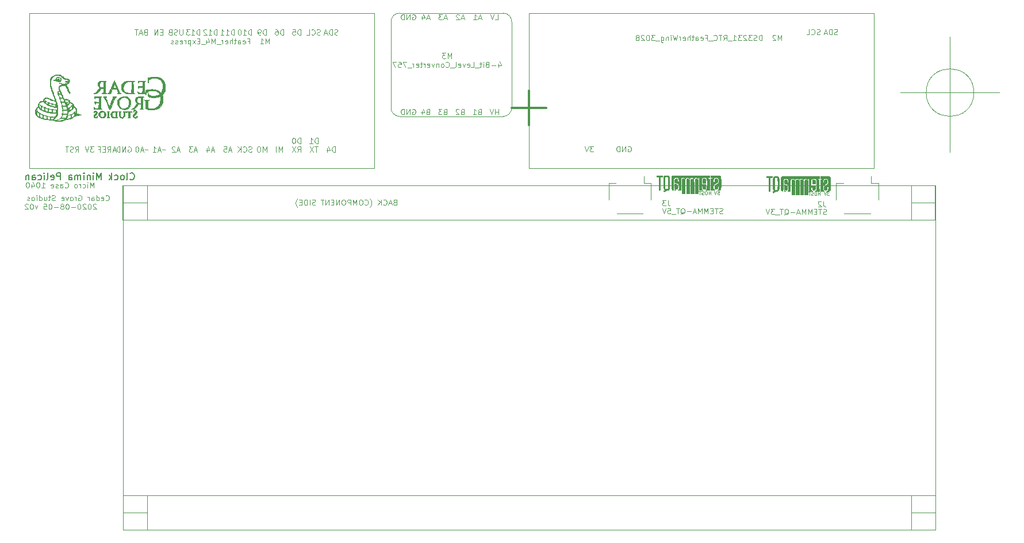
<source format=gbo>
G04 #@! TF.GenerationSoftware,KiCad,Pcbnew,(5.1.6-0-10_14)*
G04 #@! TF.CreationDate,2020-08-05T15:44:06-07:00*
G04 #@! TF.ProjectId,Clock_MiniM4_Pelican,436c6f63-6b5f-44d6-996e-694d345f5065,v02*
G04 #@! TF.SameCoordinates,Original*
G04 #@! TF.FileFunction,Legend,Bot*
G04 #@! TF.FilePolarity,Positive*
%FSLAX46Y46*%
G04 Gerber Fmt 4.6, Leading zero omitted, Abs format (unit mm)*
G04 Created by KiCad (PCBNEW (5.1.6-0-10_14)) date 2020-08-05 15:44:06*
%MOMM*%
%LPD*%
G01*
G04 APERTURE LIST*
%ADD10C,0.100000*%
%ADD11C,0.150000*%
%ADD12C,0.300000*%
%ADD13C,0.120000*%
%ADD14C,0.200000*%
%ADD15C,0.010000*%
G04 APERTURE END LIST*
D10*
X180190333Y-66909190D02*
X180428428Y-66909190D01*
X180452238Y-67147285D01*
X180428428Y-67123476D01*
X180380809Y-67099666D01*
X180261761Y-67099666D01*
X180214142Y-67123476D01*
X180190333Y-67147285D01*
X180166523Y-67194904D01*
X180166523Y-67313952D01*
X180190333Y-67361571D01*
X180214142Y-67385380D01*
X180261761Y-67409190D01*
X180380809Y-67409190D01*
X180428428Y-67385380D01*
X180452238Y-67361571D01*
X180023666Y-66909190D02*
X179857000Y-67409190D01*
X179690333Y-66909190D01*
X179142714Y-67409190D02*
X179142714Y-66909190D01*
X179142714Y-67147285D02*
X178857000Y-67147285D01*
X178857000Y-67409190D02*
X178857000Y-66909190D01*
X178523666Y-66909190D02*
X178428428Y-66909190D01*
X178380809Y-66933000D01*
X178333190Y-66980619D01*
X178309380Y-67075857D01*
X178309380Y-67242523D01*
X178333190Y-67337761D01*
X178380809Y-67385380D01*
X178428428Y-67409190D01*
X178523666Y-67409190D01*
X178571285Y-67385380D01*
X178618904Y-67337761D01*
X178642714Y-67242523D01*
X178642714Y-67075857D01*
X178618904Y-66980619D01*
X178571285Y-66933000D01*
X178523666Y-66909190D01*
X178118904Y-67385380D02*
X178047476Y-67409190D01*
X177928428Y-67409190D01*
X177880809Y-67385380D01*
X177857000Y-67361571D01*
X177833190Y-67313952D01*
X177833190Y-67266333D01*
X177857000Y-67218714D01*
X177880809Y-67194904D01*
X177928428Y-67171095D01*
X178023666Y-67147285D01*
X178071285Y-67123476D01*
X178095095Y-67099666D01*
X178118904Y-67052047D01*
X178118904Y-67004428D01*
X178095095Y-66956809D01*
X178071285Y-66933000D01*
X178023666Y-66909190D01*
X177904619Y-66909190D01*
X177833190Y-66933000D01*
X177690333Y-66909190D02*
X177404619Y-66909190D01*
X177547476Y-67409190D02*
X177547476Y-66909190D01*
X196605047Y-67036190D02*
X196295523Y-67036190D01*
X196462190Y-67226666D01*
X196390761Y-67226666D01*
X196343142Y-67250476D01*
X196319333Y-67274285D01*
X196295523Y-67321904D01*
X196295523Y-67440952D01*
X196319333Y-67488571D01*
X196343142Y-67512380D01*
X196390761Y-67536190D01*
X196533619Y-67536190D01*
X196581238Y-67512380D01*
X196605047Y-67488571D01*
X196152666Y-67036190D02*
X195986000Y-67536190D01*
X195819333Y-67036190D01*
X195271714Y-67536190D02*
X195271714Y-67036190D01*
X195271714Y-67274285D02*
X194986000Y-67274285D01*
X194986000Y-67536190D02*
X194986000Y-67036190D01*
X194652666Y-67036190D02*
X194557428Y-67036190D01*
X194509809Y-67060000D01*
X194462190Y-67107619D01*
X194438380Y-67202857D01*
X194438380Y-67369523D01*
X194462190Y-67464761D01*
X194509809Y-67512380D01*
X194557428Y-67536190D01*
X194652666Y-67536190D01*
X194700285Y-67512380D01*
X194747904Y-67464761D01*
X194771714Y-67369523D01*
X194771714Y-67202857D01*
X194747904Y-67107619D01*
X194700285Y-67060000D01*
X194652666Y-67036190D01*
X194247904Y-67512380D02*
X194176476Y-67536190D01*
X194057428Y-67536190D01*
X194009809Y-67512380D01*
X193986000Y-67488571D01*
X193962190Y-67440952D01*
X193962190Y-67393333D01*
X193986000Y-67345714D01*
X194009809Y-67321904D01*
X194057428Y-67298095D01*
X194152666Y-67274285D01*
X194200285Y-67250476D01*
X194224095Y-67226666D01*
X194247904Y-67179047D01*
X194247904Y-67131428D01*
X194224095Y-67083809D01*
X194200285Y-67060000D01*
X194152666Y-67036190D01*
X194033619Y-67036190D01*
X193962190Y-67060000D01*
X193819333Y-67036190D02*
X193533619Y-67036190D01*
X193676476Y-67536190D02*
X193676476Y-67036190D01*
D11*
X212217000Y-66040000D02*
X212217000Y-71120000D01*
X92583000Y-66040000D02*
X92583000Y-71120000D01*
D12*
X152400000Y-57150000D02*
X152400000Y-52070000D01*
X149860000Y-54610000D02*
X154940000Y-54610000D01*
D13*
X88316333Y-66401904D02*
X88316333Y-65601904D01*
X88049666Y-66173333D01*
X87783000Y-65601904D01*
X87783000Y-66401904D01*
X87402047Y-66401904D02*
X87402047Y-65868571D01*
X87402047Y-65601904D02*
X87440142Y-65640000D01*
X87402047Y-65678095D01*
X87363952Y-65640000D01*
X87402047Y-65601904D01*
X87402047Y-65678095D01*
X86678238Y-66363809D02*
X86754428Y-66401904D01*
X86906809Y-66401904D01*
X86983000Y-66363809D01*
X87021095Y-66325714D01*
X87059190Y-66249523D01*
X87059190Y-66020952D01*
X87021095Y-65944761D01*
X86983000Y-65906666D01*
X86906809Y-65868571D01*
X86754428Y-65868571D01*
X86678238Y-65906666D01*
X86335380Y-66401904D02*
X86335380Y-65868571D01*
X86335380Y-66020952D02*
X86297285Y-65944761D01*
X86259190Y-65906666D01*
X86183000Y-65868571D01*
X86106809Y-65868571D01*
X85725857Y-66401904D02*
X85802047Y-66363809D01*
X85840142Y-66325714D01*
X85878238Y-66249523D01*
X85878238Y-66020952D01*
X85840142Y-65944761D01*
X85802047Y-65906666D01*
X85725857Y-65868571D01*
X85611571Y-65868571D01*
X85535380Y-65906666D01*
X85497285Y-65944761D01*
X85459190Y-66020952D01*
X85459190Y-66249523D01*
X85497285Y-66325714D01*
X85535380Y-66363809D01*
X85611571Y-66401904D01*
X85725857Y-66401904D01*
X84049666Y-66325714D02*
X84087761Y-66363809D01*
X84202047Y-66401904D01*
X84278238Y-66401904D01*
X84392523Y-66363809D01*
X84468714Y-66287619D01*
X84506809Y-66211428D01*
X84544904Y-66059047D01*
X84544904Y-65944761D01*
X84506809Y-65792380D01*
X84468714Y-65716190D01*
X84392523Y-65640000D01*
X84278238Y-65601904D01*
X84202047Y-65601904D01*
X84087761Y-65640000D01*
X84049666Y-65678095D01*
X83363952Y-66401904D02*
X83363952Y-65982857D01*
X83402047Y-65906666D01*
X83478238Y-65868571D01*
X83630619Y-65868571D01*
X83706809Y-65906666D01*
X83363952Y-66363809D02*
X83440142Y-66401904D01*
X83630619Y-66401904D01*
X83706809Y-66363809D01*
X83744904Y-66287619D01*
X83744904Y-66211428D01*
X83706809Y-66135238D01*
X83630619Y-66097142D01*
X83440142Y-66097142D01*
X83363952Y-66059047D01*
X83021095Y-66363809D02*
X82944904Y-66401904D01*
X82792523Y-66401904D01*
X82716333Y-66363809D01*
X82678238Y-66287619D01*
X82678238Y-66249523D01*
X82716333Y-66173333D01*
X82792523Y-66135238D01*
X82906809Y-66135238D01*
X82983000Y-66097142D01*
X83021095Y-66020952D01*
X83021095Y-65982857D01*
X82983000Y-65906666D01*
X82906809Y-65868571D01*
X82792523Y-65868571D01*
X82716333Y-65906666D01*
X82030619Y-66363809D02*
X82106809Y-66401904D01*
X82259190Y-66401904D01*
X82335380Y-66363809D01*
X82373476Y-66287619D01*
X82373476Y-65982857D01*
X82335380Y-65906666D01*
X82259190Y-65868571D01*
X82106809Y-65868571D01*
X82030619Y-65906666D01*
X81992523Y-65982857D01*
X81992523Y-66059047D01*
X82373476Y-66135238D01*
X80621095Y-66401904D02*
X81078238Y-66401904D01*
X80849666Y-66401904D02*
X80849666Y-65601904D01*
X80925857Y-65716190D01*
X81002047Y-65792380D01*
X81078238Y-65830476D01*
X80125857Y-65601904D02*
X80049666Y-65601904D01*
X79973476Y-65640000D01*
X79935380Y-65678095D01*
X79897285Y-65754285D01*
X79859190Y-65906666D01*
X79859190Y-66097142D01*
X79897285Y-66249523D01*
X79935380Y-66325714D01*
X79973476Y-66363809D01*
X80049666Y-66401904D01*
X80125857Y-66401904D01*
X80202047Y-66363809D01*
X80240142Y-66325714D01*
X80278238Y-66249523D01*
X80316333Y-66097142D01*
X80316333Y-65906666D01*
X80278238Y-65754285D01*
X80240142Y-65678095D01*
X80202047Y-65640000D01*
X80125857Y-65601904D01*
X79173476Y-65868571D02*
X79173476Y-66401904D01*
X79363952Y-65563809D02*
X79554428Y-66135238D01*
X79059190Y-66135238D01*
X78602047Y-65601904D02*
X78525857Y-65601904D01*
X78449666Y-65640000D01*
X78411571Y-65678095D01*
X78373476Y-65754285D01*
X78335380Y-65906666D01*
X78335380Y-66097142D01*
X78373476Y-66249523D01*
X78411571Y-66325714D01*
X78449666Y-66363809D01*
X78525857Y-66401904D01*
X78602047Y-66401904D01*
X78678238Y-66363809D01*
X78716333Y-66325714D01*
X78754428Y-66249523D01*
X78792523Y-66097142D01*
X78792523Y-65906666D01*
X78754428Y-65754285D01*
X78716333Y-65678095D01*
X78678238Y-65640000D01*
X78602047Y-65601904D01*
X90079380Y-68230714D02*
X90117476Y-68268809D01*
X90231761Y-68306904D01*
X90307952Y-68306904D01*
X90422238Y-68268809D01*
X90498428Y-68192619D01*
X90536523Y-68116428D01*
X90574619Y-67964047D01*
X90574619Y-67849761D01*
X90536523Y-67697380D01*
X90498428Y-67621190D01*
X90422238Y-67545000D01*
X90307952Y-67506904D01*
X90231761Y-67506904D01*
X90117476Y-67545000D01*
X90079380Y-67583095D01*
X89431761Y-68268809D02*
X89507952Y-68306904D01*
X89660333Y-68306904D01*
X89736523Y-68268809D01*
X89774619Y-68192619D01*
X89774619Y-67887857D01*
X89736523Y-67811666D01*
X89660333Y-67773571D01*
X89507952Y-67773571D01*
X89431761Y-67811666D01*
X89393666Y-67887857D01*
X89393666Y-67964047D01*
X89774619Y-68040238D01*
X88707952Y-68306904D02*
X88707952Y-67506904D01*
X88707952Y-68268809D02*
X88784142Y-68306904D01*
X88936523Y-68306904D01*
X89012714Y-68268809D01*
X89050809Y-68230714D01*
X89088904Y-68154523D01*
X89088904Y-67925952D01*
X89050809Y-67849761D01*
X89012714Y-67811666D01*
X88936523Y-67773571D01*
X88784142Y-67773571D01*
X88707952Y-67811666D01*
X87984142Y-68306904D02*
X87984142Y-67887857D01*
X88022238Y-67811666D01*
X88098428Y-67773571D01*
X88250809Y-67773571D01*
X88327000Y-67811666D01*
X87984142Y-68268809D02*
X88060333Y-68306904D01*
X88250809Y-68306904D01*
X88327000Y-68268809D01*
X88365095Y-68192619D01*
X88365095Y-68116428D01*
X88327000Y-68040238D01*
X88250809Y-68002142D01*
X88060333Y-68002142D01*
X87984142Y-67964047D01*
X87603190Y-68306904D02*
X87603190Y-67773571D01*
X87603190Y-67925952D02*
X87565095Y-67849761D01*
X87527000Y-67811666D01*
X87450809Y-67773571D01*
X87374619Y-67773571D01*
X86079380Y-67545000D02*
X86155571Y-67506904D01*
X86269857Y-67506904D01*
X86384142Y-67545000D01*
X86460333Y-67621190D01*
X86498428Y-67697380D01*
X86536523Y-67849761D01*
X86536523Y-67964047D01*
X86498428Y-68116428D01*
X86460333Y-68192619D01*
X86384142Y-68268809D01*
X86269857Y-68306904D01*
X86193666Y-68306904D01*
X86079380Y-68268809D01*
X86041285Y-68230714D01*
X86041285Y-67964047D01*
X86193666Y-67964047D01*
X85698428Y-68306904D02*
X85698428Y-67773571D01*
X85698428Y-67925952D02*
X85660333Y-67849761D01*
X85622238Y-67811666D01*
X85546047Y-67773571D01*
X85469857Y-67773571D01*
X85088904Y-68306904D02*
X85165095Y-68268809D01*
X85203190Y-68230714D01*
X85241285Y-68154523D01*
X85241285Y-67925952D01*
X85203190Y-67849761D01*
X85165095Y-67811666D01*
X85088904Y-67773571D01*
X84974619Y-67773571D01*
X84898428Y-67811666D01*
X84860333Y-67849761D01*
X84822238Y-67925952D01*
X84822238Y-68154523D01*
X84860333Y-68230714D01*
X84898428Y-68268809D01*
X84974619Y-68306904D01*
X85088904Y-68306904D01*
X84555571Y-67773571D02*
X84365095Y-68306904D01*
X84174619Y-67773571D01*
X83565095Y-68268809D02*
X83641285Y-68306904D01*
X83793666Y-68306904D01*
X83869857Y-68268809D01*
X83907952Y-68192619D01*
X83907952Y-67887857D01*
X83869857Y-67811666D01*
X83793666Y-67773571D01*
X83641285Y-67773571D01*
X83565095Y-67811666D01*
X83527000Y-67887857D01*
X83527000Y-67964047D01*
X83907952Y-68040238D01*
X82612714Y-68268809D02*
X82498428Y-68306904D01*
X82307952Y-68306904D01*
X82231761Y-68268809D01*
X82193666Y-68230714D01*
X82155571Y-68154523D01*
X82155571Y-68078333D01*
X82193666Y-68002142D01*
X82231761Y-67964047D01*
X82307952Y-67925952D01*
X82460333Y-67887857D01*
X82536523Y-67849761D01*
X82574619Y-67811666D01*
X82612714Y-67735476D01*
X82612714Y-67659285D01*
X82574619Y-67583095D01*
X82536523Y-67545000D01*
X82460333Y-67506904D01*
X82269857Y-67506904D01*
X82155571Y-67545000D01*
X81927000Y-67773571D02*
X81622238Y-67773571D01*
X81812714Y-67506904D02*
X81812714Y-68192619D01*
X81774619Y-68268809D01*
X81698428Y-68306904D01*
X81622238Y-68306904D01*
X81012714Y-67773571D02*
X81012714Y-68306904D01*
X81355571Y-67773571D02*
X81355571Y-68192619D01*
X81317476Y-68268809D01*
X81241285Y-68306904D01*
X81127000Y-68306904D01*
X81050809Y-68268809D01*
X81012714Y-68230714D01*
X80288904Y-68306904D02*
X80288904Y-67506904D01*
X80288904Y-68268809D02*
X80365095Y-68306904D01*
X80517476Y-68306904D01*
X80593666Y-68268809D01*
X80631761Y-68230714D01*
X80669857Y-68154523D01*
X80669857Y-67925952D01*
X80631761Y-67849761D01*
X80593666Y-67811666D01*
X80517476Y-67773571D01*
X80365095Y-67773571D01*
X80288904Y-67811666D01*
X79907952Y-68306904D02*
X79907952Y-67773571D01*
X79907952Y-67506904D02*
X79946047Y-67545000D01*
X79907952Y-67583095D01*
X79869857Y-67545000D01*
X79907952Y-67506904D01*
X79907952Y-67583095D01*
X79412714Y-68306904D02*
X79488904Y-68268809D01*
X79527000Y-68230714D01*
X79565095Y-68154523D01*
X79565095Y-67925952D01*
X79527000Y-67849761D01*
X79488904Y-67811666D01*
X79412714Y-67773571D01*
X79298428Y-67773571D01*
X79222238Y-67811666D01*
X79184142Y-67849761D01*
X79146047Y-67925952D01*
X79146047Y-68154523D01*
X79184142Y-68230714D01*
X79222238Y-68268809D01*
X79298428Y-68306904D01*
X79412714Y-68306904D01*
X78841285Y-68268809D02*
X78765095Y-68306904D01*
X78612714Y-68306904D01*
X78536523Y-68268809D01*
X78498428Y-68192619D01*
X78498428Y-68154523D01*
X78536523Y-68078333D01*
X78612714Y-68040238D01*
X78727000Y-68040238D01*
X78803190Y-68002142D01*
X78841285Y-67925952D01*
X78841285Y-67887857D01*
X78803190Y-67811666D01*
X78727000Y-67773571D01*
X78612714Y-67773571D01*
X78536523Y-67811666D01*
D14*
X93675476Y-65127142D02*
X93723095Y-65174761D01*
X93865952Y-65222380D01*
X93961190Y-65222380D01*
X94104047Y-65174761D01*
X94199285Y-65079523D01*
X94246904Y-64984285D01*
X94294523Y-64793809D01*
X94294523Y-64650952D01*
X94246904Y-64460476D01*
X94199285Y-64365238D01*
X94104047Y-64270000D01*
X93961190Y-64222380D01*
X93865952Y-64222380D01*
X93723095Y-64270000D01*
X93675476Y-64317619D01*
X93104047Y-65222380D02*
X93199285Y-65174761D01*
X93246904Y-65079523D01*
X93246904Y-64222380D01*
X92580238Y-65222380D02*
X92675476Y-65174761D01*
X92723095Y-65127142D01*
X92770714Y-65031904D01*
X92770714Y-64746190D01*
X92723095Y-64650952D01*
X92675476Y-64603333D01*
X92580238Y-64555714D01*
X92437380Y-64555714D01*
X92342142Y-64603333D01*
X92294523Y-64650952D01*
X92246904Y-64746190D01*
X92246904Y-65031904D01*
X92294523Y-65127142D01*
X92342142Y-65174761D01*
X92437380Y-65222380D01*
X92580238Y-65222380D01*
X91389761Y-65174761D02*
X91485000Y-65222380D01*
X91675476Y-65222380D01*
X91770714Y-65174761D01*
X91818333Y-65127142D01*
X91865952Y-65031904D01*
X91865952Y-64746190D01*
X91818333Y-64650952D01*
X91770714Y-64603333D01*
X91675476Y-64555714D01*
X91485000Y-64555714D01*
X91389761Y-64603333D01*
X90961190Y-65222380D02*
X90961190Y-64222380D01*
X90865952Y-64841428D02*
X90580238Y-65222380D01*
X90580238Y-64555714D02*
X90961190Y-64936666D01*
X89389761Y-65222380D02*
X89389761Y-64222380D01*
X89056428Y-64936666D01*
X88723095Y-64222380D01*
X88723095Y-65222380D01*
X88246904Y-65222380D02*
X88246904Y-64555714D01*
X88246904Y-64222380D02*
X88294523Y-64270000D01*
X88246904Y-64317619D01*
X88199285Y-64270000D01*
X88246904Y-64222380D01*
X88246904Y-64317619D01*
X87770714Y-64555714D02*
X87770714Y-65222380D01*
X87770714Y-64650952D02*
X87723095Y-64603333D01*
X87627857Y-64555714D01*
X87485000Y-64555714D01*
X87389761Y-64603333D01*
X87342142Y-64698571D01*
X87342142Y-65222380D01*
X86865952Y-65222380D02*
X86865952Y-64555714D01*
X86865952Y-64222380D02*
X86913571Y-64270000D01*
X86865952Y-64317619D01*
X86818333Y-64270000D01*
X86865952Y-64222380D01*
X86865952Y-64317619D01*
X86389761Y-65222380D02*
X86389761Y-64555714D01*
X86389761Y-64650952D02*
X86342142Y-64603333D01*
X86246904Y-64555714D01*
X86104047Y-64555714D01*
X86008809Y-64603333D01*
X85961190Y-64698571D01*
X85961190Y-65222380D01*
X85961190Y-64698571D02*
X85913571Y-64603333D01*
X85818333Y-64555714D01*
X85675476Y-64555714D01*
X85580238Y-64603333D01*
X85532619Y-64698571D01*
X85532619Y-65222380D01*
X84627857Y-65222380D02*
X84627857Y-64698571D01*
X84675476Y-64603333D01*
X84770714Y-64555714D01*
X84961190Y-64555714D01*
X85056428Y-64603333D01*
X84627857Y-65174761D02*
X84723095Y-65222380D01*
X84961190Y-65222380D01*
X85056428Y-65174761D01*
X85104047Y-65079523D01*
X85104047Y-64984285D01*
X85056428Y-64889047D01*
X84961190Y-64841428D01*
X84723095Y-64841428D01*
X84627857Y-64793809D01*
X83389761Y-65222380D02*
X83389761Y-64222380D01*
X83008809Y-64222380D01*
X82913571Y-64270000D01*
X82865952Y-64317619D01*
X82818333Y-64412857D01*
X82818333Y-64555714D01*
X82865952Y-64650952D01*
X82913571Y-64698571D01*
X83008809Y-64746190D01*
X83389761Y-64746190D01*
X82008809Y-65174761D02*
X82104047Y-65222380D01*
X82294523Y-65222380D01*
X82389761Y-65174761D01*
X82437380Y-65079523D01*
X82437380Y-64698571D01*
X82389761Y-64603333D01*
X82294523Y-64555714D01*
X82104047Y-64555714D01*
X82008809Y-64603333D01*
X81961190Y-64698571D01*
X81961190Y-64793809D01*
X82437380Y-64889047D01*
X81389761Y-65222380D02*
X81485000Y-65174761D01*
X81532619Y-65079523D01*
X81532619Y-64222380D01*
X81008809Y-65222380D02*
X81008809Y-64555714D01*
X81008809Y-64222380D02*
X81056428Y-64270000D01*
X81008809Y-64317619D01*
X80961190Y-64270000D01*
X81008809Y-64222380D01*
X81008809Y-64317619D01*
X80104047Y-65174761D02*
X80199285Y-65222380D01*
X80389761Y-65222380D01*
X80485000Y-65174761D01*
X80532619Y-65127142D01*
X80580238Y-65031904D01*
X80580238Y-64746190D01*
X80532619Y-64650952D01*
X80485000Y-64603333D01*
X80389761Y-64555714D01*
X80199285Y-64555714D01*
X80104047Y-64603333D01*
X79246904Y-65222380D02*
X79246904Y-64698571D01*
X79294523Y-64603333D01*
X79389761Y-64555714D01*
X79580238Y-64555714D01*
X79675476Y-64603333D01*
X79246904Y-65174761D02*
X79342142Y-65222380D01*
X79580238Y-65222380D01*
X79675476Y-65174761D01*
X79723095Y-65079523D01*
X79723095Y-64984285D01*
X79675476Y-64889047D01*
X79580238Y-64841428D01*
X79342142Y-64841428D01*
X79246904Y-64793809D01*
X78770714Y-64555714D02*
X78770714Y-65222380D01*
X78770714Y-64650952D02*
X78723095Y-64603333D01*
X78627857Y-64555714D01*
X78485000Y-64555714D01*
X78389761Y-64603333D01*
X78342142Y-64698571D01*
X78342142Y-65222380D01*
D13*
X88669619Y-68853095D02*
X88631523Y-68815000D01*
X88555333Y-68776904D01*
X88364857Y-68776904D01*
X88288666Y-68815000D01*
X88250571Y-68853095D01*
X88212476Y-68929285D01*
X88212476Y-69005476D01*
X88250571Y-69119761D01*
X88707714Y-69576904D01*
X88212476Y-69576904D01*
X87717238Y-68776904D02*
X87641047Y-68776904D01*
X87564857Y-68815000D01*
X87526761Y-68853095D01*
X87488666Y-68929285D01*
X87450571Y-69081666D01*
X87450571Y-69272142D01*
X87488666Y-69424523D01*
X87526761Y-69500714D01*
X87564857Y-69538809D01*
X87641047Y-69576904D01*
X87717238Y-69576904D01*
X87793428Y-69538809D01*
X87831523Y-69500714D01*
X87869619Y-69424523D01*
X87907714Y-69272142D01*
X87907714Y-69081666D01*
X87869619Y-68929285D01*
X87831523Y-68853095D01*
X87793428Y-68815000D01*
X87717238Y-68776904D01*
X87145809Y-68853095D02*
X87107714Y-68815000D01*
X87031523Y-68776904D01*
X86841047Y-68776904D01*
X86764857Y-68815000D01*
X86726761Y-68853095D01*
X86688666Y-68929285D01*
X86688666Y-69005476D01*
X86726761Y-69119761D01*
X87183904Y-69576904D01*
X86688666Y-69576904D01*
X86193428Y-68776904D02*
X86117238Y-68776904D01*
X86041047Y-68815000D01*
X86002952Y-68853095D01*
X85964857Y-68929285D01*
X85926761Y-69081666D01*
X85926761Y-69272142D01*
X85964857Y-69424523D01*
X86002952Y-69500714D01*
X86041047Y-69538809D01*
X86117238Y-69576904D01*
X86193428Y-69576904D01*
X86269619Y-69538809D01*
X86307714Y-69500714D01*
X86345809Y-69424523D01*
X86383904Y-69272142D01*
X86383904Y-69081666D01*
X86345809Y-68929285D01*
X86307714Y-68853095D01*
X86269619Y-68815000D01*
X86193428Y-68776904D01*
X85583904Y-69272142D02*
X84974380Y-69272142D01*
X84441047Y-68776904D02*
X84364857Y-68776904D01*
X84288666Y-68815000D01*
X84250571Y-68853095D01*
X84212476Y-68929285D01*
X84174380Y-69081666D01*
X84174380Y-69272142D01*
X84212476Y-69424523D01*
X84250571Y-69500714D01*
X84288666Y-69538809D01*
X84364857Y-69576904D01*
X84441047Y-69576904D01*
X84517238Y-69538809D01*
X84555333Y-69500714D01*
X84593428Y-69424523D01*
X84631523Y-69272142D01*
X84631523Y-69081666D01*
X84593428Y-68929285D01*
X84555333Y-68853095D01*
X84517238Y-68815000D01*
X84441047Y-68776904D01*
X83717238Y-69119761D02*
X83793428Y-69081666D01*
X83831523Y-69043571D01*
X83869619Y-68967380D01*
X83869619Y-68929285D01*
X83831523Y-68853095D01*
X83793428Y-68815000D01*
X83717238Y-68776904D01*
X83564857Y-68776904D01*
X83488666Y-68815000D01*
X83450571Y-68853095D01*
X83412476Y-68929285D01*
X83412476Y-68967380D01*
X83450571Y-69043571D01*
X83488666Y-69081666D01*
X83564857Y-69119761D01*
X83717238Y-69119761D01*
X83793428Y-69157857D01*
X83831523Y-69195952D01*
X83869619Y-69272142D01*
X83869619Y-69424523D01*
X83831523Y-69500714D01*
X83793428Y-69538809D01*
X83717238Y-69576904D01*
X83564857Y-69576904D01*
X83488666Y-69538809D01*
X83450571Y-69500714D01*
X83412476Y-69424523D01*
X83412476Y-69272142D01*
X83450571Y-69195952D01*
X83488666Y-69157857D01*
X83564857Y-69119761D01*
X83069619Y-69272142D02*
X82460095Y-69272142D01*
X81926761Y-68776904D02*
X81850571Y-68776904D01*
X81774380Y-68815000D01*
X81736285Y-68853095D01*
X81698190Y-68929285D01*
X81660095Y-69081666D01*
X81660095Y-69272142D01*
X81698190Y-69424523D01*
X81736285Y-69500714D01*
X81774380Y-69538809D01*
X81850571Y-69576904D01*
X81926761Y-69576904D01*
X82002952Y-69538809D01*
X82041047Y-69500714D01*
X82079142Y-69424523D01*
X82117238Y-69272142D01*
X82117238Y-69081666D01*
X82079142Y-68929285D01*
X82041047Y-68853095D01*
X82002952Y-68815000D01*
X81926761Y-68776904D01*
X80936285Y-68776904D02*
X81317238Y-68776904D01*
X81355333Y-69157857D01*
X81317238Y-69119761D01*
X81241047Y-69081666D01*
X81050571Y-69081666D01*
X80974380Y-69119761D01*
X80936285Y-69157857D01*
X80898190Y-69234047D01*
X80898190Y-69424523D01*
X80936285Y-69500714D01*
X80974380Y-69538809D01*
X81050571Y-69576904D01*
X81241047Y-69576904D01*
X81317238Y-69538809D01*
X81355333Y-69500714D01*
X80022000Y-69043571D02*
X79831523Y-69576904D01*
X79641047Y-69043571D01*
X79183904Y-68776904D02*
X79107714Y-68776904D01*
X79031523Y-68815000D01*
X78993428Y-68853095D01*
X78955333Y-68929285D01*
X78917238Y-69081666D01*
X78917238Y-69272142D01*
X78955333Y-69424523D01*
X78993428Y-69500714D01*
X79031523Y-69538809D01*
X79107714Y-69576904D01*
X79183904Y-69576904D01*
X79260095Y-69538809D01*
X79298190Y-69500714D01*
X79336285Y-69424523D01*
X79374380Y-69272142D01*
X79374380Y-69081666D01*
X79336285Y-68929285D01*
X79298190Y-68853095D01*
X79260095Y-68815000D01*
X79183904Y-68776904D01*
X78612476Y-68853095D02*
X78574380Y-68815000D01*
X78498190Y-68776904D01*
X78307714Y-68776904D01*
X78231523Y-68815000D01*
X78193428Y-68853095D01*
X78155333Y-68929285D01*
X78155333Y-69005476D01*
X78193428Y-69119761D01*
X78650571Y-69576904D01*
X78155333Y-69576904D01*
X189596523Y-44684904D02*
X189596523Y-43884904D01*
X189329857Y-44456333D01*
X189063190Y-43884904D01*
X189063190Y-44684904D01*
X188720333Y-43961095D02*
X188682238Y-43923000D01*
X188606047Y-43884904D01*
X188415571Y-43884904D01*
X188339380Y-43923000D01*
X188301285Y-43961095D01*
X188263190Y-44037285D01*
X188263190Y-44113476D01*
X188301285Y-44227761D01*
X188758428Y-44684904D01*
X188263190Y-44684904D01*
X186701285Y-44684904D02*
X186701285Y-43884904D01*
X186510809Y-43884904D01*
X186396523Y-43923000D01*
X186320333Y-43999190D01*
X186282238Y-44075380D01*
X186244142Y-44227761D01*
X186244142Y-44342047D01*
X186282238Y-44494428D01*
X186320333Y-44570619D01*
X186396523Y-44646809D01*
X186510809Y-44684904D01*
X186701285Y-44684904D01*
X185939380Y-44646809D02*
X185825095Y-44684904D01*
X185634619Y-44684904D01*
X185558428Y-44646809D01*
X185520333Y-44608714D01*
X185482238Y-44532523D01*
X185482238Y-44456333D01*
X185520333Y-44380142D01*
X185558428Y-44342047D01*
X185634619Y-44303952D01*
X185787000Y-44265857D01*
X185863190Y-44227761D01*
X185901285Y-44189666D01*
X185939380Y-44113476D01*
X185939380Y-44037285D01*
X185901285Y-43961095D01*
X185863190Y-43923000D01*
X185787000Y-43884904D01*
X185596523Y-43884904D01*
X185482238Y-43923000D01*
X185215571Y-43884904D02*
X184720333Y-43884904D01*
X184987000Y-44189666D01*
X184872714Y-44189666D01*
X184796523Y-44227761D01*
X184758428Y-44265857D01*
X184720333Y-44342047D01*
X184720333Y-44532523D01*
X184758428Y-44608714D01*
X184796523Y-44646809D01*
X184872714Y-44684904D01*
X185101285Y-44684904D01*
X185177476Y-44646809D01*
X185215571Y-44608714D01*
X184415571Y-43961095D02*
X184377476Y-43923000D01*
X184301285Y-43884904D01*
X184110809Y-43884904D01*
X184034619Y-43923000D01*
X183996523Y-43961095D01*
X183958428Y-44037285D01*
X183958428Y-44113476D01*
X183996523Y-44227761D01*
X184453666Y-44684904D01*
X183958428Y-44684904D01*
X183691761Y-43884904D02*
X183196523Y-43884904D01*
X183463190Y-44189666D01*
X183348904Y-44189666D01*
X183272714Y-44227761D01*
X183234619Y-44265857D01*
X183196523Y-44342047D01*
X183196523Y-44532523D01*
X183234619Y-44608714D01*
X183272714Y-44646809D01*
X183348904Y-44684904D01*
X183577476Y-44684904D01*
X183653666Y-44646809D01*
X183691761Y-44608714D01*
X182434619Y-44684904D02*
X182891761Y-44684904D01*
X182663190Y-44684904D02*
X182663190Y-43884904D01*
X182739380Y-43999190D01*
X182815571Y-44075380D01*
X182891761Y-44113476D01*
X182282238Y-44761095D02*
X181672714Y-44761095D01*
X181025095Y-44684904D02*
X181291761Y-44303952D01*
X181482238Y-44684904D02*
X181482238Y-43884904D01*
X181177476Y-43884904D01*
X181101285Y-43923000D01*
X181063190Y-43961095D01*
X181025095Y-44037285D01*
X181025095Y-44151571D01*
X181063190Y-44227761D01*
X181101285Y-44265857D01*
X181177476Y-44303952D01*
X181482238Y-44303952D01*
X180796523Y-43884904D02*
X180339380Y-43884904D01*
X180567952Y-44684904D02*
X180567952Y-43884904D01*
X179615571Y-44608714D02*
X179653666Y-44646809D01*
X179767952Y-44684904D01*
X179844142Y-44684904D01*
X179958428Y-44646809D01*
X180034619Y-44570619D01*
X180072714Y-44494428D01*
X180110809Y-44342047D01*
X180110809Y-44227761D01*
X180072714Y-44075380D01*
X180034619Y-43999190D01*
X179958428Y-43923000D01*
X179844142Y-43884904D01*
X179767952Y-43884904D01*
X179653666Y-43923000D01*
X179615571Y-43961095D01*
X179463190Y-44761095D02*
X178853666Y-44761095D01*
X178396523Y-44265857D02*
X178663190Y-44265857D01*
X178663190Y-44684904D02*
X178663190Y-43884904D01*
X178282238Y-43884904D01*
X177672714Y-44646809D02*
X177748904Y-44684904D01*
X177901285Y-44684904D01*
X177977476Y-44646809D01*
X178015571Y-44570619D01*
X178015571Y-44265857D01*
X177977476Y-44189666D01*
X177901285Y-44151571D01*
X177748904Y-44151571D01*
X177672714Y-44189666D01*
X177634619Y-44265857D01*
X177634619Y-44342047D01*
X178015571Y-44418238D01*
X176948904Y-44684904D02*
X176948904Y-44265857D01*
X176987000Y-44189666D01*
X177063190Y-44151571D01*
X177215571Y-44151571D01*
X177291761Y-44189666D01*
X176948904Y-44646809D02*
X177025095Y-44684904D01*
X177215571Y-44684904D01*
X177291761Y-44646809D01*
X177329857Y-44570619D01*
X177329857Y-44494428D01*
X177291761Y-44418238D01*
X177215571Y-44380142D01*
X177025095Y-44380142D01*
X176948904Y-44342047D01*
X176682238Y-44151571D02*
X176377476Y-44151571D01*
X176567952Y-43884904D02*
X176567952Y-44570619D01*
X176529857Y-44646809D01*
X176453666Y-44684904D01*
X176377476Y-44684904D01*
X176110809Y-44684904D02*
X176110809Y-43884904D01*
X175767952Y-44684904D02*
X175767952Y-44265857D01*
X175806047Y-44189666D01*
X175882238Y-44151571D01*
X175996523Y-44151571D01*
X176072714Y-44189666D01*
X176110809Y-44227761D01*
X175082238Y-44646809D02*
X175158428Y-44684904D01*
X175310809Y-44684904D01*
X175387000Y-44646809D01*
X175425095Y-44570619D01*
X175425095Y-44265857D01*
X175387000Y-44189666D01*
X175310809Y-44151571D01*
X175158428Y-44151571D01*
X175082238Y-44189666D01*
X175044142Y-44265857D01*
X175044142Y-44342047D01*
X175425095Y-44418238D01*
X174701285Y-44684904D02*
X174701285Y-44151571D01*
X174701285Y-44303952D02*
X174663190Y-44227761D01*
X174625095Y-44189666D01*
X174548904Y-44151571D01*
X174472714Y-44151571D01*
X174282238Y-43884904D02*
X174091761Y-44684904D01*
X173939380Y-44113476D01*
X173787000Y-44684904D01*
X173596523Y-43884904D01*
X173291761Y-44684904D02*
X173291761Y-44151571D01*
X173291761Y-43884904D02*
X173329857Y-43923000D01*
X173291761Y-43961095D01*
X173253666Y-43923000D01*
X173291761Y-43884904D01*
X173291761Y-43961095D01*
X172910809Y-44151571D02*
X172910809Y-44684904D01*
X172910809Y-44227761D02*
X172872714Y-44189666D01*
X172796523Y-44151571D01*
X172682238Y-44151571D01*
X172606047Y-44189666D01*
X172567952Y-44265857D01*
X172567952Y-44684904D01*
X171844142Y-44151571D02*
X171844142Y-44799190D01*
X171882238Y-44875380D01*
X171920333Y-44913476D01*
X171996523Y-44951571D01*
X172110809Y-44951571D01*
X172187000Y-44913476D01*
X171844142Y-44646809D02*
X171920333Y-44684904D01*
X172072714Y-44684904D01*
X172148904Y-44646809D01*
X172187000Y-44608714D01*
X172225095Y-44532523D01*
X172225095Y-44303952D01*
X172187000Y-44227761D01*
X172148904Y-44189666D01*
X172072714Y-44151571D01*
X171920333Y-44151571D01*
X171844142Y-44189666D01*
X171653666Y-44761095D02*
X171044142Y-44761095D01*
X170929857Y-43884904D02*
X170434619Y-43884904D01*
X170701285Y-44189666D01*
X170587000Y-44189666D01*
X170510809Y-44227761D01*
X170472714Y-44265857D01*
X170434619Y-44342047D01*
X170434619Y-44532523D01*
X170472714Y-44608714D01*
X170510809Y-44646809D01*
X170587000Y-44684904D01*
X170815571Y-44684904D01*
X170891761Y-44646809D01*
X170929857Y-44608714D01*
X169939380Y-43884904D02*
X169863190Y-43884904D01*
X169787000Y-43923000D01*
X169748904Y-43961095D01*
X169710809Y-44037285D01*
X169672714Y-44189666D01*
X169672714Y-44380142D01*
X169710809Y-44532523D01*
X169748904Y-44608714D01*
X169787000Y-44646809D01*
X169863190Y-44684904D01*
X169939380Y-44684904D01*
X170015571Y-44646809D01*
X170053666Y-44608714D01*
X170091761Y-44532523D01*
X170129857Y-44380142D01*
X170129857Y-44189666D01*
X170091761Y-44037285D01*
X170053666Y-43961095D01*
X170015571Y-43923000D01*
X169939380Y-43884904D01*
X169367952Y-43961095D02*
X169329857Y-43923000D01*
X169253666Y-43884904D01*
X169063190Y-43884904D01*
X168987000Y-43923000D01*
X168948904Y-43961095D01*
X168910809Y-44037285D01*
X168910809Y-44113476D01*
X168948904Y-44227761D01*
X169406047Y-44684904D01*
X168910809Y-44684904D01*
X168453666Y-44227761D02*
X168529857Y-44189666D01*
X168567952Y-44151571D01*
X168606047Y-44075380D01*
X168606047Y-44037285D01*
X168567952Y-43961095D01*
X168529857Y-43923000D01*
X168453666Y-43884904D01*
X168301285Y-43884904D01*
X168225095Y-43923000D01*
X168187000Y-43961095D01*
X168148904Y-44037285D01*
X168148904Y-44075380D01*
X168187000Y-44151571D01*
X168225095Y-44189666D01*
X168301285Y-44227761D01*
X168453666Y-44227761D01*
X168529857Y-44265857D01*
X168567952Y-44303952D01*
X168606047Y-44380142D01*
X168606047Y-44532523D01*
X168567952Y-44608714D01*
X168529857Y-44646809D01*
X168453666Y-44684904D01*
X168301285Y-44684904D01*
X168225095Y-44646809D01*
X168187000Y-44608714D01*
X168148904Y-44532523D01*
X168148904Y-44380142D01*
X168187000Y-44303952D01*
X168225095Y-44265857D01*
X168301285Y-44227761D01*
X140982619Y-47326904D02*
X140982619Y-46526904D01*
X140715952Y-47098333D01*
X140449285Y-46526904D01*
X140449285Y-47326904D01*
X140144523Y-46526904D02*
X139649285Y-46526904D01*
X139915952Y-46831666D01*
X139801666Y-46831666D01*
X139725476Y-46869761D01*
X139687380Y-46907857D01*
X139649285Y-46984047D01*
X139649285Y-47174523D01*
X139687380Y-47250714D01*
X139725476Y-47288809D01*
X139801666Y-47326904D01*
X140030238Y-47326904D01*
X140106428Y-47288809D01*
X140144523Y-47250714D01*
X147915952Y-48113571D02*
X147915952Y-48646904D01*
X148106428Y-47808809D02*
X148296904Y-48380238D01*
X147801666Y-48380238D01*
X147496904Y-48342142D02*
X146887380Y-48342142D01*
X146239761Y-48227857D02*
X146125476Y-48265952D01*
X146087380Y-48304047D01*
X146049285Y-48380238D01*
X146049285Y-48494523D01*
X146087380Y-48570714D01*
X146125476Y-48608809D01*
X146201666Y-48646904D01*
X146506428Y-48646904D01*
X146506428Y-47846904D01*
X146239761Y-47846904D01*
X146163571Y-47885000D01*
X146125476Y-47923095D01*
X146087380Y-47999285D01*
X146087380Y-48075476D01*
X146125476Y-48151666D01*
X146163571Y-48189761D01*
X146239761Y-48227857D01*
X146506428Y-48227857D01*
X145706428Y-48646904D02*
X145706428Y-48113571D01*
X145706428Y-47846904D02*
X145744523Y-47885000D01*
X145706428Y-47923095D01*
X145668333Y-47885000D01*
X145706428Y-47846904D01*
X145706428Y-47923095D01*
X145439761Y-48113571D02*
X145135000Y-48113571D01*
X145325476Y-47846904D02*
X145325476Y-48532619D01*
X145287380Y-48608809D01*
X145211190Y-48646904D01*
X145135000Y-48646904D01*
X145058809Y-48723095D02*
X144449285Y-48723095D01*
X143877857Y-48646904D02*
X144258809Y-48646904D01*
X144258809Y-47846904D01*
X143306428Y-48608809D02*
X143382619Y-48646904D01*
X143535000Y-48646904D01*
X143611190Y-48608809D01*
X143649285Y-48532619D01*
X143649285Y-48227857D01*
X143611190Y-48151666D01*
X143535000Y-48113571D01*
X143382619Y-48113571D01*
X143306428Y-48151666D01*
X143268333Y-48227857D01*
X143268333Y-48304047D01*
X143649285Y-48380238D01*
X143001666Y-48113571D02*
X142811190Y-48646904D01*
X142620714Y-48113571D01*
X142011190Y-48608809D02*
X142087380Y-48646904D01*
X142239761Y-48646904D01*
X142315952Y-48608809D01*
X142354047Y-48532619D01*
X142354047Y-48227857D01*
X142315952Y-48151666D01*
X142239761Y-48113571D01*
X142087380Y-48113571D01*
X142011190Y-48151666D01*
X141973095Y-48227857D01*
X141973095Y-48304047D01*
X142354047Y-48380238D01*
X141515952Y-48646904D02*
X141592142Y-48608809D01*
X141630238Y-48532619D01*
X141630238Y-47846904D01*
X141401666Y-48723095D02*
X140792142Y-48723095D01*
X140144523Y-48570714D02*
X140182619Y-48608809D01*
X140296904Y-48646904D01*
X140373095Y-48646904D01*
X140487380Y-48608809D01*
X140563571Y-48532619D01*
X140601666Y-48456428D01*
X140639761Y-48304047D01*
X140639761Y-48189761D01*
X140601666Y-48037380D01*
X140563571Y-47961190D01*
X140487380Y-47885000D01*
X140373095Y-47846904D01*
X140296904Y-47846904D01*
X140182619Y-47885000D01*
X140144523Y-47923095D01*
X139687380Y-48646904D02*
X139763571Y-48608809D01*
X139801666Y-48570714D01*
X139839761Y-48494523D01*
X139839761Y-48265952D01*
X139801666Y-48189761D01*
X139763571Y-48151666D01*
X139687380Y-48113571D01*
X139573095Y-48113571D01*
X139496904Y-48151666D01*
X139458809Y-48189761D01*
X139420714Y-48265952D01*
X139420714Y-48494523D01*
X139458809Y-48570714D01*
X139496904Y-48608809D01*
X139573095Y-48646904D01*
X139687380Y-48646904D01*
X139077857Y-48113571D02*
X139077857Y-48646904D01*
X139077857Y-48189761D02*
X139039761Y-48151666D01*
X138963571Y-48113571D01*
X138849285Y-48113571D01*
X138773095Y-48151666D01*
X138735000Y-48227857D01*
X138735000Y-48646904D01*
X138430238Y-48113571D02*
X138239761Y-48646904D01*
X138049285Y-48113571D01*
X137439761Y-48608809D02*
X137515952Y-48646904D01*
X137668333Y-48646904D01*
X137744523Y-48608809D01*
X137782619Y-48532619D01*
X137782619Y-48227857D01*
X137744523Y-48151666D01*
X137668333Y-48113571D01*
X137515952Y-48113571D01*
X137439761Y-48151666D01*
X137401666Y-48227857D01*
X137401666Y-48304047D01*
X137782619Y-48380238D01*
X137058809Y-48646904D02*
X137058809Y-48113571D01*
X137058809Y-48265952D02*
X137020714Y-48189761D01*
X136982619Y-48151666D01*
X136906428Y-48113571D01*
X136830238Y-48113571D01*
X136677857Y-48113571D02*
X136373095Y-48113571D01*
X136563571Y-47846904D02*
X136563571Y-48532619D01*
X136525476Y-48608809D01*
X136449285Y-48646904D01*
X136373095Y-48646904D01*
X135801666Y-48608809D02*
X135877857Y-48646904D01*
X136030238Y-48646904D01*
X136106428Y-48608809D01*
X136144523Y-48532619D01*
X136144523Y-48227857D01*
X136106428Y-48151666D01*
X136030238Y-48113571D01*
X135877857Y-48113571D01*
X135801666Y-48151666D01*
X135763571Y-48227857D01*
X135763571Y-48304047D01*
X136144523Y-48380238D01*
X135420714Y-48646904D02*
X135420714Y-48113571D01*
X135420714Y-48265952D02*
X135382619Y-48189761D01*
X135344523Y-48151666D01*
X135268333Y-48113571D01*
X135192142Y-48113571D01*
X135115952Y-48723095D02*
X134506428Y-48723095D01*
X134392142Y-47846904D02*
X133858809Y-47846904D01*
X134201666Y-48646904D01*
X133173095Y-47846904D02*
X133554047Y-47846904D01*
X133592142Y-48227857D01*
X133554047Y-48189761D01*
X133477857Y-48151666D01*
X133287380Y-48151666D01*
X133211190Y-48189761D01*
X133173095Y-48227857D01*
X133135000Y-48304047D01*
X133135000Y-48494523D01*
X133173095Y-48570714D01*
X133211190Y-48608809D01*
X133287380Y-48646904D01*
X133477857Y-48646904D01*
X133554047Y-48608809D01*
X133592142Y-48570714D01*
X132868333Y-47846904D02*
X132335000Y-47846904D01*
X132677857Y-48646904D01*
X114158523Y-45192904D02*
X114158523Y-44392904D01*
X113891857Y-44964333D01*
X113625190Y-44392904D01*
X113625190Y-45192904D01*
X112825190Y-45192904D02*
X113282333Y-45192904D01*
X113053761Y-45192904D02*
X113053761Y-44392904D01*
X113129952Y-44507190D01*
X113206142Y-44583380D01*
X113282333Y-44621476D01*
X110996619Y-44773857D02*
X111263285Y-44773857D01*
X111263285Y-45192904D02*
X111263285Y-44392904D01*
X110882333Y-44392904D01*
X110272809Y-45154809D02*
X110349000Y-45192904D01*
X110501380Y-45192904D01*
X110577571Y-45154809D01*
X110615666Y-45078619D01*
X110615666Y-44773857D01*
X110577571Y-44697666D01*
X110501380Y-44659571D01*
X110349000Y-44659571D01*
X110272809Y-44697666D01*
X110234714Y-44773857D01*
X110234714Y-44850047D01*
X110615666Y-44926238D01*
X109549000Y-45192904D02*
X109549000Y-44773857D01*
X109587095Y-44697666D01*
X109663285Y-44659571D01*
X109815666Y-44659571D01*
X109891857Y-44697666D01*
X109549000Y-45154809D02*
X109625190Y-45192904D01*
X109815666Y-45192904D01*
X109891857Y-45154809D01*
X109929952Y-45078619D01*
X109929952Y-45002428D01*
X109891857Y-44926238D01*
X109815666Y-44888142D01*
X109625190Y-44888142D01*
X109549000Y-44850047D01*
X109282333Y-44659571D02*
X108977571Y-44659571D01*
X109168047Y-44392904D02*
X109168047Y-45078619D01*
X109129952Y-45154809D01*
X109053761Y-45192904D01*
X108977571Y-45192904D01*
X108710904Y-45192904D02*
X108710904Y-44392904D01*
X108368047Y-45192904D02*
X108368047Y-44773857D01*
X108406142Y-44697666D01*
X108482333Y-44659571D01*
X108596619Y-44659571D01*
X108672809Y-44697666D01*
X108710904Y-44735761D01*
X107682333Y-45154809D02*
X107758523Y-45192904D01*
X107910904Y-45192904D01*
X107987095Y-45154809D01*
X108025190Y-45078619D01*
X108025190Y-44773857D01*
X107987095Y-44697666D01*
X107910904Y-44659571D01*
X107758523Y-44659571D01*
X107682333Y-44697666D01*
X107644238Y-44773857D01*
X107644238Y-44850047D01*
X108025190Y-44926238D01*
X107301380Y-45192904D02*
X107301380Y-44659571D01*
X107301380Y-44811952D02*
X107263285Y-44735761D01*
X107225190Y-44697666D01*
X107149000Y-44659571D01*
X107072809Y-44659571D01*
X106996619Y-45269095D02*
X106387095Y-45269095D01*
X106196619Y-45192904D02*
X106196619Y-44392904D01*
X105929952Y-44964333D01*
X105663285Y-44392904D01*
X105663285Y-45192904D01*
X104939476Y-44659571D02*
X104939476Y-45192904D01*
X105129952Y-44354809D02*
X105320428Y-44926238D01*
X104825190Y-44926238D01*
X104710904Y-45269095D02*
X104101380Y-45269095D01*
X103910904Y-44773857D02*
X103644238Y-44773857D01*
X103529952Y-45192904D02*
X103910904Y-45192904D01*
X103910904Y-44392904D01*
X103529952Y-44392904D01*
X103263285Y-45192904D02*
X102844238Y-44659571D01*
X103263285Y-44659571D02*
X102844238Y-45192904D01*
X102539476Y-44659571D02*
X102539476Y-45459571D01*
X102539476Y-44697666D02*
X102463285Y-44659571D01*
X102310904Y-44659571D01*
X102234714Y-44697666D01*
X102196619Y-44735761D01*
X102158523Y-44811952D01*
X102158523Y-45040523D01*
X102196619Y-45116714D01*
X102234714Y-45154809D01*
X102310904Y-45192904D01*
X102463285Y-45192904D01*
X102539476Y-45154809D01*
X101815666Y-45192904D02*
X101815666Y-44659571D01*
X101815666Y-44811952D02*
X101777571Y-44735761D01*
X101739476Y-44697666D01*
X101663285Y-44659571D01*
X101587095Y-44659571D01*
X101015666Y-45154809D02*
X101091857Y-45192904D01*
X101244238Y-45192904D01*
X101320428Y-45154809D01*
X101358523Y-45078619D01*
X101358523Y-44773857D01*
X101320428Y-44697666D01*
X101244238Y-44659571D01*
X101091857Y-44659571D01*
X101015666Y-44697666D01*
X100977571Y-44773857D01*
X100977571Y-44850047D01*
X101358523Y-44926238D01*
X100672809Y-45154809D02*
X100596619Y-45192904D01*
X100444238Y-45192904D01*
X100368047Y-45154809D01*
X100329952Y-45078619D01*
X100329952Y-45040523D01*
X100368047Y-44964333D01*
X100444238Y-44926238D01*
X100558523Y-44926238D01*
X100634714Y-44888142D01*
X100672809Y-44811952D01*
X100672809Y-44773857D01*
X100634714Y-44697666D01*
X100558523Y-44659571D01*
X100444238Y-44659571D01*
X100368047Y-44697666D01*
X100025190Y-45154809D02*
X99949000Y-45192904D01*
X99796619Y-45192904D01*
X99720428Y-45154809D01*
X99682333Y-45078619D01*
X99682333Y-45040523D01*
X99720428Y-44964333D01*
X99796619Y-44926238D01*
X99910904Y-44926238D01*
X99987095Y-44888142D01*
X100025190Y-44811952D01*
X100025190Y-44773857D01*
X99987095Y-44697666D01*
X99910904Y-44659571D01*
X99796619Y-44659571D01*
X99720428Y-44697666D01*
D10*
X152400000Y-116825590D02*
X212217000Y-116840000D01*
X212217000Y-116825590D02*
X212217000Y-91425590D01*
X92583000Y-116840000D02*
X152400000Y-116825590D01*
X212217000Y-91440000D02*
X212217000Y-66040000D01*
X92583000Y-116840000D02*
X92583000Y-91440000D01*
X92583000Y-71120000D02*
X212217000Y-71120000D01*
X92583000Y-111760000D02*
X212217000Y-111760000D01*
X92583000Y-91440000D02*
X92583000Y-66040000D01*
X92583000Y-66040000D02*
X152400000Y-66025590D01*
X152400000Y-66025590D02*
X212217000Y-66040000D01*
X212217000Y-68580000D02*
X208661000Y-68580000D01*
X208661000Y-71140546D02*
X208661000Y-66060546D01*
X212217000Y-114300000D02*
X208661000Y-114300000D01*
X208661000Y-116852156D02*
X208661000Y-111772156D01*
X96139000Y-116838262D02*
X96139000Y-111758262D01*
X96139000Y-114298262D02*
X92583000Y-114298262D01*
X96139000Y-71120000D02*
X96139000Y-66040000D01*
X96139000Y-68580000D02*
X92583000Y-68580000D01*
D15*
G36*
X94205106Y-54923592D02*
G01*
X94192618Y-54927198D01*
X94127716Y-54976464D01*
X94107941Y-55080752D01*
X94107942Y-55089103D01*
X94108883Y-55223834D01*
X94185164Y-55124664D01*
X94285258Y-55046587D01*
X94363707Y-55039997D01*
X94455428Y-55076561D01*
X94474809Y-55150981D01*
X94421542Y-55264719D01*
X94295315Y-55419239D01*
X94279952Y-55435634D01*
X94143963Y-55596912D01*
X94076757Y-55727740D01*
X94075212Y-55842370D01*
X94136206Y-55955051D01*
X94159917Y-55983518D01*
X94295740Y-56081157D01*
X94460020Y-56117892D01*
X94604417Y-56091950D01*
X94684883Y-56018705D01*
X94699667Y-55947363D01*
X94683867Y-55853288D01*
X94647447Y-55816657D01*
X94606883Y-55848089D01*
X94594060Y-55879287D01*
X94530737Y-55957794D01*
X94427376Y-55995448D01*
X94323254Y-55981022D01*
X94296951Y-55964211D01*
X94242532Y-55888140D01*
X94251743Y-55795130D01*
X94327868Y-55676014D01*
X94445667Y-55549334D01*
X94582090Y-55396658D01*
X94648144Y-55269672D01*
X94648058Y-55154016D01*
X94593781Y-55046105D01*
X94491506Y-54963173D01*
X94348651Y-54918395D01*
X94205106Y-54923592D01*
G37*
X94205106Y-54923592D02*
X94192618Y-54927198D01*
X94127716Y-54976464D01*
X94107941Y-55080752D01*
X94107942Y-55089103D01*
X94108883Y-55223834D01*
X94185164Y-55124664D01*
X94285258Y-55046587D01*
X94363707Y-55039997D01*
X94455428Y-55076561D01*
X94474809Y-55150981D01*
X94421542Y-55264719D01*
X94295315Y-55419239D01*
X94279952Y-55435634D01*
X94143963Y-55596912D01*
X94076757Y-55727740D01*
X94075212Y-55842370D01*
X94136206Y-55955051D01*
X94159917Y-55983518D01*
X94295740Y-56081157D01*
X94460020Y-56117892D01*
X94604417Y-56091950D01*
X94684883Y-56018705D01*
X94699667Y-55947363D01*
X94683867Y-55853288D01*
X94647447Y-55816657D01*
X94606883Y-55848089D01*
X94594060Y-55879287D01*
X94530737Y-55957794D01*
X94427376Y-55995448D01*
X94323254Y-55981022D01*
X94296951Y-55964211D01*
X94242532Y-55888140D01*
X94251743Y-55795130D01*
X94327868Y-55676014D01*
X94445667Y-55549334D01*
X94582090Y-55396658D01*
X94648144Y-55269672D01*
X94648058Y-55154016D01*
X94593781Y-55046105D01*
X94491506Y-54963173D01*
X94348651Y-54918395D01*
X94205106Y-54923592D01*
G36*
X92693396Y-55115898D02*
G01*
X92636919Y-55148332D01*
X92634955Y-55152637D01*
X92647266Y-55198506D01*
X92664139Y-55202667D01*
X92689977Y-55240619D01*
X92705059Y-55338313D01*
X92709349Y-55471506D01*
X92702815Y-55615955D01*
X92685422Y-55747417D01*
X92665019Y-55823466D01*
X92585143Y-55953342D01*
X92480358Y-56006802D01*
X92362376Y-55980785D01*
X92286667Y-55922334D01*
X92240855Y-55860698D01*
X92214791Y-55775119D01*
X92203603Y-55642662D01*
X92202000Y-55523695D01*
X92208822Y-55337452D01*
X92228727Y-55225291D01*
X92251829Y-55193113D01*
X92293498Y-55162818D01*
X92269664Y-55132234D01*
X92198881Y-55111206D01*
X92099704Y-55109577D01*
X92095303Y-55110066D01*
X91997080Y-55129770D01*
X91976108Y-55159201D01*
X91986900Y-55173833D01*
X92011784Y-55238668D01*
X92028406Y-55358501D01*
X92032667Y-55466493D01*
X92054641Y-55722828D01*
X92121920Y-55910915D01*
X92236540Y-56035285D01*
X92304951Y-56072024D01*
X92403224Y-56111005D01*
X92460701Y-56129866D01*
X92465224Y-56130182D01*
X92509696Y-56117087D01*
X92602308Y-56090218D01*
X92614218Y-56086776D01*
X92738662Y-56021186D01*
X92821518Y-55902970D01*
X92866964Y-55722899D01*
X92879334Y-55501102D01*
X92885544Y-55333153D01*
X92903121Y-55230664D01*
X92925195Y-55202667D01*
X92957205Y-55172557D01*
X92954379Y-55152637D01*
X92905087Y-55118764D01*
X92807037Y-55102791D01*
X92794667Y-55102606D01*
X92693396Y-55115898D01*
G37*
X92693396Y-55115898D02*
X92636919Y-55148332D01*
X92634955Y-55152637D01*
X92647266Y-55198506D01*
X92664139Y-55202667D01*
X92689977Y-55240619D01*
X92705059Y-55338313D01*
X92709349Y-55471506D01*
X92702815Y-55615955D01*
X92685422Y-55747417D01*
X92665019Y-55823466D01*
X92585143Y-55953342D01*
X92480358Y-56006802D01*
X92362376Y-55980785D01*
X92286667Y-55922334D01*
X92240855Y-55860698D01*
X92214791Y-55775119D01*
X92203603Y-55642662D01*
X92202000Y-55523695D01*
X92208822Y-55337452D01*
X92228727Y-55225291D01*
X92251829Y-55193113D01*
X92293498Y-55162818D01*
X92269664Y-55132234D01*
X92198881Y-55111206D01*
X92099704Y-55109577D01*
X92095303Y-55110066D01*
X91997080Y-55129770D01*
X91976108Y-55159201D01*
X91986900Y-55173833D01*
X92011784Y-55238668D01*
X92028406Y-55358501D01*
X92032667Y-55466493D01*
X92054641Y-55722828D01*
X92121920Y-55910915D01*
X92236540Y-56035285D01*
X92304951Y-56072024D01*
X92403224Y-56111005D01*
X92460701Y-56129866D01*
X92465224Y-56130182D01*
X92509696Y-56117087D01*
X92602308Y-56090218D01*
X92614218Y-56086776D01*
X92738662Y-56021186D01*
X92821518Y-55902970D01*
X92866964Y-55722899D01*
X92879334Y-55501102D01*
X92885544Y-55333153D01*
X92903121Y-55230664D01*
X92925195Y-55202667D01*
X92957205Y-55172557D01*
X92954379Y-55152637D01*
X92905087Y-55118764D01*
X92807037Y-55102791D01*
X92794667Y-55102606D01*
X92693396Y-55115898D01*
G36*
X89386786Y-55093063D02*
G01*
X89214012Y-55174032D01*
X89086608Y-55307128D01*
X89013244Y-55472627D01*
X89002591Y-55650806D01*
X89063321Y-55821941D01*
X89065089Y-55824783D01*
X89212897Y-55995302D01*
X89390590Y-56088057D01*
X89592326Y-56100892D01*
X89725500Y-56068271D01*
X89832474Y-56031213D01*
X89899067Y-56009735D01*
X89907798Y-56007638D01*
X89930819Y-55972288D01*
X89974867Y-55883046D01*
X90002936Y-55821232D01*
X90060391Y-55616380D01*
X90045199Y-55492863D01*
X89861373Y-55492863D01*
X89860794Y-55624603D01*
X89811275Y-55798980D01*
X89717089Y-55923963D01*
X89593931Y-55991757D01*
X89457493Y-55994563D01*
X89323469Y-55924587D01*
X89300243Y-55903091D01*
X89228174Y-55804784D01*
X89198994Y-55680406D01*
X89196334Y-55604834D01*
X89227956Y-55417438D01*
X89318055Y-55283985D01*
X89459478Y-55212583D01*
X89551170Y-55202667D01*
X89704795Y-55238170D01*
X89810588Y-55338162D01*
X89861373Y-55492863D01*
X90045199Y-55492863D01*
X90037966Y-55434065D01*
X89934307Y-55265170D01*
X89917650Y-55246766D01*
X89764739Y-55138772D01*
X89575368Y-55084045D01*
X89386786Y-55093063D01*
G37*
X89386786Y-55093063D02*
X89214012Y-55174032D01*
X89086608Y-55307128D01*
X89013244Y-55472627D01*
X89002591Y-55650806D01*
X89063321Y-55821941D01*
X89065089Y-55824783D01*
X89212897Y-55995302D01*
X89390590Y-56088057D01*
X89592326Y-56100892D01*
X89725500Y-56068271D01*
X89832474Y-56031213D01*
X89899067Y-56009735D01*
X89907798Y-56007638D01*
X89930819Y-55972288D01*
X89974867Y-55883046D01*
X90002936Y-55821232D01*
X90060391Y-55616380D01*
X90045199Y-55492863D01*
X89861373Y-55492863D01*
X89860794Y-55624603D01*
X89811275Y-55798980D01*
X89717089Y-55923963D01*
X89593931Y-55991757D01*
X89457493Y-55994563D01*
X89323469Y-55924587D01*
X89300243Y-55903091D01*
X89228174Y-55804784D01*
X89198994Y-55680406D01*
X89196334Y-55604834D01*
X89227956Y-55417438D01*
X89318055Y-55283985D01*
X89459478Y-55212583D01*
X89551170Y-55202667D01*
X89704795Y-55238170D01*
X89810588Y-55338162D01*
X89861373Y-55492863D01*
X90045199Y-55492863D01*
X90037966Y-55434065D01*
X89934307Y-55265170D01*
X89917650Y-55246766D01*
X89764739Y-55138772D01*
X89575368Y-55084045D01*
X89386786Y-55093063D01*
G36*
X88367638Y-55092906D02*
G01*
X88287719Y-55153749D01*
X88265000Y-55228363D01*
X88285171Y-55309696D01*
X88329943Y-55325802D01*
X88375706Y-55268689D01*
X88376692Y-55266167D01*
X88434109Y-55215326D01*
X88524014Y-55205863D01*
X88605652Y-55236683D01*
X88633335Y-55273055D01*
X88625125Y-55337976D01*
X88553592Y-55427894D01*
X88462673Y-55510294D01*
X88346114Y-55617999D01*
X88285565Y-55704247D01*
X88265517Y-55792893D01*
X88265000Y-55814344D01*
X88302190Y-55955086D01*
X88401843Y-56057501D01*
X88546086Y-56109992D01*
X88709500Y-56102747D01*
X88816311Y-56058356D01*
X88848778Y-55984425D01*
X88837853Y-55926595D01*
X88797442Y-55855656D01*
X88753719Y-55840756D01*
X88730873Y-55888658D01*
X88730667Y-55896638D01*
X88697422Y-55967961D01*
X88618407Y-56001089D01*
X88524702Y-55993362D01*
X88447386Y-55942117D01*
X88434171Y-55922029D01*
X88417829Y-55868950D01*
X88437172Y-55812593D01*
X88502722Y-55735312D01*
X88602015Y-55640556D01*
X88741305Y-55493633D01*
X88806598Y-55372313D01*
X88800521Y-55266178D01*
X88725699Y-55164812D01*
X88722685Y-55161983D01*
X88608890Y-55093575D01*
X88482618Y-55071699D01*
X88367638Y-55092906D01*
G37*
X88367638Y-55092906D02*
X88287719Y-55153749D01*
X88265000Y-55228363D01*
X88285171Y-55309696D01*
X88329943Y-55325802D01*
X88375706Y-55268689D01*
X88376692Y-55266167D01*
X88434109Y-55215326D01*
X88524014Y-55205863D01*
X88605652Y-55236683D01*
X88633335Y-55273055D01*
X88625125Y-55337976D01*
X88553592Y-55427894D01*
X88462673Y-55510294D01*
X88346114Y-55617999D01*
X88285565Y-55704247D01*
X88265517Y-55792893D01*
X88265000Y-55814344D01*
X88302190Y-55955086D01*
X88401843Y-56057501D01*
X88546086Y-56109992D01*
X88709500Y-56102747D01*
X88816311Y-56058356D01*
X88848778Y-55984425D01*
X88837853Y-55926595D01*
X88797442Y-55855656D01*
X88753719Y-55840756D01*
X88730873Y-55888658D01*
X88730667Y-55896638D01*
X88697422Y-55967961D01*
X88618407Y-56001089D01*
X88524702Y-55993362D01*
X88447386Y-55942117D01*
X88434171Y-55922029D01*
X88417829Y-55868950D01*
X88437172Y-55812593D01*
X88502722Y-55735312D01*
X88602015Y-55640556D01*
X88741305Y-55493633D01*
X88806598Y-55372313D01*
X88800521Y-55266178D01*
X88725699Y-55164812D01*
X88722685Y-55161983D01*
X88608890Y-55093575D01*
X88482618Y-55071699D01*
X88367638Y-55092906D01*
G36*
X93480952Y-55105860D02*
G01*
X93275641Y-55113667D01*
X93143196Y-55129381D01*
X93071877Y-55157662D01*
X93049946Y-55203170D01*
X93065664Y-55270566D01*
X93065719Y-55270709D01*
X93092190Y-55313462D01*
X93133779Y-55292104D01*
X93157403Y-55269312D01*
X93247375Y-55214566D01*
X93305691Y-55202667D01*
X93343689Y-55209456D01*
X93367677Y-55240247D01*
X93380829Y-55310678D01*
X93386319Y-55436383D01*
X93387334Y-55604834D01*
X93383111Y-55794530D01*
X93371357Y-55930783D01*
X93353438Y-56000592D01*
X93345000Y-56007000D01*
X93303897Y-56039215D01*
X93302667Y-56049334D01*
X93340062Y-56076561D01*
X93432785Y-56091011D01*
X93461417Y-56091714D01*
X93620167Y-56091762D01*
X93605730Y-55647214D01*
X93601431Y-55432740D01*
X93608679Y-55292569D01*
X93632847Y-55216562D01*
X93679307Y-55194581D01*
X93753434Y-55216488D01*
X93817076Y-55248430D01*
X93898237Y-55279712D01*
X93924297Y-55249366D01*
X93912671Y-55179651D01*
X93895747Y-55141478D01*
X93858278Y-55117867D01*
X93783860Y-55106012D01*
X93656090Y-55103111D01*
X93480952Y-55105860D01*
G37*
X93480952Y-55105860D02*
X93275641Y-55113667D01*
X93143196Y-55129381D01*
X93071877Y-55157662D01*
X93049946Y-55203170D01*
X93065664Y-55270566D01*
X93065719Y-55270709D01*
X93092190Y-55313462D01*
X93133779Y-55292104D01*
X93157403Y-55269312D01*
X93247375Y-55214566D01*
X93305691Y-55202667D01*
X93343689Y-55209456D01*
X93367677Y-55240247D01*
X93380829Y-55310678D01*
X93386319Y-55436383D01*
X93387334Y-55604834D01*
X93383111Y-55794530D01*
X93371357Y-55930783D01*
X93353438Y-56000592D01*
X93345000Y-56007000D01*
X93303897Y-56039215D01*
X93302667Y-56049334D01*
X93340062Y-56076561D01*
X93432785Y-56091011D01*
X93461417Y-56091714D01*
X93620167Y-56091762D01*
X93605730Y-55647214D01*
X93601431Y-55432740D01*
X93608679Y-55292569D01*
X93632847Y-55216562D01*
X93679307Y-55194581D01*
X93753434Y-55216488D01*
X93817076Y-55248430D01*
X93898237Y-55279712D01*
X93924297Y-55249366D01*
X93912671Y-55179651D01*
X93895747Y-55141478D01*
X93858278Y-55117867D01*
X93783860Y-55106012D01*
X93656090Y-55103111D01*
X93480952Y-55105860D01*
G36*
X91469946Y-55102489D02*
G01*
X91216695Y-55123962D01*
X91031747Y-55177755D01*
X90903077Y-55269448D01*
X90818692Y-55404527D01*
X90782175Y-55594202D01*
X90824213Y-55781053D01*
X90939973Y-55947582D01*
X90978346Y-55982714D01*
X91054130Y-56038614D01*
X91133392Y-56071422D01*
X91241550Y-56087094D01*
X91404016Y-56091586D01*
X91443249Y-56091667D01*
X91599681Y-56087039D01*
X91717181Y-56074750D01*
X91775624Y-56057189D01*
X91778667Y-56051832D01*
X91747895Y-55994498D01*
X91736334Y-55985834D01*
X91717401Y-55934397D01*
X91702840Y-55819199D01*
X91694859Y-55661117D01*
X91694000Y-55585698D01*
X91694142Y-55576611D01*
X91524667Y-55576611D01*
X91521664Y-55746967D01*
X91513639Y-55883657D01*
X91502068Y-55965650D01*
X91496445Y-55978778D01*
X91418960Y-56005376D01*
X91299034Y-55996782D01*
X91169696Y-55956181D01*
X91146695Y-55945066D01*
X91053646Y-55880533D01*
X91000631Y-55814604D01*
X90976288Y-55681243D01*
X90983640Y-55528474D01*
X91017922Y-55411989D01*
X91105082Y-55318865D01*
X91239778Y-55243154D01*
X91384904Y-55204332D01*
X91416732Y-55202667D01*
X91468206Y-55205562D01*
X91499989Y-55225212D01*
X91516829Y-55278063D01*
X91523471Y-55380563D01*
X91524665Y-55549157D01*
X91524667Y-55576611D01*
X91694142Y-55576611D01*
X91696931Y-55398156D01*
X91707455Y-55279446D01*
X91728174Y-55213881D01*
X91760184Y-55186328D01*
X91815567Y-55152262D01*
X91793373Y-55125442D01*
X91700525Y-55107870D01*
X91543951Y-55101546D01*
X91469946Y-55102489D01*
G37*
X91469946Y-55102489D02*
X91216695Y-55123962D01*
X91031747Y-55177755D01*
X90903077Y-55269448D01*
X90818692Y-55404527D01*
X90782175Y-55594202D01*
X90824213Y-55781053D01*
X90939973Y-55947582D01*
X90978346Y-55982714D01*
X91054130Y-56038614D01*
X91133392Y-56071422D01*
X91241550Y-56087094D01*
X91404016Y-56091586D01*
X91443249Y-56091667D01*
X91599681Y-56087039D01*
X91717181Y-56074750D01*
X91775624Y-56057189D01*
X91778667Y-56051832D01*
X91747895Y-55994498D01*
X91736334Y-55985834D01*
X91717401Y-55934397D01*
X91702840Y-55819199D01*
X91694859Y-55661117D01*
X91694000Y-55585698D01*
X91694142Y-55576611D01*
X91524667Y-55576611D01*
X91521664Y-55746967D01*
X91513639Y-55883657D01*
X91502068Y-55965650D01*
X91496445Y-55978778D01*
X91418960Y-56005376D01*
X91299034Y-55996782D01*
X91169696Y-55956181D01*
X91146695Y-55945066D01*
X91053646Y-55880533D01*
X91000631Y-55814604D01*
X90976288Y-55681243D01*
X90983640Y-55528474D01*
X91017922Y-55411989D01*
X91105082Y-55318865D01*
X91239778Y-55243154D01*
X91384904Y-55204332D01*
X91416732Y-55202667D01*
X91468206Y-55205562D01*
X91499989Y-55225212D01*
X91516829Y-55278063D01*
X91523471Y-55380563D01*
X91524665Y-55549157D01*
X91524667Y-55576611D01*
X91694142Y-55576611D01*
X91696931Y-55398156D01*
X91707455Y-55279446D01*
X91728174Y-55213881D01*
X91760184Y-55186328D01*
X91815567Y-55152262D01*
X91793373Y-55125442D01*
X91700525Y-55107870D01*
X91543951Y-55101546D01*
X91469946Y-55102489D01*
G36*
X90322881Y-55105787D02*
G01*
X90256784Y-55114742D01*
X90264649Y-55141546D01*
X90288534Y-55168800D01*
X90315680Y-55241115D01*
X90332957Y-55388510D01*
X90339321Y-55601858D01*
X90339334Y-55613300D01*
X90336984Y-55802692D01*
X90328397Y-55921812D01*
X90311265Y-55984961D01*
X90283283Y-56006444D01*
X90275834Y-56007000D01*
X90219498Y-56029859D01*
X90212334Y-56049334D01*
X90250171Y-56074580D01*
X90345903Y-56089724D01*
X90402834Y-56091667D01*
X90516444Y-56083259D01*
X90584593Y-56061985D01*
X90593334Y-56049334D01*
X90561119Y-56008230D01*
X90551000Y-56007000D01*
X90531396Y-55968449D01*
X90517890Y-55867484D01*
X90510462Y-55726135D01*
X90509095Y-55566433D01*
X90513771Y-55410410D01*
X90524470Y-55280096D01*
X90541174Y-55197523D01*
X90551691Y-55181073D01*
X90578590Y-55143726D01*
X90538065Y-55116176D01*
X90447151Y-55102252D01*
X90322881Y-55105787D01*
G37*
X90322881Y-55105787D02*
X90256784Y-55114742D01*
X90264649Y-55141546D01*
X90288534Y-55168800D01*
X90315680Y-55241115D01*
X90332957Y-55388510D01*
X90339321Y-55601858D01*
X90339334Y-55613300D01*
X90336984Y-55802692D01*
X90328397Y-55921812D01*
X90311265Y-55984961D01*
X90283283Y-56006444D01*
X90275834Y-56007000D01*
X90219498Y-56029859D01*
X90212334Y-56049334D01*
X90250171Y-56074580D01*
X90345903Y-56089724D01*
X90402834Y-56091667D01*
X90516444Y-56083259D01*
X90584593Y-56061985D01*
X90593334Y-56049334D01*
X90561119Y-56008230D01*
X90551000Y-56007000D01*
X90531396Y-55968449D01*
X90517890Y-55867484D01*
X90510462Y-55726135D01*
X90509095Y-55566433D01*
X90513771Y-55410410D01*
X90524470Y-55280096D01*
X90541174Y-55197523D01*
X90551691Y-55181073D01*
X90578590Y-55143726D01*
X90538065Y-55116176D01*
X90447151Y-55102252D01*
X90322881Y-55105787D01*
G36*
X96775099Y-50076655D02*
G01*
X96768937Y-50077533D01*
X96546663Y-50108939D01*
X96394452Y-50134620D01*
X96299137Y-50164383D01*
X96247551Y-50208034D01*
X96226526Y-50275379D01*
X96222895Y-50376225D01*
X96223667Y-50483627D01*
X96227034Y-50645324D01*
X96235891Y-50779010D01*
X96248371Y-50857263D01*
X96249270Y-50859795D01*
X96286182Y-50909283D01*
X96321632Y-50887094D01*
X96345744Y-50805798D01*
X96350667Y-50730745D01*
X96389663Y-50563090D01*
X96503231Y-50426742D01*
X96686239Y-50324446D01*
X96933556Y-50258946D01*
X97240050Y-50232987D01*
X97282000Y-50232659D01*
X97565302Y-50246388D01*
X97788092Y-50292080D01*
X97970686Y-50376493D01*
X98133402Y-50506385D01*
X98147943Y-50520715D01*
X98298464Y-50702895D01*
X98397396Y-50904938D01*
X98450132Y-51144427D01*
X98462061Y-51438947D01*
X98458778Y-51534633D01*
X98443761Y-51747709D01*
X98418011Y-51906079D01*
X98375034Y-52039600D01*
X98326207Y-52144084D01*
X98259877Y-52262850D01*
X98204791Y-52343492D01*
X98178208Y-52366334D01*
X98130160Y-52338374D01*
X98051711Y-52268674D01*
X98025777Y-52242406D01*
X97839320Y-52101188D01*
X97583582Y-51989527D01*
X97270247Y-51912222D01*
X97191471Y-51899835D01*
X97055912Y-51882600D01*
X96935894Y-51874049D01*
X96812012Y-51875184D01*
X96664866Y-51887002D01*
X96475053Y-51910504D01*
X96223169Y-51946690D01*
X96191917Y-51951327D01*
X95885000Y-51996950D01*
X95885000Y-52223975D01*
X95878093Y-52365893D01*
X95855172Y-52436794D01*
X95826030Y-52451000D01*
X95789483Y-52443223D01*
X95761918Y-52413079D01*
X95742102Y-52350355D01*
X95728802Y-52244832D01*
X95720786Y-52086297D01*
X95716821Y-51864533D01*
X95715674Y-51569323D01*
X95715667Y-51536323D01*
X95715667Y-50755571D01*
X95821500Y-50715334D01*
X95899636Y-50678356D01*
X95927334Y-50652881D01*
X95887592Y-50644704D01*
X95778728Y-50637883D01*
X95616280Y-50633030D01*
X95415791Y-50630760D01*
X95364334Y-50630667D01*
X94801335Y-50630667D01*
X94818633Y-50778834D01*
X94840928Y-50871949D01*
X94873096Y-50924797D01*
X94901152Y-50923920D01*
X94911334Y-50868029D01*
X94938490Y-50808882D01*
X95026352Y-50773429D01*
X95184515Y-50758575D01*
X95253463Y-50757667D01*
X95461667Y-50757667D01*
X95461667Y-51444254D01*
X95149541Y-51428493D01*
X94837415Y-51412731D01*
X94859032Y-51582616D01*
X94880706Y-51716905D01*
X94902180Y-51769435D01*
X94925368Y-51743086D01*
X94938093Y-51701649D01*
X94987406Y-51624719D01*
X95093562Y-51579957D01*
X95268004Y-51563002D01*
X95302917Y-51562578D01*
X95461667Y-51562000D01*
X95461667Y-51941511D01*
X95459527Y-52126147D01*
X95450782Y-52244193D01*
X95431948Y-52313669D01*
X95399538Y-52352594D01*
X95379784Y-52364844D01*
X95237211Y-52407530D01*
X95080847Y-52404120D01*
X94937613Y-52360839D01*
X94834433Y-52283915D01*
X94805314Y-52231998D01*
X94780705Y-52165895D01*
X94767108Y-52176066D01*
X94754585Y-52247823D01*
X94757449Y-52366831D01*
X94782337Y-52447269D01*
X94806779Y-52482848D01*
X94844865Y-52505930D01*
X94911835Y-52518279D01*
X95022928Y-52521660D01*
X95193384Y-52517835D01*
X95344067Y-52512288D01*
X95560705Y-52504517D01*
X95708184Y-52502543D01*
X95801927Y-52508424D01*
X95857358Y-52524216D01*
X95889901Y-52551977D01*
X95911892Y-52588009D01*
X95953228Y-52647778D01*
X95977899Y-52632589D01*
X95981995Y-52620334D01*
X96007033Y-52534834D01*
X96037973Y-52429834D01*
X96081374Y-52343893D01*
X96167301Y-52267246D01*
X96314502Y-52183446D01*
X96324666Y-52178343D01*
X96464812Y-52114247D01*
X96589193Y-52076237D01*
X96730403Y-52057573D01*
X96921035Y-52051511D01*
X96938499Y-52051375D01*
X97143323Y-52057543D01*
X97328534Y-52076612D01*
X97462734Y-52105268D01*
X97468939Y-52107382D01*
X97573487Y-52159408D01*
X97698315Y-52242601D01*
X97823105Y-52340382D01*
X97927538Y-52436178D01*
X97991298Y-52513412D01*
X98001667Y-52541991D01*
X97964143Y-52600440D01*
X97864872Y-52671268D01*
X97723803Y-52744629D01*
X97560889Y-52810680D01*
X97396079Y-52859577D01*
X97331843Y-52872505D01*
X97052345Y-52896693D01*
X96802193Y-52875067D01*
X96594012Y-52811337D01*
X96440422Y-52709214D01*
X96358916Y-52586520D01*
X96302769Y-52438711D01*
X96268789Y-52364101D01*
X96250005Y-52356391D01*
X96239448Y-52409285D01*
X96233680Y-52473382D01*
X96238654Y-52631771D01*
X96269255Y-52794138D01*
X96274761Y-52812049D01*
X96321195Y-52912945D01*
X96392737Y-52985987D01*
X96501897Y-53035318D01*
X96661185Y-53065079D01*
X96883107Y-53079415D01*
X97091500Y-53082518D01*
X97331285Y-53079204D01*
X97515147Y-53065297D01*
X97671545Y-53037161D01*
X97828935Y-52991161D01*
X97842412Y-52986604D01*
X98127656Y-52889394D01*
X98154887Y-53034547D01*
X98168412Y-53251954D01*
X98142220Y-53506716D01*
X98081553Y-53764445D01*
X98017226Y-53937570D01*
X97856135Y-54201894D01*
X97634431Y-54430280D01*
X97374370Y-54600545D01*
X97332453Y-54620133D01*
X97137673Y-54682487D01*
X96908416Y-54720419D01*
X96677855Y-54731165D01*
X96479165Y-54711961D01*
X96418953Y-54696246D01*
X96263594Y-54644973D01*
X96275381Y-54091452D01*
X96287167Y-53537931D01*
X96435334Y-53484520D01*
X96509440Y-53456833D01*
X96544017Y-53438126D01*
X96530116Y-53426638D01*
X96458790Y-53420611D01*
X96321092Y-53418283D01*
X96108075Y-53417894D01*
X96096667Y-53417894D01*
X95881568Y-53418048D01*
X95741369Y-53419815D01*
X95666306Y-53425147D01*
X95646613Y-53436000D01*
X95672527Y-53454326D01*
X95734281Y-53482081D01*
X95747417Y-53487780D01*
X95885000Y-53547580D01*
X95885000Y-54120147D01*
X95885711Y-54350910D01*
X95889322Y-54511780D01*
X95898054Y-54617530D01*
X95914129Y-54682931D01*
X95939767Y-54722754D01*
X95977188Y-54751772D01*
X95980250Y-54753745D01*
X96145680Y-54827507D01*
X96369796Y-54882687D01*
X96628000Y-54915957D01*
X96895698Y-54923987D01*
X97117985Y-54907744D01*
X97501644Y-54823024D01*
X97826371Y-54677762D01*
X98092869Y-54471518D01*
X98301841Y-54203853D01*
X98334957Y-54146278D01*
X98411901Y-53995574D01*
X98459189Y-53867176D01*
X98485668Y-53727191D01*
X98500184Y-53541730D01*
X98501941Y-53506543D01*
X98502437Y-53218068D01*
X98471636Y-52985900D01*
X98452760Y-52912479D01*
X98416526Y-52781291D01*
X98407657Y-52701946D01*
X98429167Y-52645198D01*
X98484068Y-52581802D01*
X98487159Y-52578548D01*
X98562598Y-52481346D01*
X98650374Y-52343048D01*
X98707542Y-52239334D01*
X98762179Y-52125072D01*
X98797049Y-52023363D01*
X98816477Y-51909537D01*
X98824790Y-51758923D01*
X98826337Y-51562000D01*
X98824065Y-51354338D01*
X98814776Y-51206155D01*
X98793956Y-51092304D01*
X98757090Y-50987632D01*
X98702653Y-50872917D01*
X98510717Y-50579594D01*
X98263454Y-50349036D01*
X97963561Y-50182353D01*
X97613738Y-50080655D01*
X97216684Y-50045052D01*
X96775099Y-50076655D01*
G37*
X96775099Y-50076655D02*
X96768937Y-50077533D01*
X96546663Y-50108939D01*
X96394452Y-50134620D01*
X96299137Y-50164383D01*
X96247551Y-50208034D01*
X96226526Y-50275379D01*
X96222895Y-50376225D01*
X96223667Y-50483627D01*
X96227034Y-50645324D01*
X96235891Y-50779010D01*
X96248371Y-50857263D01*
X96249270Y-50859795D01*
X96286182Y-50909283D01*
X96321632Y-50887094D01*
X96345744Y-50805798D01*
X96350667Y-50730745D01*
X96389663Y-50563090D01*
X96503231Y-50426742D01*
X96686239Y-50324446D01*
X96933556Y-50258946D01*
X97240050Y-50232987D01*
X97282000Y-50232659D01*
X97565302Y-50246388D01*
X97788092Y-50292080D01*
X97970686Y-50376493D01*
X98133402Y-50506385D01*
X98147943Y-50520715D01*
X98298464Y-50702895D01*
X98397396Y-50904938D01*
X98450132Y-51144427D01*
X98462061Y-51438947D01*
X98458778Y-51534633D01*
X98443761Y-51747709D01*
X98418011Y-51906079D01*
X98375034Y-52039600D01*
X98326207Y-52144084D01*
X98259877Y-52262850D01*
X98204791Y-52343492D01*
X98178208Y-52366334D01*
X98130160Y-52338374D01*
X98051711Y-52268674D01*
X98025777Y-52242406D01*
X97839320Y-52101188D01*
X97583582Y-51989527D01*
X97270247Y-51912222D01*
X97191471Y-51899835D01*
X97055912Y-51882600D01*
X96935894Y-51874049D01*
X96812012Y-51875184D01*
X96664866Y-51887002D01*
X96475053Y-51910504D01*
X96223169Y-51946690D01*
X96191917Y-51951327D01*
X95885000Y-51996950D01*
X95885000Y-52223975D01*
X95878093Y-52365893D01*
X95855172Y-52436794D01*
X95826030Y-52451000D01*
X95789483Y-52443223D01*
X95761918Y-52413079D01*
X95742102Y-52350355D01*
X95728802Y-52244832D01*
X95720786Y-52086297D01*
X95716821Y-51864533D01*
X95715674Y-51569323D01*
X95715667Y-51536323D01*
X95715667Y-50755571D01*
X95821500Y-50715334D01*
X95899636Y-50678356D01*
X95927334Y-50652881D01*
X95887592Y-50644704D01*
X95778728Y-50637883D01*
X95616280Y-50633030D01*
X95415791Y-50630760D01*
X95364334Y-50630667D01*
X94801335Y-50630667D01*
X94818633Y-50778834D01*
X94840928Y-50871949D01*
X94873096Y-50924797D01*
X94901152Y-50923920D01*
X94911334Y-50868029D01*
X94938490Y-50808882D01*
X95026352Y-50773429D01*
X95184515Y-50758575D01*
X95253463Y-50757667D01*
X95461667Y-50757667D01*
X95461667Y-51444254D01*
X95149541Y-51428493D01*
X94837415Y-51412731D01*
X94859032Y-51582616D01*
X94880706Y-51716905D01*
X94902180Y-51769435D01*
X94925368Y-51743086D01*
X94938093Y-51701649D01*
X94987406Y-51624719D01*
X95093562Y-51579957D01*
X95268004Y-51563002D01*
X95302917Y-51562578D01*
X95461667Y-51562000D01*
X95461667Y-51941511D01*
X95459527Y-52126147D01*
X95450782Y-52244193D01*
X95431948Y-52313669D01*
X95399538Y-52352594D01*
X95379784Y-52364844D01*
X95237211Y-52407530D01*
X95080847Y-52404120D01*
X94937613Y-52360839D01*
X94834433Y-52283915D01*
X94805314Y-52231998D01*
X94780705Y-52165895D01*
X94767108Y-52176066D01*
X94754585Y-52247823D01*
X94757449Y-52366831D01*
X94782337Y-52447269D01*
X94806779Y-52482848D01*
X94844865Y-52505930D01*
X94911835Y-52518279D01*
X95022928Y-52521660D01*
X95193384Y-52517835D01*
X95344067Y-52512288D01*
X95560705Y-52504517D01*
X95708184Y-52502543D01*
X95801927Y-52508424D01*
X95857358Y-52524216D01*
X95889901Y-52551977D01*
X95911892Y-52588009D01*
X95953228Y-52647778D01*
X95977899Y-52632589D01*
X95981995Y-52620334D01*
X96007033Y-52534834D01*
X96037973Y-52429834D01*
X96081374Y-52343893D01*
X96167301Y-52267246D01*
X96314502Y-52183446D01*
X96324666Y-52178343D01*
X96464812Y-52114247D01*
X96589193Y-52076237D01*
X96730403Y-52057573D01*
X96921035Y-52051511D01*
X96938499Y-52051375D01*
X97143323Y-52057543D01*
X97328534Y-52076612D01*
X97462734Y-52105268D01*
X97468939Y-52107382D01*
X97573487Y-52159408D01*
X97698315Y-52242601D01*
X97823105Y-52340382D01*
X97927538Y-52436178D01*
X97991298Y-52513412D01*
X98001667Y-52541991D01*
X97964143Y-52600440D01*
X97864872Y-52671268D01*
X97723803Y-52744629D01*
X97560889Y-52810680D01*
X97396079Y-52859577D01*
X97331843Y-52872505D01*
X97052345Y-52896693D01*
X96802193Y-52875067D01*
X96594012Y-52811337D01*
X96440422Y-52709214D01*
X96358916Y-52586520D01*
X96302769Y-52438711D01*
X96268789Y-52364101D01*
X96250005Y-52356391D01*
X96239448Y-52409285D01*
X96233680Y-52473382D01*
X96238654Y-52631771D01*
X96269255Y-52794138D01*
X96274761Y-52812049D01*
X96321195Y-52912945D01*
X96392737Y-52985987D01*
X96501897Y-53035318D01*
X96661185Y-53065079D01*
X96883107Y-53079415D01*
X97091500Y-53082518D01*
X97331285Y-53079204D01*
X97515147Y-53065297D01*
X97671545Y-53037161D01*
X97828935Y-52991161D01*
X97842412Y-52986604D01*
X98127656Y-52889394D01*
X98154887Y-53034547D01*
X98168412Y-53251954D01*
X98142220Y-53506716D01*
X98081553Y-53764445D01*
X98017226Y-53937570D01*
X97856135Y-54201894D01*
X97634431Y-54430280D01*
X97374370Y-54600545D01*
X97332453Y-54620133D01*
X97137673Y-54682487D01*
X96908416Y-54720419D01*
X96677855Y-54731165D01*
X96479165Y-54711961D01*
X96418953Y-54696246D01*
X96263594Y-54644973D01*
X96275381Y-54091452D01*
X96287167Y-53537931D01*
X96435334Y-53484520D01*
X96509440Y-53456833D01*
X96544017Y-53438126D01*
X96530116Y-53426638D01*
X96458790Y-53420611D01*
X96321092Y-53418283D01*
X96108075Y-53417894D01*
X96096667Y-53417894D01*
X95881568Y-53418048D01*
X95741369Y-53419815D01*
X95666306Y-53425147D01*
X95646613Y-53436000D01*
X95672527Y-53454326D01*
X95734281Y-53482081D01*
X95747417Y-53487780D01*
X95885000Y-53547580D01*
X95885000Y-54120147D01*
X95885711Y-54350910D01*
X95889322Y-54511780D01*
X95898054Y-54617530D01*
X95914129Y-54682931D01*
X95939767Y-54722754D01*
X95977188Y-54751772D01*
X95980250Y-54753745D01*
X96145680Y-54827507D01*
X96369796Y-54882687D01*
X96628000Y-54915957D01*
X96895698Y-54923987D01*
X97117985Y-54907744D01*
X97501644Y-54823024D01*
X97826371Y-54677762D01*
X98092869Y-54471518D01*
X98301841Y-54203853D01*
X98334957Y-54146278D01*
X98411901Y-53995574D01*
X98459189Y-53867176D01*
X98485668Y-53727191D01*
X98500184Y-53541730D01*
X98501941Y-53506543D01*
X98502437Y-53218068D01*
X98471636Y-52985900D01*
X98452760Y-52912479D01*
X98416526Y-52781291D01*
X98407657Y-52701946D01*
X98429167Y-52645198D01*
X98484068Y-52581802D01*
X98487159Y-52578548D01*
X98562598Y-52481346D01*
X98650374Y-52343048D01*
X98707542Y-52239334D01*
X98762179Y-52125072D01*
X98797049Y-52023363D01*
X98816477Y-51909537D01*
X98824790Y-51758923D01*
X98826337Y-51562000D01*
X98824065Y-51354338D01*
X98814776Y-51206155D01*
X98793956Y-51092304D01*
X98757090Y-50987632D01*
X98702653Y-50872917D01*
X98510717Y-50579594D01*
X98263454Y-50349036D01*
X97963561Y-50182353D01*
X97613738Y-50080655D01*
X97216684Y-50045052D01*
X96775099Y-50076655D01*
G36*
X92670974Y-52926256D02*
G01*
X92374265Y-52983136D01*
X92127784Y-53102337D01*
X91937606Y-53275352D01*
X91809807Y-53493668D01*
X91750464Y-53748778D01*
X91765651Y-54032170D01*
X91794587Y-54153717D01*
X91907713Y-54402540D01*
X92080402Y-54603463D01*
X92298895Y-54750919D01*
X92549435Y-54839346D01*
X92818264Y-54863180D01*
X93091622Y-54816856D01*
X93263064Y-54747584D01*
X93493546Y-54594582D01*
X93650253Y-54403264D01*
X93738407Y-54165775D01*
X93760465Y-53999483D01*
X93757542Y-53825897D01*
X93488159Y-53825897D01*
X93453952Y-54106656D01*
X93363228Y-54345351D01*
X93225059Y-54534567D01*
X93048522Y-54666891D01*
X92842689Y-54734909D01*
X92616634Y-54731207D01*
X92444057Y-54678956D01*
X92253389Y-54554864D01*
X92121639Y-54370122D01*
X92048748Y-54124615D01*
X92032667Y-53903823D01*
X92065552Y-53620542D01*
X92160539Y-53386875D01*
X92312121Y-53208931D01*
X92514796Y-53092822D01*
X92763058Y-53044660D01*
X92807471Y-53043667D01*
X93051150Y-53077864D01*
X93243686Y-53178412D01*
X93382415Y-53342252D01*
X93464673Y-53566320D01*
X93488159Y-53825897D01*
X93757542Y-53825897D01*
X93755994Y-53734054D01*
X93699114Y-53515592D01*
X93581423Y-53318739D01*
X93505394Y-53229371D01*
X93311179Y-53060255D01*
X93095941Y-52959999D01*
X92842004Y-52922180D01*
X92670974Y-52926256D01*
G37*
X92670974Y-52926256D02*
X92374265Y-52983136D01*
X92127784Y-53102337D01*
X91937606Y-53275352D01*
X91809807Y-53493668D01*
X91750464Y-53748778D01*
X91765651Y-54032170D01*
X91794587Y-54153717D01*
X91907713Y-54402540D01*
X92080402Y-54603463D01*
X92298895Y-54750919D01*
X92549435Y-54839346D01*
X92818264Y-54863180D01*
X93091622Y-54816856D01*
X93263064Y-54747584D01*
X93493546Y-54594582D01*
X93650253Y-54403264D01*
X93738407Y-54165775D01*
X93760465Y-53999483D01*
X93757542Y-53825897D01*
X93488159Y-53825897D01*
X93453952Y-54106656D01*
X93363228Y-54345351D01*
X93225059Y-54534567D01*
X93048522Y-54666891D01*
X92842689Y-54734909D01*
X92616634Y-54731207D01*
X92444057Y-54678956D01*
X92253389Y-54554864D01*
X92121639Y-54370122D01*
X92048748Y-54124615D01*
X92032667Y-53903823D01*
X92065552Y-53620542D01*
X92160539Y-53386875D01*
X92312121Y-53208931D01*
X92514796Y-53092822D01*
X92763058Y-53044660D01*
X92807471Y-53043667D01*
X93051150Y-53077864D01*
X93243686Y-53178412D01*
X93382415Y-53342252D01*
X93464673Y-53566320D01*
X93488159Y-53825897D01*
X93757542Y-53825897D01*
X93755994Y-53734054D01*
X93699114Y-53515592D01*
X93581423Y-53318739D01*
X93505394Y-53229371D01*
X93311179Y-53060255D01*
X93095941Y-52959999D01*
X92842004Y-52922180D01*
X92670974Y-52926256D01*
G36*
X89786191Y-52963936D02*
G01*
X89708604Y-52969892D01*
X89693150Y-52984307D01*
X89728573Y-53010435D01*
X89743880Y-53019079D01*
X89789494Y-53060826D01*
X89847418Y-53145955D01*
X89921591Y-53282053D01*
X90015957Y-53476709D01*
X90134456Y-53737508D01*
X90230713Y-53956232D01*
X90342927Y-54209746D01*
X90446246Y-54435999D01*
X90535286Y-54623772D01*
X90604663Y-54761846D01*
X90648994Y-54839004D01*
X90660263Y-54851297D01*
X90689115Y-54818432D01*
X90744095Y-54718056D01*
X90819911Y-54561282D01*
X90911272Y-54359219D01*
X91012887Y-54122978D01*
X91053527Y-54025496D01*
X91181829Y-53716802D01*
X91283668Y-53477573D01*
X91364042Y-53298668D01*
X91427948Y-53170948D01*
X91480382Y-53085272D01*
X91526341Y-53032502D01*
X91570823Y-53003495D01*
X91618825Y-52989113D01*
X91620290Y-52988827D01*
X91625064Y-52980681D01*
X91558316Y-52974198D01*
X91433187Y-52970328D01*
X91355334Y-52969676D01*
X91203682Y-52971312D01*
X91101122Y-52976412D01*
X91062085Y-52984041D01*
X91069584Y-52988182D01*
X91132843Y-53018041D01*
X91144762Y-53036188D01*
X91130927Y-53095063D01*
X91091570Y-53211528D01*
X91032786Y-53370527D01*
X90960673Y-53557006D01*
X90881326Y-53755910D01*
X90800842Y-53952184D01*
X90725318Y-54130774D01*
X90660848Y-54276624D01*
X90613530Y-54374680D01*
X90589460Y-54409888D01*
X90588662Y-54409480D01*
X90560849Y-54358177D01*
X90509907Y-54244392D01*
X90442613Y-54084851D01*
X90365749Y-53896282D01*
X90286092Y-53695411D01*
X90210424Y-53498963D01*
X90145523Y-53323664D01*
X90124356Y-53263958D01*
X90046213Y-53039750D01*
X90139857Y-53002058D01*
X90167115Y-52981940D01*
X90123853Y-52969581D01*
X90004197Y-52963856D01*
X89937167Y-52963184D01*
X89786191Y-52963936D01*
G37*
X89786191Y-52963936D02*
X89708604Y-52969892D01*
X89693150Y-52984307D01*
X89728573Y-53010435D01*
X89743880Y-53019079D01*
X89789494Y-53060826D01*
X89847418Y-53145955D01*
X89921591Y-53282053D01*
X90015957Y-53476709D01*
X90134456Y-53737508D01*
X90230713Y-53956232D01*
X90342927Y-54209746D01*
X90446246Y-54435999D01*
X90535286Y-54623772D01*
X90604663Y-54761846D01*
X90648994Y-54839004D01*
X90660263Y-54851297D01*
X90689115Y-54818432D01*
X90744095Y-54718056D01*
X90819911Y-54561282D01*
X90911272Y-54359219D01*
X91012887Y-54122978D01*
X91053527Y-54025496D01*
X91181829Y-53716802D01*
X91283668Y-53477573D01*
X91364042Y-53298668D01*
X91427948Y-53170948D01*
X91480382Y-53085272D01*
X91526341Y-53032502D01*
X91570823Y-53003495D01*
X91618825Y-52989113D01*
X91620290Y-52988827D01*
X91625064Y-52980681D01*
X91558316Y-52974198D01*
X91433187Y-52970328D01*
X91355334Y-52969676D01*
X91203682Y-52971312D01*
X91101122Y-52976412D01*
X91062085Y-52984041D01*
X91069584Y-52988182D01*
X91132843Y-53018041D01*
X91144762Y-53036188D01*
X91130927Y-53095063D01*
X91091570Y-53211528D01*
X91032786Y-53370527D01*
X90960673Y-53557006D01*
X90881326Y-53755910D01*
X90800842Y-53952184D01*
X90725318Y-54130774D01*
X90660848Y-54276624D01*
X90613530Y-54374680D01*
X90589460Y-54409888D01*
X90588662Y-54409480D01*
X90560849Y-54358177D01*
X90509907Y-54244392D01*
X90442613Y-54084851D01*
X90365749Y-53896282D01*
X90286092Y-53695411D01*
X90210424Y-53498963D01*
X90145523Y-53323664D01*
X90124356Y-53263958D01*
X90046213Y-53039750D01*
X90139857Y-53002058D01*
X90167115Y-52981940D01*
X90123853Y-52969581D01*
X90004197Y-52963856D01*
X89937167Y-52963184D01*
X89786191Y-52963936D01*
G36*
X95001491Y-52963603D02*
G01*
X94840688Y-52969960D01*
X94728392Y-52984582D01*
X94646571Y-53009598D01*
X94590460Y-53038818D01*
X94453302Y-53165868D01*
X94385752Y-53328756D01*
X94388351Y-53514349D01*
X94461642Y-53709512D01*
X94557114Y-53846951D01*
X94666305Y-53976717D01*
X94495075Y-54198109D01*
X94301487Y-54429025D01*
X94118693Y-54609827D01*
X93957251Y-54730774D01*
X93874167Y-54770862D01*
X93809840Y-54795659D01*
X93804760Y-54809355D01*
X93867785Y-54815749D01*
X93984875Y-54818325D01*
X94121364Y-54813531D01*
X94232381Y-54787635D01*
X94333725Y-54729876D01*
X94441191Y-54629495D01*
X94570576Y-54475735D01*
X94662895Y-54356536D01*
X94773724Y-54214077D01*
X94852490Y-54126453D01*
X94917404Y-54080371D01*
X94986675Y-54062543D01*
X95069648Y-54059667D01*
X95250000Y-54059667D01*
X95250000Y-54371983D01*
X95244430Y-54555262D01*
X95222209Y-54672467D01*
X95175075Y-54741779D01*
X95094763Y-54781374D01*
X95059500Y-54791034D01*
X95059336Y-54800456D01*
X95130065Y-54808188D01*
X95257916Y-54813079D01*
X95334667Y-54814073D01*
X95507901Y-54812501D01*
X95601525Y-54804682D01*
X95620409Y-54789942D01*
X95598371Y-54777689D01*
X95565926Y-54762806D01*
X95541911Y-54740322D01*
X95525251Y-54698880D01*
X95514872Y-54627124D01*
X95509700Y-54513695D01*
X95508659Y-54347238D01*
X95510677Y-54116395D01*
X95513704Y-53882668D01*
X95517242Y-53618318D01*
X95244305Y-53618318D01*
X95242132Y-53765198D01*
X95235186Y-53860065D01*
X95231061Y-53878629D01*
X95185774Y-53914848D01*
X95078794Y-53927088D01*
X94985891Y-53924312D01*
X94853116Y-53912364D01*
X94775425Y-53884748D01*
X94723242Y-53824435D01*
X94684718Y-53750909D01*
X94629826Y-53550736D01*
X94657480Y-53354860D01*
X94757784Y-53185608D01*
X94847788Y-53107582D01*
X94961860Y-53074065D01*
X95041647Y-53069024D01*
X95228834Y-53064834D01*
X95241171Y-53442483D01*
X95244305Y-53618318D01*
X95517242Y-53618318D01*
X95525167Y-53026259D01*
X95631000Y-52996849D01*
X95633100Y-52985428D01*
X95562635Y-52975407D01*
X95431709Y-52967796D01*
X95252424Y-52963600D01*
X95228834Y-52963378D01*
X95001491Y-52963603D01*
G37*
X95001491Y-52963603D02*
X94840688Y-52969960D01*
X94728392Y-52984582D01*
X94646571Y-53009598D01*
X94590460Y-53038818D01*
X94453302Y-53165868D01*
X94385752Y-53328756D01*
X94388351Y-53514349D01*
X94461642Y-53709512D01*
X94557114Y-53846951D01*
X94666305Y-53976717D01*
X94495075Y-54198109D01*
X94301487Y-54429025D01*
X94118693Y-54609827D01*
X93957251Y-54730774D01*
X93874167Y-54770862D01*
X93809840Y-54795659D01*
X93804760Y-54809355D01*
X93867785Y-54815749D01*
X93984875Y-54818325D01*
X94121364Y-54813531D01*
X94232381Y-54787635D01*
X94333725Y-54729876D01*
X94441191Y-54629495D01*
X94570576Y-54475735D01*
X94662895Y-54356536D01*
X94773724Y-54214077D01*
X94852490Y-54126453D01*
X94917404Y-54080371D01*
X94986675Y-54062543D01*
X95069648Y-54059667D01*
X95250000Y-54059667D01*
X95250000Y-54371983D01*
X95244430Y-54555262D01*
X95222209Y-54672467D01*
X95175075Y-54741779D01*
X95094763Y-54781374D01*
X95059500Y-54791034D01*
X95059336Y-54800456D01*
X95130065Y-54808188D01*
X95257916Y-54813079D01*
X95334667Y-54814073D01*
X95507901Y-54812501D01*
X95601525Y-54804682D01*
X95620409Y-54789942D01*
X95598371Y-54777689D01*
X95565926Y-54762806D01*
X95541911Y-54740322D01*
X95525251Y-54698880D01*
X95514872Y-54627124D01*
X95509700Y-54513695D01*
X95508659Y-54347238D01*
X95510677Y-54116395D01*
X95513704Y-53882668D01*
X95517242Y-53618318D01*
X95244305Y-53618318D01*
X95242132Y-53765198D01*
X95235186Y-53860065D01*
X95231061Y-53878629D01*
X95185774Y-53914848D01*
X95078794Y-53927088D01*
X94985891Y-53924312D01*
X94853116Y-53912364D01*
X94775425Y-53884748D01*
X94723242Y-53824435D01*
X94684718Y-53750909D01*
X94629826Y-53550736D01*
X94657480Y-53354860D01*
X94757784Y-53185608D01*
X94847788Y-53107582D01*
X94961860Y-53074065D01*
X95041647Y-53069024D01*
X95228834Y-53064834D01*
X95241171Y-53442483D01*
X95244305Y-53618318D01*
X95517242Y-53618318D01*
X95525167Y-53026259D01*
X95631000Y-52996849D01*
X95633100Y-52985428D01*
X95562635Y-52975407D01*
X95431709Y-52967796D01*
X95252424Y-52963600D01*
X95228834Y-52963378D01*
X95001491Y-52963603D01*
G36*
X88391926Y-53096584D02*
G01*
X88403777Y-53206471D01*
X88432366Y-53253103D01*
X88467442Y-53228650D01*
X88488933Y-53170667D01*
X88512771Y-53123090D01*
X88566514Y-53097390D01*
X88671064Y-53087247D01*
X88769037Y-53086000D01*
X89027000Y-53086000D01*
X89027000Y-53772588D01*
X88412892Y-53741576D01*
X88428059Y-53900622D01*
X88447958Y-53996367D01*
X88478240Y-54054895D01*
X88506162Y-54062185D01*
X88518982Y-54004213D01*
X88519000Y-54000696D01*
X88548942Y-53939446D01*
X88644117Y-53903634D01*
X88812549Y-53890516D01*
X88841551Y-53890334D01*
X89030178Y-53890334D01*
X89005834Y-54673500D01*
X88796973Y-54686721D01*
X88599553Y-54689106D01*
X88470032Y-54663702D01*
X88395033Y-54606447D01*
X88371405Y-54557547D01*
X88346529Y-54494553D01*
X88329203Y-54508801D01*
X88320264Y-54539265D01*
X88314201Y-54641526D01*
X88325558Y-54719182D01*
X88338582Y-54760983D01*
X88362388Y-54789521D01*
X88411187Y-54807326D01*
X88499185Y-54816930D01*
X88640591Y-54820865D01*
X88849612Y-54821661D01*
X88900807Y-54821667D01*
X89450334Y-54821667D01*
X89364736Y-54736069D01*
X89334743Y-54701364D01*
X89312985Y-54657791D01*
X89298399Y-54592772D01*
X89289924Y-54493730D01*
X89286498Y-54348085D01*
X89287057Y-54143260D01*
X89290540Y-53866675D01*
X89290653Y-53858864D01*
X89302167Y-53067255D01*
X89405864Y-53015596D01*
X89437068Y-52994380D01*
X89425717Y-52978895D01*
X89362138Y-52967767D01*
X89236664Y-52959619D01*
X89039624Y-52953079D01*
X88950707Y-52950885D01*
X88391852Y-52937834D01*
X88391926Y-53096584D01*
G37*
X88391926Y-53096584D02*
X88403777Y-53206471D01*
X88432366Y-53253103D01*
X88467442Y-53228650D01*
X88488933Y-53170667D01*
X88512771Y-53123090D01*
X88566514Y-53097390D01*
X88671064Y-53087247D01*
X88769037Y-53086000D01*
X89027000Y-53086000D01*
X89027000Y-53772588D01*
X88412892Y-53741576D01*
X88428059Y-53900622D01*
X88447958Y-53996367D01*
X88478240Y-54054895D01*
X88506162Y-54062185D01*
X88518982Y-54004213D01*
X88519000Y-54000696D01*
X88548942Y-53939446D01*
X88644117Y-53903634D01*
X88812549Y-53890516D01*
X88841551Y-53890334D01*
X89030178Y-53890334D01*
X89005834Y-54673500D01*
X88796973Y-54686721D01*
X88599553Y-54689106D01*
X88470032Y-54663702D01*
X88395033Y-54606447D01*
X88371405Y-54557547D01*
X88346529Y-54494553D01*
X88329203Y-54508801D01*
X88320264Y-54539265D01*
X88314201Y-54641526D01*
X88325558Y-54719182D01*
X88338582Y-54760983D01*
X88362388Y-54789521D01*
X88411187Y-54807326D01*
X88499185Y-54816930D01*
X88640591Y-54820865D01*
X88849612Y-54821661D01*
X88900807Y-54821667D01*
X89450334Y-54821667D01*
X89364736Y-54736069D01*
X89334743Y-54701364D01*
X89312985Y-54657791D01*
X89298399Y-54592772D01*
X89289924Y-54493730D01*
X89286498Y-54348085D01*
X89287057Y-54143260D01*
X89290540Y-53866675D01*
X89290653Y-53858864D01*
X89302167Y-53067255D01*
X89405864Y-53015596D01*
X89437068Y-52994380D01*
X89425717Y-52978895D01*
X89362138Y-52967767D01*
X89236664Y-52959619D01*
X89039624Y-52953079D01*
X88950707Y-52950885D01*
X88391852Y-52937834D01*
X88391926Y-53096584D01*
G36*
X93815492Y-50633521D02*
G01*
X93600064Y-50638384D01*
X93577834Y-50639067D01*
X93303976Y-50651947D01*
X93096650Y-50674184D01*
X92937833Y-50710754D01*
X92809503Y-50766630D01*
X92693638Y-50846787D01*
X92631797Y-50900202D01*
X92489899Y-51082774D01*
X92401260Y-51311406D01*
X92369722Y-51563408D01*
X92399129Y-51816092D01*
X92451180Y-51966529D01*
X92579371Y-52161514D01*
X92764015Y-52332213D01*
X92976904Y-52455391D01*
X93090600Y-52493237D01*
X93186727Y-52507032D01*
X93333954Y-52517424D01*
X93514027Y-52524340D01*
X93708692Y-52527706D01*
X93899694Y-52527450D01*
X94068780Y-52523497D01*
X94197694Y-52515776D01*
X94268184Y-52504211D01*
X94275987Y-52498000D01*
X94246654Y-52463207D01*
X94202250Y-52427407D01*
X94176061Y-52399826D01*
X94156314Y-52352797D01*
X94141821Y-52274599D01*
X94131398Y-52153512D01*
X94123858Y-51977816D01*
X94118015Y-51735790D01*
X94115017Y-51565418D01*
X94114510Y-51534247D01*
X93853000Y-51534247D01*
X93852885Y-51826526D01*
X93849215Y-52044926D01*
X93837009Y-52200222D01*
X93811282Y-52303190D01*
X93767052Y-52364605D01*
X93699336Y-52395243D01*
X93603151Y-52405880D01*
X93473513Y-52407290D01*
X93449220Y-52407380D01*
X93221751Y-52388878D01*
X93029109Y-52324907D01*
X93005689Y-52313417D01*
X92829305Y-52192845D01*
X92715751Y-52035375D01*
X92657908Y-51827779D01*
X92646754Y-51646667D01*
X92675233Y-51372987D01*
X92765103Y-51151097D01*
X92922170Y-50968919D01*
X93002942Y-50905992D01*
X93108897Y-50838865D01*
X93211262Y-50798226D01*
X93339724Y-50775885D01*
X93517755Y-50763926D01*
X93853000Y-50748702D01*
X93853000Y-51534247D01*
X94114510Y-51534247D01*
X94101867Y-50757523D01*
X94220851Y-50707704D01*
X94339834Y-50657885D01*
X94234000Y-50639812D01*
X94152446Y-50634257D01*
X94006281Y-50632153D01*
X93815492Y-50633521D01*
G37*
X93815492Y-50633521D02*
X93600064Y-50638384D01*
X93577834Y-50639067D01*
X93303976Y-50651947D01*
X93096650Y-50674184D01*
X92937833Y-50710754D01*
X92809503Y-50766630D01*
X92693638Y-50846787D01*
X92631797Y-50900202D01*
X92489899Y-51082774D01*
X92401260Y-51311406D01*
X92369722Y-51563408D01*
X92399129Y-51816092D01*
X92451180Y-51966529D01*
X92579371Y-52161514D01*
X92764015Y-52332213D01*
X92976904Y-52455391D01*
X93090600Y-52493237D01*
X93186727Y-52507032D01*
X93333954Y-52517424D01*
X93514027Y-52524340D01*
X93708692Y-52527706D01*
X93899694Y-52527450D01*
X94068780Y-52523497D01*
X94197694Y-52515776D01*
X94268184Y-52504211D01*
X94275987Y-52498000D01*
X94246654Y-52463207D01*
X94202250Y-52427407D01*
X94176061Y-52399826D01*
X94156314Y-52352797D01*
X94141821Y-52274599D01*
X94131398Y-52153512D01*
X94123858Y-51977816D01*
X94118015Y-51735790D01*
X94115017Y-51565418D01*
X94114510Y-51534247D01*
X93853000Y-51534247D01*
X93852885Y-51826526D01*
X93849215Y-52044926D01*
X93837009Y-52200222D01*
X93811282Y-52303190D01*
X93767052Y-52364605D01*
X93699336Y-52395243D01*
X93603151Y-52405880D01*
X93473513Y-52407290D01*
X93449220Y-52407380D01*
X93221751Y-52388878D01*
X93029109Y-52324907D01*
X93005689Y-52313417D01*
X92829305Y-52192845D01*
X92715751Y-52035375D01*
X92657908Y-51827779D01*
X92646754Y-51646667D01*
X92675233Y-51372987D01*
X92765103Y-51151097D01*
X92922170Y-50968919D01*
X93002942Y-50905992D01*
X93108897Y-50838865D01*
X93211262Y-50798226D01*
X93339724Y-50775885D01*
X93517755Y-50763926D01*
X93853000Y-50748702D01*
X93853000Y-51534247D01*
X94114510Y-51534247D01*
X94101867Y-50757523D01*
X94220851Y-50707704D01*
X94339834Y-50657885D01*
X94234000Y-50639812D01*
X94152446Y-50634257D01*
X94006281Y-50632153D01*
X93815492Y-50633521D01*
G36*
X91302589Y-50634324D02*
G01*
X91249625Y-50735247D01*
X91176147Y-50892552D01*
X91087333Y-51095007D01*
X90988360Y-51331384D01*
X90952179Y-51420293D01*
X90822471Y-51737676D01*
X90717516Y-51984161D01*
X90632581Y-52168215D01*
X90562934Y-52298308D01*
X90503841Y-52382906D01*
X90450569Y-52430478D01*
X90398385Y-52449493D01*
X90376096Y-52451000D01*
X90316588Y-52463816D01*
X90311534Y-52482750D01*
X90360824Y-52497307D01*
X90469302Y-52503176D01*
X90589368Y-52500148D01*
X90721274Y-52488568D01*
X90808218Y-52472660D01*
X90830779Y-52457815D01*
X90837224Y-52407765D01*
X90869713Y-52301061D01*
X90921577Y-52159143D01*
X90931665Y-52133500D01*
X91049444Y-51837167D01*
X91672183Y-51837167D01*
X91769904Y-52111332D01*
X91820027Y-52257179D01*
X91841731Y-52344902D01*
X91836556Y-52395565D01*
X91806041Y-52430234D01*
X91793888Y-52439416D01*
X91743194Y-52482349D01*
X91738826Y-52495069D01*
X91868032Y-52502989D01*
X92012057Y-52505869D01*
X92146260Y-52504058D01*
X92246000Y-52497904D01*
X92286634Y-52487753D01*
X92286683Y-52487339D01*
X92251046Y-52457727D01*
X92185782Y-52434858D01*
X92151131Y-52423081D01*
X92118701Y-52400646D01*
X92084371Y-52358936D01*
X92044022Y-52289335D01*
X91993532Y-52183226D01*
X91928781Y-52031993D01*
X91845648Y-51827018D01*
X91773283Y-51643881D01*
X91587801Y-51643881D01*
X91561662Y-51678895D01*
X91496222Y-51689316D01*
X91388297Y-51689094D01*
X91362432Y-51689000D01*
X91109825Y-51689000D01*
X91239748Y-51347032D01*
X91369670Y-51005064D01*
X91462269Y-51251782D01*
X91534919Y-51444275D01*
X91577825Y-51570324D01*
X91587801Y-51643881D01*
X91773283Y-51643881D01*
X91740014Y-51559686D01*
X91617800Y-51247122D01*
X91531772Y-51032093D01*
X91453546Y-50846679D01*
X91389208Y-50704538D01*
X91344843Y-50619325D01*
X91329864Y-50601010D01*
X91302589Y-50634324D01*
G37*
X91302589Y-50634324D02*
X91249625Y-50735247D01*
X91176147Y-50892552D01*
X91087333Y-51095007D01*
X90988360Y-51331384D01*
X90952179Y-51420293D01*
X90822471Y-51737676D01*
X90717516Y-51984161D01*
X90632581Y-52168215D01*
X90562934Y-52298308D01*
X90503841Y-52382906D01*
X90450569Y-52430478D01*
X90398385Y-52449493D01*
X90376096Y-52451000D01*
X90316588Y-52463816D01*
X90311534Y-52482750D01*
X90360824Y-52497307D01*
X90469302Y-52503176D01*
X90589368Y-52500148D01*
X90721274Y-52488568D01*
X90808218Y-52472660D01*
X90830779Y-52457815D01*
X90837224Y-52407765D01*
X90869713Y-52301061D01*
X90921577Y-52159143D01*
X90931665Y-52133500D01*
X91049444Y-51837167D01*
X91672183Y-51837167D01*
X91769904Y-52111332D01*
X91820027Y-52257179D01*
X91841731Y-52344902D01*
X91836556Y-52395565D01*
X91806041Y-52430234D01*
X91793888Y-52439416D01*
X91743194Y-52482349D01*
X91738826Y-52495069D01*
X91868032Y-52502989D01*
X92012057Y-52505869D01*
X92146260Y-52504058D01*
X92246000Y-52497904D01*
X92286634Y-52487753D01*
X92286683Y-52487339D01*
X92251046Y-52457727D01*
X92185782Y-52434858D01*
X92151131Y-52423081D01*
X92118701Y-52400646D01*
X92084371Y-52358936D01*
X92044022Y-52289335D01*
X91993532Y-52183226D01*
X91928781Y-52031993D01*
X91845648Y-51827018D01*
X91773283Y-51643881D01*
X91587801Y-51643881D01*
X91561662Y-51678895D01*
X91496222Y-51689316D01*
X91388297Y-51689094D01*
X91362432Y-51689000D01*
X91109825Y-51689000D01*
X91239748Y-51347032D01*
X91369670Y-51005064D01*
X91462269Y-51251782D01*
X91534919Y-51444275D01*
X91577825Y-51570324D01*
X91587801Y-51643881D01*
X91773283Y-51643881D01*
X91740014Y-51559686D01*
X91617800Y-51247122D01*
X91531772Y-51032093D01*
X91453546Y-50846679D01*
X91389208Y-50704538D01*
X91344843Y-50619325D01*
X91329864Y-50601010D01*
X91302589Y-50634324D01*
G36*
X89335685Y-50641279D02*
G01*
X89253545Y-50650727D01*
X89068405Y-50720102D01*
X88940772Y-50840528D01*
X88874297Y-50997724D01*
X88872633Y-51177411D01*
X88939433Y-51365309D01*
X89035810Y-51502065D01*
X89163510Y-51647508D01*
X89003650Y-51848171D01*
X88790279Y-52101693D01*
X88610217Y-52285208D01*
X88465506Y-52396792D01*
X88384973Y-52431377D01*
X88287708Y-52461556D01*
X88267669Y-52487815D01*
X88317428Y-52504902D01*
X88429554Y-52507565D01*
X88487250Y-52503678D01*
X88627580Y-52485723D01*
X88738365Y-52451999D01*
X88837155Y-52390215D01*
X88941497Y-52288084D01*
X89068943Y-52133319D01*
X89131201Y-52052772D01*
X89247026Y-51903788D01*
X89328981Y-51809827D01*
X89394048Y-51758220D01*
X89459209Y-51736298D01*
X89541447Y-51731389D01*
X89562035Y-51731334D01*
X89746667Y-51731334D01*
X89746667Y-52009283D01*
X89735775Y-52222294D01*
X89700922Y-52361317D01*
X89638842Y-52434461D01*
X89568789Y-52451000D01*
X89507945Y-52460505D01*
X89503864Y-52476308D01*
X89556959Y-52490705D01*
X89666283Y-52501068D01*
X89805689Y-52506941D01*
X89949027Y-52507873D01*
X90070151Y-52503408D01*
X90142911Y-52493093D01*
X90152429Y-52487563D01*
X90132460Y-52456826D01*
X90089828Y-52439909D01*
X90054178Y-52420908D01*
X90028599Y-52375871D01*
X90009768Y-52289962D01*
X89994363Y-52148344D01*
X89979904Y-51949181D01*
X89969516Y-51705608D01*
X89967188Y-51443246D01*
X89972958Y-51203048D01*
X89979124Y-51101093D01*
X89995763Y-50918013D01*
X90013913Y-50801945D01*
X90030411Y-50757667D01*
X89746667Y-50757667D01*
X89746667Y-51152778D01*
X89743821Y-51328024D01*
X89736188Y-51469943D01*
X89725124Y-51558180D01*
X89718445Y-51576111D01*
X89647459Y-51601127D01*
X89528168Y-51606479D01*
X89393965Y-51594730D01*
X89278242Y-51568446D01*
X89220588Y-51537873D01*
X89142726Y-51405680D01*
X89115643Y-51235824D01*
X89138314Y-51057611D01*
X89209716Y-50900346D01*
X89244370Y-50857430D01*
X89330079Y-50790896D01*
X89442607Y-50761861D01*
X89542380Y-50757667D01*
X89746667Y-50757667D01*
X90030411Y-50757667D01*
X90038740Y-50735315D01*
X90075411Y-50700549D01*
X90100107Y-50689510D01*
X90103069Y-50674360D01*
X90039094Y-50660610D01*
X89925913Y-50649071D01*
X89781252Y-50640556D01*
X89622842Y-50635878D01*
X89468410Y-50635848D01*
X89335685Y-50641279D01*
G37*
X89335685Y-50641279D02*
X89253545Y-50650727D01*
X89068405Y-50720102D01*
X88940772Y-50840528D01*
X88874297Y-50997724D01*
X88872633Y-51177411D01*
X88939433Y-51365309D01*
X89035810Y-51502065D01*
X89163510Y-51647508D01*
X89003650Y-51848171D01*
X88790279Y-52101693D01*
X88610217Y-52285208D01*
X88465506Y-52396792D01*
X88384973Y-52431377D01*
X88287708Y-52461556D01*
X88267669Y-52487815D01*
X88317428Y-52504902D01*
X88429554Y-52507565D01*
X88487250Y-52503678D01*
X88627580Y-52485723D01*
X88738365Y-52451999D01*
X88837155Y-52390215D01*
X88941497Y-52288084D01*
X89068943Y-52133319D01*
X89131201Y-52052772D01*
X89247026Y-51903788D01*
X89328981Y-51809827D01*
X89394048Y-51758220D01*
X89459209Y-51736298D01*
X89541447Y-51731389D01*
X89562035Y-51731334D01*
X89746667Y-51731334D01*
X89746667Y-52009283D01*
X89735775Y-52222294D01*
X89700922Y-52361317D01*
X89638842Y-52434461D01*
X89568789Y-52451000D01*
X89507945Y-52460505D01*
X89503864Y-52476308D01*
X89556959Y-52490705D01*
X89666283Y-52501068D01*
X89805689Y-52506941D01*
X89949027Y-52507873D01*
X90070151Y-52503408D01*
X90142911Y-52493093D01*
X90152429Y-52487563D01*
X90132460Y-52456826D01*
X90089828Y-52439909D01*
X90054178Y-52420908D01*
X90028599Y-52375871D01*
X90009768Y-52289962D01*
X89994363Y-52148344D01*
X89979904Y-51949181D01*
X89969516Y-51705608D01*
X89967188Y-51443246D01*
X89972958Y-51203048D01*
X89979124Y-51101093D01*
X89995763Y-50918013D01*
X90013913Y-50801945D01*
X90030411Y-50757667D01*
X89746667Y-50757667D01*
X89746667Y-51152778D01*
X89743821Y-51328024D01*
X89736188Y-51469943D01*
X89725124Y-51558180D01*
X89718445Y-51576111D01*
X89647459Y-51601127D01*
X89528168Y-51606479D01*
X89393965Y-51594730D01*
X89278242Y-51568446D01*
X89220588Y-51537873D01*
X89142726Y-51405680D01*
X89115643Y-51235824D01*
X89138314Y-51057611D01*
X89209716Y-50900346D01*
X89244370Y-50857430D01*
X89330079Y-50790896D01*
X89442607Y-50761861D01*
X89542380Y-50757667D01*
X89746667Y-50757667D01*
X90030411Y-50757667D01*
X90038740Y-50735315D01*
X90075411Y-50700549D01*
X90100107Y-50689510D01*
X90103069Y-50674360D01*
X90039094Y-50660610D01*
X89925913Y-50649071D01*
X89781252Y-50640556D01*
X89622842Y-50635878D01*
X89468410Y-50635848D01*
X89335685Y-50641279D01*
G36*
X82750131Y-49716646D02*
G01*
X82546823Y-49769837D01*
X82360330Y-49853927D01*
X82194964Y-49965809D01*
X82055035Y-50102372D01*
X81944852Y-50260507D01*
X81868727Y-50437106D01*
X81851188Y-50501578D01*
X81836098Y-50608852D01*
X81831577Y-50748220D01*
X81837078Y-50910926D01*
X81852055Y-51088217D01*
X81875961Y-51271336D01*
X81908251Y-51451531D01*
X81911432Y-51466750D01*
X81935013Y-51565722D01*
X81969055Y-51688419D01*
X82014206Y-51836757D01*
X82071114Y-52012650D01*
X82140427Y-52218011D01*
X82222793Y-52454755D01*
X82318858Y-52724796D01*
X82429270Y-53030050D01*
X82554678Y-53372429D01*
X82573015Y-53422203D01*
X82615022Y-53536156D01*
X82510568Y-53522299D01*
X82408982Y-53503583D01*
X82296701Y-53472003D01*
X82167449Y-53425278D01*
X82014945Y-53361128D01*
X81832913Y-53277275D01*
X81823259Y-53272684D01*
X81695834Y-53213167D01*
X81597582Y-53170514D01*
X81520260Y-53141786D01*
X81455627Y-53124043D01*
X81395440Y-53114344D01*
X81373516Y-53112276D01*
X81231198Y-53116754D01*
X81104443Y-53151448D01*
X80998465Y-53212513D01*
X80918482Y-53296109D01*
X80869711Y-53398393D01*
X80856667Y-53492927D01*
X80856667Y-53584457D01*
X80694785Y-53610213D01*
X80514689Y-53655901D01*
X80362410Y-53730333D01*
X80240096Y-53831820D01*
X80149894Y-53958674D01*
X80102742Y-54075747D01*
X80083065Y-54157078D01*
X80079637Y-54222752D01*
X80091422Y-54295753D01*
X80092590Y-54300865D01*
X80117062Y-54406882D01*
X80047656Y-54459681D01*
X79914273Y-54580913D01*
X79798593Y-54724263D01*
X79728608Y-54842463D01*
X79697009Y-54909736D01*
X79677083Y-54965710D01*
X79666172Y-55024090D01*
X79661615Y-55098581D01*
X79660750Y-55192179D01*
X79661841Y-55293427D01*
X79666881Y-55366085D01*
X79678519Y-55423877D01*
X79699407Y-55480524D01*
X79728268Y-55541799D01*
X79774939Y-55626913D01*
X79828545Y-55710629D01*
X79870473Y-55766166D01*
X80000267Y-55888946D01*
X80168780Y-56000594D01*
X80373696Y-56100390D01*
X80612700Y-56187614D01*
X80883480Y-56261545D01*
X81183719Y-56321465D01*
X81511103Y-56366653D01*
X81863317Y-56396390D01*
X81904417Y-56398738D01*
X82048652Y-56410366D01*
X82175962Y-56427929D01*
X82274510Y-56449740D01*
X82285417Y-56453062D01*
X82488374Y-56508127D01*
X82707212Y-56550590D01*
X82930279Y-56579195D01*
X83145923Y-56592684D01*
X83342495Y-56589800D01*
X83451953Y-56578919D01*
X83597935Y-56553555D01*
X83719276Y-56520479D01*
X83833608Y-56474234D01*
X83903974Y-56439062D01*
X83979434Y-56403018D01*
X84047371Y-56377077D01*
X84093462Y-56366681D01*
X84094474Y-56366666D01*
X84150813Y-56361239D01*
X84238014Y-56346665D01*
X84346158Y-56325149D01*
X84465326Y-56298896D01*
X84585598Y-56270111D01*
X84697055Y-56241000D01*
X84789776Y-56213766D01*
X84805832Y-56208528D01*
X84995517Y-56133944D01*
X85166433Y-56040582D01*
X85336181Y-55918755D01*
X85344876Y-55911805D01*
X85483335Y-55800645D01*
X85947336Y-55722932D01*
X86081927Y-55700182D01*
X86201703Y-55679538D01*
X86300635Y-55662072D01*
X86372690Y-55648858D01*
X86411839Y-55640966D01*
X86417154Y-55639402D01*
X86400008Y-55631630D01*
X86365959Y-55619770D01*
X86074250Y-55619770D01*
X85873167Y-55652311D01*
X85759955Y-55670681D01*
X85683137Y-55681986D01*
X85637208Y-55685211D01*
X85616662Y-55679338D01*
X85615996Y-55663349D01*
X85629703Y-55636227D01*
X85644872Y-55610125D01*
X85673618Y-55560186D01*
X85692055Y-55528666D01*
X85694802Y-55524204D01*
X85715735Y-55526509D01*
X85768136Y-55538137D01*
X85842722Y-55556935D01*
X85886769Y-55568714D01*
X86074250Y-55619770D01*
X86365959Y-55619770D01*
X86348862Y-55613815D01*
X86270255Y-55588109D01*
X86170727Y-55556663D01*
X86089860Y-55531701D01*
X85977357Y-55496778D01*
X85879191Y-55465338D01*
X85802475Y-55439734D01*
X85754321Y-55422323D01*
X85741489Y-55416337D01*
X85738379Y-55390097D01*
X85747138Y-55337746D01*
X85757364Y-55299399D01*
X85773667Y-55222574D01*
X85784938Y-55126157D01*
X85788452Y-55045064D01*
X85698021Y-55045064D01*
X85696316Y-55143195D01*
X85673546Y-55261553D01*
X85633481Y-55386084D01*
X85579890Y-55502731D01*
X85571076Y-55518406D01*
X85502750Y-55636584D01*
X85491883Y-55520167D01*
X85488992Y-55450739D01*
X85493196Y-55396961D01*
X85499538Y-55377567D01*
X85508866Y-55338532D01*
X85504547Y-55297538D01*
X85504319Y-55247862D01*
X85530568Y-55187812D01*
X85551967Y-55154388D01*
X85598803Y-55082920D01*
X85634527Y-55023026D01*
X85654632Y-54982725D01*
X85655714Y-54969834D01*
X85641553Y-54986211D01*
X85611037Y-55029357D01*
X85570490Y-55090297D01*
X85566250Y-55096834D01*
X85517264Y-55164759D01*
X85474644Y-55209539D01*
X85447513Y-55223834D01*
X85382496Y-55235264D01*
X85349808Y-55271813D01*
X85344000Y-55311429D01*
X85354116Y-55361554D01*
X85375750Y-55385512D01*
X85392454Y-55402052D01*
X85402385Y-55441004D01*
X85406870Y-55510001D01*
X85407500Y-55568131D01*
X85407500Y-55738566D01*
X85308393Y-55829557D01*
X85232624Y-55890989D01*
X85142237Y-55953026D01*
X85082780Y-55987974D01*
X84956276Y-56055400D01*
X84969929Y-55893880D01*
X84980410Y-55772894D01*
X84990382Y-55686234D01*
X85003339Y-55626085D01*
X85022772Y-55584627D01*
X85052174Y-55554045D01*
X85095037Y-55526521D01*
X85146454Y-55498734D01*
X85217517Y-55458355D01*
X85275159Y-55421215D01*
X85307578Y-55394956D01*
X85308554Y-55393778D01*
X85312569Y-55380981D01*
X85285228Y-55393956D01*
X85269917Y-55403632D01*
X85144754Y-55477677D01*
X85045427Y-55519248D01*
X84971047Y-55528700D01*
X84961231Y-55527221D01*
X84898528Y-55529112D01*
X84854548Y-55556142D01*
X84835613Y-55598377D01*
X84848046Y-55645880D01*
X84870164Y-55670336D01*
X84887222Y-55692492D01*
X84896203Y-55729550D01*
X84898247Y-55790868D01*
X84895084Y-55874794D01*
X84885558Y-55981860D01*
X84870433Y-56052932D01*
X84855629Y-56080710D01*
X84821255Y-56100335D01*
X84757248Y-56125865D01*
X84675227Y-56153710D01*
X84586814Y-56180278D01*
X84503629Y-56201979D01*
X84437293Y-56215222D01*
X84412667Y-56217590D01*
X84386180Y-56216579D01*
X84370884Y-56206282D01*
X84364320Y-56178000D01*
X84364029Y-56123029D01*
X84366633Y-56054674D01*
X84369169Y-56018549D01*
X84306834Y-56018549D01*
X84306510Y-56102733D01*
X84300527Y-56177603D01*
X84280140Y-56221979D01*
X84243334Y-56245572D01*
X84198528Y-56257462D01*
X84165512Y-56258063D01*
X84158667Y-56252264D01*
X84169402Y-56231449D01*
X84197412Y-56185762D01*
X84232750Y-56131039D01*
X84306834Y-56018549D01*
X84369169Y-56018549D01*
X84372300Y-55973977D01*
X84381041Y-55909523D01*
X84391148Y-55873218D01*
X84393091Y-55870475D01*
X84409030Y-55834489D01*
X84412667Y-55803795D01*
X84419912Y-55773925D01*
X84448150Y-55753062D01*
X84507137Y-55734621D01*
X84519643Y-55731559D01*
X84577646Y-55715577D01*
X84612194Y-55701977D01*
X84616878Y-55696155D01*
X84592274Y-55695045D01*
X84543125Y-55704338D01*
X84526967Y-55708550D01*
X84474535Y-55721028D01*
X84442998Y-55724761D01*
X84439943Y-55723832D01*
X84440658Y-55701371D01*
X84448860Y-55648380D01*
X84450593Y-55639363D01*
X84346837Y-55639363D01*
X84331700Y-55692190D01*
X84303752Y-55767469D01*
X84303524Y-55768081D01*
X84251768Y-55889341D01*
X84198610Y-55981425D01*
X84147076Y-56039766D01*
X84111029Y-56058693D01*
X84052062Y-56071238D01*
X84021084Y-56077804D01*
X83982957Y-56081745D01*
X83913469Y-56085311D01*
X83823589Y-56088035D01*
X83752635Y-56089211D01*
X83651597Y-56089638D01*
X83585057Y-56087473D01*
X83545205Y-56081489D01*
X83524226Y-56070459D01*
X83514310Y-56053156D01*
X83513832Y-56051692D01*
X83516054Y-56006654D01*
X83539318Y-55947492D01*
X83544973Y-55937434D01*
X83577857Y-55872954D01*
X83612478Y-55792013D01*
X83628162Y-55749867D01*
X83666820Y-55664803D01*
X83710068Y-55615881D01*
X83717303Y-55611703D01*
X83744665Y-55604834D01*
X83650667Y-55604834D01*
X83643445Y-55625450D01*
X83641333Y-55626000D01*
X83623262Y-55611168D01*
X83618917Y-55604834D01*
X83620595Y-55585329D01*
X83628251Y-55583667D01*
X83649806Y-55599032D01*
X83650667Y-55604834D01*
X83744665Y-55604834D01*
X83757930Y-55601504D01*
X83832302Y-55592321D01*
X83931830Y-55584956D01*
X84047926Y-55580208D01*
X84058156Y-55579953D01*
X84180876Y-55577113D01*
X84266184Y-55577862D01*
X84319000Y-55585971D01*
X84344244Y-55605214D01*
X84346837Y-55639363D01*
X84450593Y-55639363D01*
X84462840Y-55575652D01*
X84465211Y-55564272D01*
X84481893Y-55468479D01*
X84493506Y-55370277D01*
X84497334Y-55298912D01*
X84497334Y-55186259D01*
X84667729Y-55117572D01*
X84858973Y-55026614D01*
X85027240Y-54918649D01*
X85167330Y-54797968D01*
X85274044Y-54668863D01*
X85290779Y-54638764D01*
X85097106Y-54638764D01*
X85092031Y-54692660D01*
X85078332Y-54729691D01*
X85052571Y-54762573D01*
X85036513Y-54779019D01*
X84985062Y-54821428D01*
X84911744Y-54871165D01*
X84836000Y-54915470D01*
X84698417Y-54989065D01*
X84681118Y-54870525D01*
X84676003Y-54737344D01*
X84689756Y-54664144D01*
X84710107Y-54612686D01*
X84742641Y-54568867D01*
X84796575Y-54522414D01*
X84853165Y-54482027D01*
X84922258Y-54434456D01*
X84979897Y-54394431D01*
X85015321Y-54369432D01*
X85018569Y-54367059D01*
X85052574Y-54357533D01*
X85076796Y-54387229D01*
X85091546Y-54456894D01*
X85096993Y-54555286D01*
X85097106Y-54638764D01*
X85290779Y-54638764D01*
X85327302Y-54573080D01*
X85371109Y-54474047D01*
X85482629Y-54593858D01*
X85588014Y-54734441D01*
X85662061Y-54892323D01*
X85698021Y-55045064D01*
X85788452Y-55045064D01*
X85788501Y-55043934D01*
X85775552Y-54906422D01*
X85734257Y-54780470D01*
X85660944Y-54658791D01*
X85551942Y-54534097D01*
X85512072Y-54495332D01*
X85428610Y-54411322D01*
X85376633Y-54345557D01*
X85374897Y-54341813D01*
X85259334Y-54341813D01*
X85254191Y-54409793D01*
X85240993Y-54480559D01*
X85223088Y-54541740D01*
X85203826Y-54580964D01*
X85192483Y-54588834D01*
X85180856Y-54569958D01*
X85172695Y-54522496D01*
X85171142Y-54498875D01*
X85167269Y-54382353D01*
X85166487Y-54302659D01*
X85168970Y-54254392D01*
X85174897Y-54232147D01*
X85179959Y-54229040D01*
X85195812Y-54213593D01*
X85195819Y-54213125D01*
X85177832Y-54199473D01*
X85135083Y-54194323D01*
X85084339Y-54197960D01*
X85042673Y-54210506D01*
X85012964Y-54248084D01*
X85005334Y-54292175D01*
X84999916Y-54327769D01*
X84979012Y-54361481D01*
X84935646Y-54401381D01*
X84866163Y-54453171D01*
X84783602Y-54508159D01*
X84719872Y-54539696D01*
X84662837Y-54553201D01*
X84638621Y-54554783D01*
X84581829Y-54559349D01*
X84554664Y-54574165D01*
X84544507Y-54606831D01*
X84543889Y-54611812D01*
X84550907Y-54664112D01*
X84570347Y-54693779D01*
X84591185Y-54732322D01*
X84602931Y-54796509D01*
X84605756Y-54872522D01*
X84599833Y-54946542D01*
X84585335Y-55004751D01*
X84566125Y-55031638D01*
X84523331Y-55051128D01*
X84501524Y-55039049D01*
X84489751Y-54996292D01*
X84481205Y-54942029D01*
X84471242Y-54866473D01*
X84465602Y-54818155D01*
X84459976Y-54746939D01*
X84464315Y-54705237D01*
X84480722Y-54680966D01*
X84490741Y-54673682D01*
X84515494Y-54656406D01*
X84504382Y-54656915D01*
X84492619Y-54660433D01*
X84466600Y-54658456D01*
X84447028Y-54627947D01*
X84433244Y-54582656D01*
X84412033Y-54505710D01*
X84386143Y-54418895D01*
X84377069Y-54390092D01*
X84358608Y-54328620D01*
X84354685Y-54294658D01*
X84365943Y-54275730D01*
X84383528Y-54264560D01*
X84417762Y-54239632D01*
X84471346Y-54194246D01*
X84533449Y-54137628D01*
X84539517Y-54131880D01*
X84329537Y-54131880D01*
X84325239Y-54173334D01*
X84310392Y-54186667D01*
X84294459Y-54168489D01*
X84269197Y-54120689D01*
X84239907Y-54053373D01*
X84238197Y-54049084D01*
X84210080Y-53969327D01*
X84203507Y-53923952D01*
X84218848Y-53910681D01*
X84256475Y-53927239D01*
X84257885Y-53928130D01*
X84284110Y-53960068D01*
X84306466Y-54012902D01*
X84322444Y-54074287D01*
X84329537Y-54131880D01*
X84539517Y-54131880D01*
X84541504Y-54129999D01*
X84599465Y-54078718D01*
X84646622Y-54044102D01*
X84674467Y-54032215D01*
X84677189Y-54033282D01*
X84685462Y-54034650D01*
X84681330Y-54025756D01*
X84681671Y-53993485D01*
X84699083Y-53942425D01*
X84706010Y-53927950D01*
X84743981Y-53853472D01*
X84839572Y-53889758D01*
X84971590Y-53953769D01*
X85085225Y-54035959D01*
X85174798Y-54130214D01*
X85234633Y-54230420D01*
X85259053Y-54330463D01*
X85259334Y-54341813D01*
X85374897Y-54341813D01*
X85352258Y-54293018D01*
X85350944Y-54287055D01*
X85314228Y-54174361D01*
X85251985Y-54061228D01*
X85175407Y-53967289D01*
X85161154Y-53954101D01*
X85093644Y-53905101D01*
X85000968Y-53851069D01*
X84898227Y-53800037D01*
X84800524Y-53760034D01*
X84788375Y-53755860D01*
X84758276Y-53725587D01*
X84751334Y-53689235D01*
X84745463Y-53656728D01*
X84661012Y-53656728D01*
X84656021Y-53752238D01*
X84621483Y-53859971D01*
X84614812Y-53874524D01*
X84583832Y-53928822D01*
X84541915Y-53988722D01*
X84496533Y-54045268D01*
X84455160Y-54089505D01*
X84425269Y-54112475D01*
X84416181Y-54112570D01*
X84403725Y-54085789D01*
X84387535Y-54033658D01*
X84381655Y-54011016D01*
X84364621Y-53917665D01*
X84371006Y-53849744D01*
X84405570Y-53794680D01*
X84473072Y-53739905D01*
X84488175Y-53729711D01*
X84549546Y-53687163D01*
X84596071Y-53651551D01*
X84616358Y-53632115D01*
X84611641Y-53604766D01*
X84582292Y-53567493D01*
X84580063Y-53565407D01*
X84548310Y-53536719D01*
X84545030Y-53536663D01*
X84566911Y-53563917D01*
X84593823Y-53600558D01*
X84603167Y-53619919D01*
X84586787Y-53636729D01*
X84544171Y-53668421D01*
X84493824Y-53702086D01*
X84405514Y-53749871D01*
X84335278Y-53766877D01*
X84317583Y-53766487D01*
X84250621Y-53775208D01*
X84210084Y-53816649D01*
X84197987Y-53854599D01*
X84187153Y-53853850D01*
X84163630Y-53818256D01*
X84130103Y-53752413D01*
X84101601Y-53689599D01*
X84012785Y-53486251D01*
X84069851Y-53464023D01*
X84123602Y-53449367D01*
X84198759Y-53436160D01*
X84246095Y-53430521D01*
X84328200Y-53427489D01*
X84397432Y-53439413D01*
X84477153Y-53470479D01*
X84482427Y-53472881D01*
X84552504Y-53511326D01*
X84610421Y-53554256D01*
X84635851Y-53581872D01*
X84661012Y-53656728D01*
X84745463Y-53656728D01*
X84731958Y-53581962D01*
X84677689Y-53489248D01*
X84594310Y-53413937D01*
X84487607Y-53358870D01*
X84363365Y-53326888D01*
X84227368Y-53320834D01*
X84085403Y-53343548D01*
X84061490Y-53350354D01*
X84001698Y-53368264D01*
X83961767Y-53379791D01*
X83952576Y-53382104D01*
X83942040Y-53364967D01*
X83922620Y-53322534D01*
X83918818Y-53313542D01*
X83903021Y-53278072D01*
X83871567Y-53209420D01*
X83826835Y-53112705D01*
X83810956Y-53078549D01*
X83693000Y-53078549D01*
X83673867Y-53092339D01*
X83624260Y-53102037D01*
X83555869Y-53107346D01*
X83480383Y-53107970D01*
X83409490Y-53103613D01*
X83354880Y-53093977D01*
X83338172Y-53087545D01*
X83290152Y-53065698D01*
X83269667Y-53058452D01*
X83249105Y-53035609D01*
X83219575Y-52981848D01*
X83185753Y-52906324D01*
X83165072Y-52853642D01*
X83132161Y-52764137D01*
X83113129Y-52705986D01*
X83106788Y-52670984D01*
X83111953Y-52650921D01*
X83127435Y-52637590D01*
X83133322Y-52634027D01*
X83222867Y-52598287D01*
X83341388Y-52581721D01*
X83370818Y-52580504D01*
X83461385Y-52578000D01*
X83577193Y-52813965D01*
X83621647Y-52906748D01*
X83658203Y-52987245D01*
X83683200Y-53047090D01*
X83692977Y-53077921D01*
X83693000Y-53078549D01*
X83810956Y-53078549D01*
X83771202Y-52993045D01*
X83707047Y-52855559D01*
X83636746Y-52705364D01*
X83591888Y-52609750D01*
X83528340Y-52473144D01*
X83396120Y-52473144D01*
X83388451Y-52487741D01*
X83368651Y-52496088D01*
X83367271Y-52496515D01*
X83306865Y-52508392D01*
X83240900Y-52511837D01*
X83184794Y-52507080D01*
X83153963Y-52494351D01*
X83153250Y-52493334D01*
X83123343Y-52475442D01*
X83099829Y-52472167D01*
X83055123Y-52452871D01*
X83026283Y-52398050D01*
X83015679Y-52312303D01*
X83015667Y-52308935D01*
X83028213Y-52218574D01*
X83066307Y-52161690D01*
X83130638Y-52137493D01*
X83165772Y-52136895D01*
X83206047Y-52140761D01*
X83235079Y-52151744D01*
X83260028Y-52177473D01*
X83288055Y-52225573D01*
X83326322Y-52303673D01*
X83330437Y-52312276D01*
X83368704Y-52393368D01*
X83390068Y-52444339D01*
X83396120Y-52473144D01*
X83528340Y-52473144D01*
X83518176Y-52451295D01*
X83448886Y-52299537D01*
X83386509Y-52160151D01*
X83333537Y-52038809D01*
X83292462Y-51941184D01*
X83265776Y-51872950D01*
X83258118Y-51849941D01*
X83235212Y-51730708D01*
X83235299Y-51622411D01*
X83257696Y-51534820D01*
X83283039Y-51494568D01*
X83354361Y-51439727D01*
X83456965Y-51395525D01*
X83580289Y-51366162D01*
X83618917Y-51360967D01*
X83713743Y-51347404D01*
X83819650Y-51327902D01*
X83879519Y-51314737D01*
X83952951Y-51298222D01*
X83997992Y-51293077D01*
X84027150Y-51299750D01*
X84052932Y-51318688D01*
X84055538Y-51321031D01*
X84119424Y-51393471D01*
X84188965Y-51497134D01*
X84258723Y-51622388D01*
X84323263Y-51759601D01*
X84369625Y-51877503D01*
X84434723Y-52054227D01*
X84491944Y-52194178D01*
X84543610Y-52301668D01*
X84592041Y-52381011D01*
X84639560Y-52436518D01*
X84688489Y-52472504D01*
X84690507Y-52473598D01*
X84730101Y-52488806D01*
X84743331Y-52476107D01*
X84730781Y-52433063D01*
X84710477Y-52390395D01*
X84684217Y-52336693D01*
X84668576Y-52300409D01*
X84666667Y-52293436D01*
X84683395Y-52294406D01*
X84725075Y-52310449D01*
X84740485Y-52317553D01*
X84798843Y-52340147D01*
X84824081Y-52336766D01*
X84816173Y-52307832D01*
X84775094Y-52253768D01*
X84746216Y-52221821D01*
X84690849Y-52159882D01*
X84648008Y-52102955D01*
X84612317Y-52040964D01*
X84578402Y-51963836D01*
X84540888Y-51861494D01*
X84517620Y-51793321D01*
X84458879Y-51628415D01*
X84404437Y-51498091D01*
X84350563Y-51395366D01*
X84293527Y-51313256D01*
X84229596Y-51244779D01*
X84219624Y-51235650D01*
X84164315Y-51184861D01*
X84137738Y-51155771D01*
X84137032Y-51147486D01*
X83924163Y-51147486D01*
X83920271Y-51174940D01*
X83913046Y-51175268D01*
X83907993Y-51146938D01*
X83911375Y-51134698D01*
X83920773Y-51126681D01*
X83924163Y-51147486D01*
X84137032Y-51147486D01*
X84136597Y-51142397D01*
X84157593Y-51138757D01*
X84166167Y-51138667D01*
X84265297Y-51122257D01*
X84373791Y-51077717D01*
X84477439Y-51012077D01*
X84545719Y-50950822D01*
X84645080Y-50827928D01*
X84704193Y-50713887D01*
X84723734Y-50606717D01*
X84722749Y-50601509D01*
X84603167Y-50601509D01*
X84603167Y-50673000D01*
X84454713Y-50673000D01*
X84374290Y-50669648D01*
X84306848Y-50660867D01*
X84267408Y-50648737D01*
X84217230Y-50635101D01*
X84172445Y-50638557D01*
X84128888Y-50665931D01*
X84112735Y-50710448D01*
X84121283Y-50759491D01*
X84151826Y-50800444D01*
X84201662Y-50820691D01*
X84211584Y-50821167D01*
X84258453Y-50811231D01*
X84278349Y-50798852D01*
X84310371Y-50787756D01*
X84369838Y-50782346D01*
X84423393Y-50782977D01*
X84546122Y-50789417D01*
X84487316Y-50859137D01*
X84400473Y-50937389D01*
X84287982Y-50994644D01*
X84146587Y-51031772D01*
X83973033Y-51049643D01*
X83774430Y-51049538D01*
X83633194Y-51040811D01*
X83523837Y-51025876D01*
X83436167Y-51003220D01*
X83417834Y-50996696D01*
X83325785Y-50962254D01*
X83268230Y-50941634D01*
X83239978Y-50933923D01*
X83235837Y-50938208D01*
X83250616Y-50953577D01*
X83269667Y-50970646D01*
X83359823Y-51032006D01*
X83482887Y-51087647D01*
X83629474Y-51133713D01*
X83713134Y-51152855D01*
X83799734Y-51172691D01*
X83846564Y-51189952D01*
X83853107Y-51205233D01*
X83818843Y-51219131D01*
X83743256Y-51232241D01*
X83633511Y-51244432D01*
X83510189Y-51259178D01*
X83417473Y-51278649D01*
X83343649Y-51306518D01*
X83277002Y-51346458D01*
X83253864Y-51363463D01*
X83183546Y-51429558D01*
X83142104Y-51503653D01*
X83125507Y-51596473D01*
X83127957Y-51698529D01*
X83141282Y-51798549D01*
X83163502Y-51903875D01*
X83183608Y-51972772D01*
X83210549Y-52051712D01*
X83223147Y-52098180D01*
X83221489Y-52119503D01*
X83205662Y-52123006D01*
X83185340Y-52118555D01*
X83108539Y-52115574D01*
X83049569Y-52148258D01*
X83011481Y-52212602D01*
X82997328Y-52304602D01*
X83000352Y-52361263D01*
X83002886Y-52429620D01*
X82996125Y-52485373D01*
X82990683Y-52500467D01*
X82978533Y-52555333D01*
X82991004Y-52610215D01*
X83023135Y-52646917D01*
X83031591Y-52650509D01*
X83058509Y-52676407D01*
X83091605Y-52732531D01*
X83126715Y-52808058D01*
X83159674Y-52892165D01*
X83186316Y-52974029D01*
X83202476Y-53042825D01*
X83203989Y-53087732D01*
X83201978Y-53093263D01*
X83189067Y-53154171D01*
X83208236Y-53209723D01*
X83253656Y-53244879D01*
X83261678Y-53247293D01*
X83314468Y-53248177D01*
X83334263Y-53232394D01*
X83364069Y-53215962D01*
X83424040Y-53201868D01*
X83502027Y-53191098D01*
X83585882Y-53184635D01*
X83663459Y-53183464D01*
X83722609Y-53188571D01*
X83749477Y-53198733D01*
X83769506Y-53229038D01*
X83799308Y-53286077D01*
X83834858Y-53360654D01*
X83872133Y-53443570D01*
X83907110Y-53525627D01*
X83935763Y-53597628D01*
X83954070Y-53650372D01*
X83958007Y-53674664D01*
X83957794Y-53674929D01*
X83932134Y-53682747D01*
X83875505Y-53692140D01*
X83799139Y-53701311D01*
X83782417Y-53702967D01*
X83692781Y-53709561D01*
X83635050Y-53708050D01*
X83599438Y-53697692D01*
X83585801Y-53688014D01*
X83538332Y-53663787D01*
X83499524Y-53657500D01*
X83473829Y-53653889D01*
X83453292Y-53638063D01*
X83433475Y-53602531D01*
X83409937Y-53539801D01*
X83385443Y-53464994D01*
X83358679Y-53384895D01*
X83336443Y-53325133D01*
X83321730Y-53293392D01*
X83317694Y-53291169D01*
X83321141Y-53318843D01*
X83335897Y-53375267D01*
X83358984Y-53449343D01*
X83364650Y-53466216D01*
X83390981Y-53555284D01*
X83410000Y-53641846D01*
X83417807Y-53707960D01*
X83417834Y-53710844D01*
X83429855Y-53792520D01*
X83457738Y-53835218D01*
X83490944Y-53882303D01*
X83510801Y-53937130D01*
X83523178Y-53978349D01*
X83535758Y-53990873D01*
X83536845Y-53990045D01*
X83539568Y-53963194D01*
X83528407Y-53916024D01*
X83527702Y-53913975D01*
X83519338Y-53867208D01*
X83534521Y-53832842D01*
X83577560Y-53808855D01*
X83652763Y-53793224D01*
X83764440Y-53783927D01*
X83809001Y-53781943D01*
X84019504Y-53773917D01*
X84097351Y-53975000D01*
X84140811Y-54087369D01*
X84170170Y-54166363D01*
X84186212Y-54218239D01*
X84189719Y-54249252D01*
X84181475Y-54265658D01*
X84162261Y-54273714D01*
X84135406Y-54279161D01*
X84072662Y-54287252D01*
X83992835Y-54291491D01*
X83907193Y-54292091D01*
X83827002Y-54289267D01*
X83763530Y-54283235D01*
X83728043Y-54274208D01*
X83724750Y-54271334D01*
X83694820Y-54253392D01*
X83671666Y-54250167D01*
X83643474Y-54238312D01*
X83618264Y-54197963D01*
X83595048Y-54134007D01*
X83574039Y-54073335D01*
X83557041Y-54034896D01*
X83549252Y-54027026D01*
X83550190Y-54050536D01*
X83562729Y-54100399D01*
X83574047Y-54135914D01*
X83592244Y-54205295D01*
X83592912Y-54250748D01*
X83589039Y-54258770D01*
X83566323Y-54312319D01*
X83565510Y-54375682D01*
X83584988Y-54422933D01*
X83628195Y-54446543D01*
X83684375Y-54429913D01*
X83711867Y-54410923D01*
X83743847Y-54399894D01*
X83808337Y-54387518D01*
X83895616Y-54375393D01*
X83984824Y-54366084D01*
X84228332Y-54344417D01*
X84258784Y-54417299D01*
X84279912Y-54476275D01*
X84304418Y-54557016D01*
X84329007Y-54646918D01*
X84350382Y-54733377D01*
X84365245Y-54803791D01*
X84370334Y-54843751D01*
X84352394Y-54877031D01*
X84322709Y-54892992D01*
X84278798Y-54899363D01*
X84209674Y-54903526D01*
X84125252Y-54905570D01*
X84035451Y-54905581D01*
X83950187Y-54903647D01*
X83879378Y-54899855D01*
X83832940Y-54894293D01*
X83820000Y-54888564D01*
X83802963Y-54867530D01*
X83769421Y-54847750D01*
X83743651Y-54831775D01*
X83726795Y-54805894D01*
X83715549Y-54760351D01*
X83706609Y-54685391D01*
X83703708Y-54653733D01*
X83694953Y-54573260D01*
X83685076Y-54510634D01*
X83675858Y-54476522D01*
X83673590Y-54473502D01*
X83669563Y-54488498D01*
X83670169Y-54534223D01*
X83674470Y-54599438D01*
X83681526Y-54672908D01*
X83690401Y-54743396D01*
X83700155Y-54799664D01*
X83701223Y-54804425D01*
X83695277Y-54839941D01*
X83682584Y-54850424D01*
X83657732Y-54879674D01*
X83646143Y-54931626D01*
X83648554Y-54988546D01*
X83665703Y-55032696D01*
X83674641Y-55041384D01*
X83701971Y-55081308D01*
X83717368Y-55156737D01*
X83719584Y-55182617D01*
X83723848Y-55242479D01*
X83726525Y-55265895D01*
X83728415Y-55251167D01*
X83730316Y-55196600D01*
X83731418Y-55157511D01*
X83733261Y-55098837D01*
X83738927Y-55056003D01*
X83754270Y-55026317D01*
X83776987Y-55012167D01*
X83693000Y-55012167D01*
X83685779Y-55032783D01*
X83683666Y-55033334D01*
X83665595Y-55018501D01*
X83661250Y-55012167D01*
X83662929Y-54992662D01*
X83670585Y-54991000D01*
X83692139Y-55006365D01*
X83693000Y-55012167D01*
X83776987Y-55012167D01*
X83785143Y-55007087D01*
X83837399Y-54995622D01*
X83916892Y-54989232D01*
X84029475Y-54985224D01*
X84111042Y-54982964D01*
X84391500Y-54975093D01*
X84391500Y-55215135D01*
X84390994Y-55322606D01*
X84385401Y-55399311D01*
X84368611Y-55450500D01*
X84334512Y-55481426D01*
X84276995Y-55497339D01*
X84189948Y-55503491D01*
X84067260Y-55505134D01*
X84053921Y-55505243D01*
X83927779Y-55503881D01*
X83837383Y-55495573D01*
X83776361Y-55477665D01*
X83738344Y-55447505D01*
X83716962Y-55402439D01*
X83708599Y-55361417D01*
X83699343Y-55297917D01*
X83696172Y-55364240D01*
X83683198Y-55418627D01*
X83650667Y-55441633D01*
X83616106Y-55468161D01*
X83606846Y-55512894D01*
X83604263Y-55551425D01*
X83596857Y-55551145D01*
X83587167Y-55530750D01*
X83572912Y-55505890D01*
X83567512Y-55520900D01*
X83567488Y-55521413D01*
X83578422Y-55563516D01*
X83597077Y-55595496D01*
X83620010Y-55635843D01*
X83625584Y-55680541D01*
X83612382Y-55738584D01*
X83578985Y-55818967D01*
X83553498Y-55871909D01*
X83511959Y-55951453D01*
X83479767Y-55999538D01*
X83450473Y-56023984D01*
X83421207Y-56032238D01*
X83375217Y-56052687D01*
X83355785Y-56091842D01*
X83360840Y-56137225D01*
X83388309Y-56176358D01*
X83436121Y-56196762D01*
X83448648Y-56197500D01*
X83490139Y-56193439D01*
X83505557Y-56187388D01*
X83529314Y-56183004D01*
X83587244Y-56178117D01*
X83671200Y-56173265D01*
X83773034Y-56168986D01*
X83796921Y-56168178D01*
X84078172Y-56159079D01*
X84020851Y-56218910D01*
X83938673Y-56285495D01*
X83826273Y-56350077D01*
X83695634Y-56407394D01*
X83558742Y-56452182D01*
X83428417Y-56479068D01*
X83307279Y-56488514D01*
X83162210Y-56489628D01*
X83010728Y-56482697D01*
X82886741Y-56470263D01*
X82777503Y-56454111D01*
X82710163Y-56439969D01*
X82684349Y-56427533D01*
X82699690Y-56416504D01*
X82755812Y-56406580D01*
X82802053Y-56401656D01*
X82897375Y-56388216D01*
X82993408Y-56367383D01*
X83058107Y-56347574D01*
X83133271Y-56315811D01*
X83208402Y-56278805D01*
X83274744Y-56241612D01*
X83323541Y-56209286D01*
X83346036Y-56186881D01*
X83345542Y-56181653D01*
X83322842Y-56184570D01*
X83295681Y-56203697D01*
X83218314Y-56255262D01*
X83107894Y-56303233D01*
X82973700Y-56344305D01*
X82825011Y-56375175D01*
X82805740Y-56378171D01*
X82704306Y-56392470D01*
X82631782Y-56399348D01*
X82575376Y-56398676D01*
X82522298Y-56390323D01*
X82461519Y-56374652D01*
X82333674Y-56338781D01*
X82383629Y-56300266D01*
X82429232Y-56276001D01*
X82464689Y-56273078D01*
X82484155Y-56275771D01*
X82481141Y-56269751D01*
X82488685Y-56249409D01*
X82520473Y-56205717D01*
X82571119Y-56145565D01*
X82621177Y-56090664D01*
X82763538Y-55917830D01*
X82870960Y-55736492D01*
X82946294Y-55539654D01*
X82974602Y-55404966D01*
X82822051Y-55404966D01*
X82820807Y-55428462D01*
X82806748Y-55480824D01*
X82783466Y-55551897D01*
X82754557Y-55631522D01*
X82723613Y-55709544D01*
X82694228Y-55775804D01*
X82682873Y-55798328D01*
X82650401Y-55855400D01*
X82624063Y-55883090D01*
X82591053Y-55889875D01*
X82550631Y-55885867D01*
X82486580Y-55884930D01*
X82454702Y-55906817D01*
X82452031Y-55955930D01*
X82466547Y-56010677D01*
X82482200Y-56065350D01*
X82478821Y-56098850D01*
X82451686Y-56129845D01*
X82432149Y-56146539D01*
X82303356Y-56240749D01*
X82185485Y-56298962D01*
X82081271Y-56319895D01*
X82063167Y-56319547D01*
X81967917Y-56313917D01*
X81961635Y-56182392D01*
X81962434Y-56088139D01*
X81976736Y-56023477D01*
X81990071Y-55997880D01*
X82007972Y-55973532D01*
X82029051Y-55958535D01*
X82062547Y-55951180D01*
X82117698Y-55949758D01*
X82203741Y-55952559D01*
X82229187Y-55953634D01*
X82433584Y-55962375D01*
X82234827Y-55942951D01*
X82124252Y-55928752D01*
X82044354Y-55911236D01*
X82000886Y-55891675D01*
X82000327Y-55891180D01*
X81946778Y-55863284D01*
X81890319Y-55863317D01*
X81859103Y-55880864D01*
X81822983Y-55892290D01*
X81754476Y-55883771D01*
X81743745Y-55881381D01*
X81673426Y-55868277D01*
X81611544Y-55861766D01*
X81597500Y-55861618D01*
X81582577Y-55865861D01*
X81606127Y-55875142D01*
X81639834Y-55882948D01*
X81708285Y-55897096D01*
X81765535Y-55909055D01*
X81779080Y-55911924D01*
X81826233Y-55942164D01*
X81856892Y-56009726D01*
X81871352Y-56115424D01*
X81872667Y-56169646D01*
X81872667Y-56309134D01*
X81666398Y-56293992D01*
X81578023Y-56286964D01*
X81507244Y-56280310D01*
X81463469Y-56274974D01*
X81454020Y-56272741D01*
X81452438Y-56262918D01*
X81364667Y-56262918D01*
X81285292Y-56249243D01*
X81224296Y-56238167D01*
X81139799Y-56222122D01*
X81049794Y-56204524D01*
X81047342Y-56204037D01*
X80969345Y-56187700D01*
X80907987Y-56173308D01*
X80874759Y-56163589D01*
X80872717Y-56162588D01*
X80865452Y-56138318D01*
X80859901Y-56082115D01*
X80856935Y-56004374D01*
X80856667Y-55971192D01*
X80856728Y-55967061D01*
X80789825Y-55967061D01*
X80789342Y-56046333D01*
X80783566Y-56097989D01*
X80766006Y-56124553D01*
X80730171Y-56128546D01*
X80669572Y-56112492D01*
X80577718Y-56078912D01*
X80539372Y-56064388D01*
X80359661Y-55996417D01*
X80352338Y-55949550D01*
X80269838Y-55949550D01*
X80176839Y-55885565D01*
X80105110Y-55831406D01*
X80028460Y-55766462D01*
X79995439Y-55735790D01*
X79907038Y-55650000D01*
X79913881Y-55473958D01*
X79921798Y-55340684D01*
X79935151Y-55247481D01*
X79956309Y-55192199D01*
X79987642Y-55172687D01*
X80031518Y-55186796D01*
X80090306Y-55232374D01*
X80133952Y-55274161D01*
X80249627Y-55389837D01*
X80259732Y-55669693D01*
X80269838Y-55949550D01*
X80352338Y-55949550D01*
X80343124Y-55890584D01*
X80333978Y-55794562D01*
X80334747Y-55698813D01*
X80344211Y-55613275D01*
X80361152Y-55547888D01*
X80384354Y-55512590D01*
X80389758Y-55509978D01*
X80426738Y-55513039D01*
X80489838Y-55532668D01*
X80567947Y-55565283D01*
X80582281Y-55572034D01*
X80666757Y-55616937D01*
X80724898Y-55662582D01*
X80761470Y-55718043D01*
X80781240Y-55792391D01*
X80788974Y-55894700D01*
X80789825Y-55967061D01*
X80856728Y-55967061D01*
X80858033Y-55879547D01*
X80863443Y-55820081D01*
X80874869Y-55782693D01*
X80894280Y-55757280D01*
X80899270Y-55752767D01*
X80921287Y-55736293D01*
X80945644Y-55728931D01*
X80981653Y-55731445D01*
X81038626Y-55744602D01*
X81125877Y-55769166D01*
X81136637Y-55772283D01*
X81229270Y-55800097D01*
X81291898Y-55825734D01*
X81330519Y-55857840D01*
X81351131Y-55905059D01*
X81359733Y-55976037D01*
X81362321Y-56079420D01*
X81362557Y-56097918D01*
X81364667Y-56262918D01*
X81452438Y-56262918D01*
X81450383Y-56250159D01*
X81446642Y-56196658D01*
X81443587Y-56123641D01*
X81443500Y-56120817D01*
X81443466Y-56035686D01*
X81451667Y-55977688D01*
X81471155Y-55931942D01*
X81487292Y-55907312D01*
X81535492Y-55839620D01*
X81484245Y-55806042D01*
X81417537Y-55782560D01*
X81373978Y-55783165D01*
X81326444Y-55783033D01*
X81251985Y-55773260D01*
X81164387Y-55755819D01*
X81137275Y-55749304D01*
X81039540Y-55721880D01*
X80975614Y-55696029D01*
X80937303Y-55668070D01*
X80926854Y-55654774D01*
X80897284Y-55622288D01*
X80855882Y-55609781D01*
X80803808Y-55610113D01*
X80740598Y-55604248D01*
X80663041Y-55583558D01*
X80581428Y-55552672D01*
X80506050Y-55516216D01*
X80447200Y-55478820D01*
X80415168Y-55445110D01*
X80412167Y-55434003D01*
X80394013Y-55386335D01*
X80349834Y-55358186D01*
X80304082Y-55357555D01*
X80259745Y-55349999D01*
X80202613Y-55314852D01*
X80141710Y-55260802D01*
X80086056Y-55196539D01*
X80044673Y-55130750D01*
X80030399Y-55093982D01*
X80010212Y-55038940D01*
X79983510Y-55015499D01*
X79958860Y-55012167D01*
X79900674Y-55029025D01*
X79869221Y-55077299D01*
X79864767Y-55131386D01*
X79863137Y-55182110D01*
X79855098Y-55258493D01*
X79842352Y-55344645D01*
X79841292Y-55350834D01*
X79826889Y-55428908D01*
X79816113Y-55470193D01*
X79806662Y-55479814D01*
X79796234Y-55462900D01*
X79793784Y-55456667D01*
X79758788Y-55314531D01*
X79751524Y-55157967D01*
X79771834Y-55004394D01*
X79798753Y-54916917D01*
X79817312Y-54875925D01*
X79831486Y-54870478D01*
X79848121Y-54892292D01*
X79881602Y-54942537D01*
X79901566Y-54966457D01*
X79904497Y-54961356D01*
X79886876Y-54924536D01*
X79884500Y-54920189D01*
X79839711Y-54838794D01*
X79883870Y-54767343D01*
X79918177Y-54721934D01*
X79968430Y-54666769D01*
X80025262Y-54610779D01*
X80079305Y-54562890D01*
X80121192Y-54532034D01*
X80137774Y-54525334D01*
X80156810Y-54541754D01*
X80189949Y-54584365D01*
X80222090Y-54631825D01*
X80333772Y-54769318D01*
X80485162Y-54895380D01*
X80676604Y-55010227D01*
X80908444Y-55114077D01*
X81089500Y-55178575D01*
X81295411Y-55239939D01*
X81500856Y-55288800D01*
X81714732Y-55326528D01*
X81945936Y-55354496D01*
X82203363Y-55374076D01*
X82423000Y-55384226D01*
X82547087Y-55389016D01*
X82655790Y-55393838D01*
X82742357Y-55398342D01*
X82800037Y-55402177D01*
X82822051Y-55404966D01*
X82974602Y-55404966D01*
X82992393Y-55320320D01*
X83009409Y-55138540D01*
X83009368Y-55111068D01*
X82886462Y-55111068D01*
X82885215Y-55185740D01*
X82881086Y-55229923D01*
X82880794Y-55231154D01*
X82863467Y-55277724D01*
X82846884Y-55285212D01*
X82833561Y-55256831D01*
X82826012Y-55195796D01*
X82825251Y-55163569D01*
X82752808Y-55163569D01*
X82749904Y-55192570D01*
X82735694Y-55287334D01*
X82489389Y-55287009D01*
X82389411Y-55285384D01*
X82303674Y-55281214D01*
X82241823Y-55275148D01*
X82214402Y-55268511D01*
X82196134Y-55236409D01*
X82182192Y-55171094D01*
X82176529Y-55115377D01*
X82173574Y-55035641D01*
X82179732Y-54984045D01*
X82197449Y-54946926D01*
X82209336Y-54931888D01*
X82229873Y-54910250D01*
X82252094Y-54897236D01*
X82285091Y-54891922D01*
X82337955Y-54893382D01*
X82419778Y-54900690D01*
X82467842Y-54905576D01*
X82558025Y-54915268D01*
X82630465Y-54923883D01*
X82676192Y-54930304D01*
X82687536Y-54932939D01*
X82739015Y-55048343D01*
X82752808Y-55163569D01*
X82825251Y-55163569D01*
X82825167Y-55160046D01*
X82829084Y-55084645D01*
X82839204Y-55022212D01*
X82849430Y-54993908D01*
X82863312Y-54943849D01*
X82860332Y-54901819D01*
X82843366Y-54864083D01*
X82809793Y-54856151D01*
X82788444Y-54859132D01*
X82737375Y-54872770D01*
X82708049Y-54886789D01*
X82678440Y-54892466D01*
X82617518Y-54893300D01*
X82536021Y-54889341D01*
X82492910Y-54885768D01*
X82392163Y-54874268D01*
X82324338Y-54860698D01*
X82280026Y-54842592D01*
X82266743Y-54832250D01*
X82253667Y-54832250D01*
X82243084Y-54842834D01*
X82232500Y-54832250D01*
X82243084Y-54821667D01*
X82253667Y-54832250D01*
X82266743Y-54832250D01*
X82255486Y-54823486D01*
X82206531Y-54791942D01*
X82151549Y-54779778D01*
X82106902Y-54789222D01*
X82094290Y-54801516D01*
X82065520Y-54813355D01*
X82007876Y-54815165D01*
X81981915Y-54813054D01*
X81883250Y-54802411D01*
X81969783Y-54824907D01*
X82031685Y-54847998D01*
X82066761Y-54883842D01*
X82080908Y-54915413D01*
X82094910Y-54973481D01*
X82103176Y-55046735D01*
X82105765Y-55123880D01*
X82102739Y-55193618D01*
X82094156Y-55244655D01*
X82080078Y-55265694D01*
X82079042Y-55265755D01*
X82035075Y-55262229D01*
X81966296Y-55253657D01*
X81883434Y-55241741D01*
X81797216Y-55228183D01*
X81718369Y-55214686D01*
X81657622Y-55202953D01*
X81625701Y-55194685D01*
X81623588Y-55193477D01*
X81617092Y-55167385D01*
X81612047Y-55110721D01*
X81609460Y-55035243D01*
X81609379Y-55027573D01*
X81612275Y-54930878D01*
X81624273Y-54864422D01*
X81646240Y-54818389D01*
X81676195Y-54781902D01*
X81708264Y-54772304D01*
X81758627Y-54782691D01*
X81814719Y-54794012D01*
X81854796Y-54794869D01*
X81858054Y-54793972D01*
X81855898Y-54784929D01*
X81820818Y-54773007D01*
X81799068Y-54768205D01*
X81732570Y-54744777D01*
X81706498Y-54726417D01*
X81682167Y-54726417D01*
X81671584Y-54737000D01*
X81661000Y-54726417D01*
X81671584Y-54715834D01*
X81682167Y-54726417D01*
X81706498Y-54726417D01*
X81681645Y-54708916D01*
X81677200Y-54703743D01*
X81645443Y-54672451D01*
X81608962Y-54666619D01*
X81567401Y-54675746D01*
X81500027Y-54682730D01*
X81415398Y-54675680D01*
X81326537Y-54657659D01*
X81246466Y-54631727D01*
X81188207Y-54600947D01*
X81169630Y-54582218D01*
X81156321Y-54572564D01*
X81153325Y-54591477D01*
X81167078Y-54614288D01*
X81211954Y-54638364D01*
X81292725Y-54666083D01*
X81318024Y-54673554D01*
X81400121Y-54698250D01*
X81451011Y-54718380D01*
X81480335Y-54740491D01*
X81497737Y-54771128D01*
X81508524Y-54802869D01*
X81520239Y-54858240D01*
X81528455Y-54931220D01*
X81532928Y-55010760D01*
X81533416Y-55085811D01*
X81529674Y-55145324D01*
X81521460Y-55178249D01*
X81516864Y-55181500D01*
X81482997Y-55176038D01*
X81420590Y-55161781D01*
X81341704Y-55141928D01*
X81258397Y-55119675D01*
X81182731Y-55098219D01*
X81126764Y-55080757D01*
X81105375Y-55072420D01*
X81086293Y-55055207D01*
X81074955Y-55022162D01*
X81069571Y-54964157D01*
X81068334Y-54883677D01*
X81073067Y-54770971D01*
X81086905Y-54693693D01*
X81098357Y-54667464D01*
X81123567Y-54614523D01*
X81135271Y-54562690D01*
X81132757Y-54535917D01*
X81131834Y-54535917D01*
X81121250Y-54546500D01*
X81110667Y-54535917D01*
X81121250Y-54525334D01*
X81131834Y-54535917D01*
X81132757Y-54535917D01*
X81131766Y-54525377D01*
X81117723Y-54514982D01*
X81083519Y-54504498D01*
X81079455Y-54501177D01*
X81052044Y-54498065D01*
X81008522Y-54509254D01*
X80971134Y-54517930D01*
X80929520Y-54512406D01*
X80871736Y-54489813D01*
X80817159Y-54463260D01*
X80753812Y-54432957D01*
X80710197Y-54415360D01*
X80694603Y-54413750D01*
X80695119Y-54414972D01*
X80719201Y-54433385D01*
X80770544Y-54462696D01*
X80834791Y-54494981D01*
X80907356Y-54532792D01*
X80947225Y-54563616D01*
X80961890Y-54593774D01*
X80962500Y-54602734D01*
X80969582Y-54644716D01*
X80980218Y-54660785D01*
X80985607Y-54684086D01*
X80988330Y-54737472D01*
X80988652Y-54808798D01*
X80986836Y-54885916D01*
X80983146Y-54956682D01*
X80977847Y-55008949D01*
X80972188Y-55029861D01*
X80951655Y-55024585D01*
X80901677Y-55004565D01*
X80830957Y-54973409D01*
X80785909Y-54952616D01*
X80605900Y-54868261D01*
X80591097Y-54769550D01*
X80583262Y-54667755D01*
X80588716Y-54570697D01*
X80605942Y-54491058D01*
X80629947Y-54445100D01*
X80662315Y-54389690D01*
X80668777Y-54334456D01*
X80652687Y-54289754D01*
X80641074Y-54281917D01*
X80623834Y-54281917D01*
X80613250Y-54292500D01*
X80602667Y-54281917D01*
X80613250Y-54271334D01*
X80623834Y-54281917D01*
X80641074Y-54281917D01*
X80617399Y-54265942D01*
X80573363Y-54270404D01*
X80544249Y-54274840D01*
X80508754Y-54263628D01*
X80458721Y-54232653D01*
X80385996Y-54177801D01*
X80379211Y-54172461D01*
X80316948Y-54124206D01*
X80286364Y-54102734D01*
X80286698Y-54107629D01*
X80316917Y-54138208D01*
X80374754Y-54191486D01*
X80428848Y-54237297D01*
X80451917Y-54254768D01*
X80473615Y-54272322D01*
X80488209Y-54294705D01*
X80497327Y-54330194D01*
X80502596Y-54387063D01*
X80505642Y-54473589D01*
X80506916Y-54534515D01*
X80507516Y-54630625D01*
X80505659Y-54709008D01*
X80501706Y-54761337D01*
X80496321Y-54779334D01*
X80467564Y-54762803D01*
X80423864Y-54719257D01*
X80372416Y-54657766D01*
X80320411Y-54587399D01*
X80275045Y-54517226D01*
X80247707Y-54465891D01*
X80202152Y-54324672D01*
X80192468Y-54184689D01*
X80217635Y-54053179D01*
X80276635Y-53937381D01*
X80330795Y-53875682D01*
X80411153Y-53819349D01*
X80519392Y-53769033D01*
X80641057Y-53730377D01*
X80756125Y-53709574D01*
X80837674Y-53704094D01*
X80886643Y-53707265D01*
X80899000Y-53715661D01*
X80914755Y-53746414D01*
X80957139Y-53795676D01*
X81018828Y-53856667D01*
X81092500Y-53922610D01*
X81170832Y-53986725D01*
X81246502Y-54042233D01*
X81265167Y-54054633D01*
X81487766Y-54182026D01*
X81740400Y-54297964D01*
X82011424Y-54398403D01*
X82289195Y-54479298D01*
X82562067Y-54536604D01*
X82712507Y-54557333D01*
X82797332Y-54571058D01*
X82844387Y-54590466D01*
X82856266Y-54605352D01*
X82863746Y-54644489D01*
X82870790Y-54715558D01*
X82876992Y-54808153D01*
X82881943Y-54911872D01*
X82885236Y-55016311D01*
X82886462Y-55111068D01*
X83009368Y-55111068D01*
X83009012Y-54874474D01*
X82982021Y-54582088D01*
X82961990Y-54461834D01*
X82851045Y-54461834D01*
X82774606Y-54461834D01*
X82723741Y-54458429D01*
X82702589Y-54441846D01*
X82698672Y-54403625D01*
X82704792Y-54334543D01*
X82719481Y-54260259D01*
X82738826Y-54196702D01*
X82758481Y-54160220D01*
X82777010Y-54163814D01*
X82797544Y-54209294D01*
X82819946Y-54296266D01*
X82836814Y-54382459D01*
X82851045Y-54461834D01*
X82961990Y-54461834D01*
X82929254Y-54265320D01*
X82875736Y-54033119D01*
X82740500Y-54033119D01*
X82721981Y-54044212D01*
X82676876Y-54049257D01*
X82671709Y-54049288D01*
X82636751Y-54051277D01*
X82615710Y-54062493D01*
X82606970Y-54090431D01*
X82608917Y-54142586D01*
X82619932Y-54226454D01*
X82625482Y-54263697D01*
X82628666Y-54331961D01*
X82619080Y-54386753D01*
X82615837Y-54393968D01*
X82603287Y-54414316D01*
X82586636Y-54424687D01*
X82556619Y-54425224D01*
X82503975Y-54416074D01*
X82419441Y-54397381D01*
X82418046Y-54397066D01*
X82330642Y-54376941D01*
X82253911Y-54358629D01*
X82201346Y-54345367D01*
X82193008Y-54343061D01*
X82162735Y-54330191D01*
X82150739Y-54306509D01*
X82152678Y-54259044D01*
X82156075Y-54232729D01*
X82178224Y-54141904D01*
X82182308Y-54136168D01*
X82093805Y-54136168D01*
X82089896Y-54215472D01*
X82079257Y-54309859D01*
X81949504Y-54260697D01*
X81861386Y-54226429D01*
X81771540Y-54190118D01*
X81720339Y-54168588D01*
X81662160Y-54141753D01*
X81634287Y-54118878D01*
X81627972Y-54087582D01*
X81633035Y-54045028D01*
X81642114Y-53999544D01*
X81561773Y-53999544D01*
X81555338Y-54047186D01*
X81543868Y-54077515D01*
X81538121Y-54080834D01*
X81515410Y-54070614D01*
X81466416Y-54043568D01*
X81400874Y-54005112D01*
X81387065Y-53996787D01*
X81288946Y-53936467D01*
X81222157Y-53891680D01*
X81181372Y-53856788D01*
X81161261Y-53826153D01*
X81156497Y-53794135D01*
X81161241Y-53757793D01*
X81178895Y-53704585D01*
X81203763Y-53672300D01*
X81207565Y-53670380D01*
X81242188Y-53674429D01*
X81298583Y-53697703D01*
X81366005Y-53733691D01*
X81433713Y-53775880D01*
X81490962Y-53817757D01*
X81527010Y-53852810D01*
X81534000Y-53868258D01*
X81544647Y-53910851D01*
X81552897Y-53923142D01*
X81561512Y-53952294D01*
X81561773Y-53999544D01*
X81642114Y-53999544D01*
X81645954Y-53980311D01*
X81666190Y-53941450D01*
X81701337Y-53925863D01*
X81758989Y-53930967D01*
X81846739Y-53954180D01*
X81875005Y-53962735D01*
X81977173Y-53998029D01*
X82043627Y-54033914D01*
X82080470Y-54077567D01*
X82093805Y-54136168D01*
X82182308Y-54136168D01*
X82216649Y-54087936D01*
X82274714Y-54067366D01*
X82315422Y-54068928D01*
X82391250Y-54078776D01*
X82313470Y-54055295D01*
X82257861Y-54029408D01*
X82226902Y-53996936D01*
X82225493Y-53992823D01*
X82198654Y-53963787D01*
X82147766Y-53953267D01*
X82087738Y-53963218D01*
X82067067Y-53972032D01*
X82022081Y-53976016D01*
X81943618Y-53960889D01*
X81885829Y-53944075D01*
X81801035Y-53913678D01*
X81747733Y-53884331D01*
X81715694Y-53849928D01*
X81709208Y-53838690D01*
X81683743Y-53800317D01*
X81651587Y-53786760D01*
X81596650Y-53790396D01*
X81519920Y-53784723D01*
X81433957Y-53754409D01*
X81351451Y-53706830D01*
X81285097Y-53649364D01*
X81247585Y-53589384D01*
X81246896Y-53587146D01*
X81223340Y-53537184D01*
X81183086Y-53515946D01*
X81163584Y-53512930D01*
X81101205Y-53493591D01*
X81047167Y-53460014D01*
X80994250Y-53414084D01*
X81042175Y-53468683D01*
X81075597Y-53522719D01*
X81090601Y-53594703D01*
X81092582Y-53633471D01*
X81092032Y-53697805D01*
X81087923Y-53742754D01*
X81084008Y-53754714D01*
X81064442Y-53750127D01*
X81036957Y-53716471D01*
X81007659Y-53664619D01*
X80982655Y-53605445D01*
X80968049Y-53549823D01*
X80967746Y-53547663D01*
X80973456Y-53447038D01*
X81016435Y-53359932D01*
X81092751Y-53290130D01*
X81198472Y-53241419D01*
X81308553Y-53219423D01*
X81350321Y-53216600D01*
X81391808Y-53218354D01*
X81438373Y-53226492D01*
X81495376Y-53242818D01*
X81568175Y-53269139D01*
X81662130Y-53307261D01*
X81782601Y-53358989D01*
X81934945Y-53426129D01*
X81975638Y-53444200D01*
X82093063Y-53491811D01*
X82220176Y-53535738D01*
X82345917Y-53572824D01*
X82459226Y-53599909D01*
X82549046Y-53613835D01*
X82573673Y-53615019D01*
X82599856Y-53617806D01*
X82619691Y-53631014D01*
X82637335Y-53662154D01*
X82656942Y-53718738D01*
X82682667Y-53808280D01*
X82684798Y-53815956D01*
X82708533Y-53903081D01*
X82727233Y-53974714D01*
X82738421Y-54021200D01*
X82740500Y-54033119D01*
X82875736Y-54033119D01*
X82851531Y-53928105D01*
X82749672Y-53574382D01*
X82624496Y-53208089D01*
X82586662Y-53107167D01*
X82535185Y-52972405D01*
X82475113Y-52815184D01*
X82412974Y-52652586D01*
X82355295Y-52501691D01*
X82339961Y-52461584D01*
X82217729Y-52124375D01*
X82116972Y-51808951D01*
X82038083Y-51517319D01*
X81981457Y-51251483D01*
X81947488Y-51013450D01*
X81936569Y-50805226D01*
X81949096Y-50628816D01*
X81964671Y-50551617D01*
X82032509Y-50357797D01*
X82129398Y-50194115D01*
X82257239Y-50058232D01*
X82417932Y-49947803D01*
X82481276Y-49915217D01*
X82645250Y-49836917D01*
X82941942Y-49836917D01*
X83060200Y-49837253D01*
X83145842Y-49839283D01*
X83208585Y-49844539D01*
X83258145Y-49854554D01*
X83304238Y-49870862D01*
X83356583Y-49894994D01*
X83378649Y-49905803D01*
X83485325Y-49968485D01*
X83580571Y-50049296D01*
X83638951Y-50111698D01*
X83748297Y-50219368D01*
X83869658Y-50303500D01*
X84011101Y-50368082D01*
X84180695Y-50417105D01*
X84307097Y-50442047D01*
X84405096Y-50460337D01*
X84488999Y-50478912D01*
X84549160Y-50495449D01*
X84574762Y-50506443D01*
X84594366Y-50542589D01*
X84603135Y-50598050D01*
X84603167Y-50601509D01*
X84722749Y-50601509D01*
X84704378Y-50504437D01*
X84700893Y-50495743D01*
X84668751Y-50441640D01*
X84619417Y-50400871D01*
X84546000Y-50370201D01*
X84441608Y-50346394D01*
X84354714Y-50333178D01*
X84173551Y-50302214D01*
X84027997Y-50261820D01*
X83912008Y-50210126D01*
X83867603Y-50182510D01*
X83813873Y-50142884D01*
X83788806Y-50112745D01*
X83784905Y-50079569D01*
X83789736Y-50052402D01*
X83797374Y-50009136D01*
X83790413Y-50000027D01*
X83769664Y-50014692D01*
X83747197Y-50026742D01*
X83721003Y-50020798D01*
X83682114Y-49992464D01*
X83632139Y-49947266D01*
X83484907Y-49831970D01*
X83326566Y-49753554D01*
X83150625Y-49709582D01*
X82965945Y-49697464D01*
X82750131Y-49716646D01*
G37*
X82750131Y-49716646D02*
X82546823Y-49769837D01*
X82360330Y-49853927D01*
X82194964Y-49965809D01*
X82055035Y-50102372D01*
X81944852Y-50260507D01*
X81868727Y-50437106D01*
X81851188Y-50501578D01*
X81836098Y-50608852D01*
X81831577Y-50748220D01*
X81837078Y-50910926D01*
X81852055Y-51088217D01*
X81875961Y-51271336D01*
X81908251Y-51451531D01*
X81911432Y-51466750D01*
X81935013Y-51565722D01*
X81969055Y-51688419D01*
X82014206Y-51836757D01*
X82071114Y-52012650D01*
X82140427Y-52218011D01*
X82222793Y-52454755D01*
X82318858Y-52724796D01*
X82429270Y-53030050D01*
X82554678Y-53372429D01*
X82573015Y-53422203D01*
X82615022Y-53536156D01*
X82510568Y-53522299D01*
X82408982Y-53503583D01*
X82296701Y-53472003D01*
X82167449Y-53425278D01*
X82014945Y-53361128D01*
X81832913Y-53277275D01*
X81823259Y-53272684D01*
X81695834Y-53213167D01*
X81597582Y-53170514D01*
X81520260Y-53141786D01*
X81455627Y-53124043D01*
X81395440Y-53114344D01*
X81373516Y-53112276D01*
X81231198Y-53116754D01*
X81104443Y-53151448D01*
X80998465Y-53212513D01*
X80918482Y-53296109D01*
X80869711Y-53398393D01*
X80856667Y-53492927D01*
X80856667Y-53584457D01*
X80694785Y-53610213D01*
X80514689Y-53655901D01*
X80362410Y-53730333D01*
X80240096Y-53831820D01*
X80149894Y-53958674D01*
X80102742Y-54075747D01*
X80083065Y-54157078D01*
X80079637Y-54222752D01*
X80091422Y-54295753D01*
X80092590Y-54300865D01*
X80117062Y-54406882D01*
X80047656Y-54459681D01*
X79914273Y-54580913D01*
X79798593Y-54724263D01*
X79728608Y-54842463D01*
X79697009Y-54909736D01*
X79677083Y-54965710D01*
X79666172Y-55024090D01*
X79661615Y-55098581D01*
X79660750Y-55192179D01*
X79661841Y-55293427D01*
X79666881Y-55366085D01*
X79678519Y-55423877D01*
X79699407Y-55480524D01*
X79728268Y-55541799D01*
X79774939Y-55626913D01*
X79828545Y-55710629D01*
X79870473Y-55766166D01*
X80000267Y-55888946D01*
X80168780Y-56000594D01*
X80373696Y-56100390D01*
X80612700Y-56187614D01*
X80883480Y-56261545D01*
X81183719Y-56321465D01*
X81511103Y-56366653D01*
X81863317Y-56396390D01*
X81904417Y-56398738D01*
X82048652Y-56410366D01*
X82175962Y-56427929D01*
X82274510Y-56449740D01*
X82285417Y-56453062D01*
X82488374Y-56508127D01*
X82707212Y-56550590D01*
X82930279Y-56579195D01*
X83145923Y-56592684D01*
X83342495Y-56589800D01*
X83451953Y-56578919D01*
X83597935Y-56553555D01*
X83719276Y-56520479D01*
X83833608Y-56474234D01*
X83903974Y-56439062D01*
X83979434Y-56403018D01*
X84047371Y-56377077D01*
X84093462Y-56366681D01*
X84094474Y-56366666D01*
X84150813Y-56361239D01*
X84238014Y-56346665D01*
X84346158Y-56325149D01*
X84465326Y-56298896D01*
X84585598Y-56270111D01*
X84697055Y-56241000D01*
X84789776Y-56213766D01*
X84805832Y-56208528D01*
X84995517Y-56133944D01*
X85166433Y-56040582D01*
X85336181Y-55918755D01*
X85344876Y-55911805D01*
X85483335Y-55800645D01*
X85947336Y-55722932D01*
X86081927Y-55700182D01*
X86201703Y-55679538D01*
X86300635Y-55662072D01*
X86372690Y-55648858D01*
X86411839Y-55640966D01*
X86417154Y-55639402D01*
X86400008Y-55631630D01*
X86365959Y-55619770D01*
X86074250Y-55619770D01*
X85873167Y-55652311D01*
X85759955Y-55670681D01*
X85683137Y-55681986D01*
X85637208Y-55685211D01*
X85616662Y-55679338D01*
X85615996Y-55663349D01*
X85629703Y-55636227D01*
X85644872Y-55610125D01*
X85673618Y-55560186D01*
X85692055Y-55528666D01*
X85694802Y-55524204D01*
X85715735Y-55526509D01*
X85768136Y-55538137D01*
X85842722Y-55556935D01*
X85886769Y-55568714D01*
X86074250Y-55619770D01*
X86365959Y-55619770D01*
X86348862Y-55613815D01*
X86270255Y-55588109D01*
X86170727Y-55556663D01*
X86089860Y-55531701D01*
X85977357Y-55496778D01*
X85879191Y-55465338D01*
X85802475Y-55439734D01*
X85754321Y-55422323D01*
X85741489Y-55416337D01*
X85738379Y-55390097D01*
X85747138Y-55337746D01*
X85757364Y-55299399D01*
X85773667Y-55222574D01*
X85784938Y-55126157D01*
X85788452Y-55045064D01*
X85698021Y-55045064D01*
X85696316Y-55143195D01*
X85673546Y-55261553D01*
X85633481Y-55386084D01*
X85579890Y-55502731D01*
X85571076Y-55518406D01*
X85502750Y-55636584D01*
X85491883Y-55520167D01*
X85488992Y-55450739D01*
X85493196Y-55396961D01*
X85499538Y-55377567D01*
X85508866Y-55338532D01*
X85504547Y-55297538D01*
X85504319Y-55247862D01*
X85530568Y-55187812D01*
X85551967Y-55154388D01*
X85598803Y-55082920D01*
X85634527Y-55023026D01*
X85654632Y-54982725D01*
X85655714Y-54969834D01*
X85641553Y-54986211D01*
X85611037Y-55029357D01*
X85570490Y-55090297D01*
X85566250Y-55096834D01*
X85517264Y-55164759D01*
X85474644Y-55209539D01*
X85447513Y-55223834D01*
X85382496Y-55235264D01*
X85349808Y-55271813D01*
X85344000Y-55311429D01*
X85354116Y-55361554D01*
X85375750Y-55385512D01*
X85392454Y-55402052D01*
X85402385Y-55441004D01*
X85406870Y-55510001D01*
X85407500Y-55568131D01*
X85407500Y-55738566D01*
X85308393Y-55829557D01*
X85232624Y-55890989D01*
X85142237Y-55953026D01*
X85082780Y-55987974D01*
X84956276Y-56055400D01*
X84969929Y-55893880D01*
X84980410Y-55772894D01*
X84990382Y-55686234D01*
X85003339Y-55626085D01*
X85022772Y-55584627D01*
X85052174Y-55554045D01*
X85095037Y-55526521D01*
X85146454Y-55498734D01*
X85217517Y-55458355D01*
X85275159Y-55421215D01*
X85307578Y-55394956D01*
X85308554Y-55393778D01*
X85312569Y-55380981D01*
X85285228Y-55393956D01*
X85269917Y-55403632D01*
X85144754Y-55477677D01*
X85045427Y-55519248D01*
X84971047Y-55528700D01*
X84961231Y-55527221D01*
X84898528Y-55529112D01*
X84854548Y-55556142D01*
X84835613Y-55598377D01*
X84848046Y-55645880D01*
X84870164Y-55670336D01*
X84887222Y-55692492D01*
X84896203Y-55729550D01*
X84898247Y-55790868D01*
X84895084Y-55874794D01*
X84885558Y-55981860D01*
X84870433Y-56052932D01*
X84855629Y-56080710D01*
X84821255Y-56100335D01*
X84757248Y-56125865D01*
X84675227Y-56153710D01*
X84586814Y-56180278D01*
X84503629Y-56201979D01*
X84437293Y-56215222D01*
X84412667Y-56217590D01*
X84386180Y-56216579D01*
X84370884Y-56206282D01*
X84364320Y-56178000D01*
X84364029Y-56123029D01*
X84366633Y-56054674D01*
X84369169Y-56018549D01*
X84306834Y-56018549D01*
X84306510Y-56102733D01*
X84300527Y-56177603D01*
X84280140Y-56221979D01*
X84243334Y-56245572D01*
X84198528Y-56257462D01*
X84165512Y-56258063D01*
X84158667Y-56252264D01*
X84169402Y-56231449D01*
X84197412Y-56185762D01*
X84232750Y-56131039D01*
X84306834Y-56018549D01*
X84369169Y-56018549D01*
X84372300Y-55973977D01*
X84381041Y-55909523D01*
X84391148Y-55873218D01*
X84393091Y-55870475D01*
X84409030Y-55834489D01*
X84412667Y-55803795D01*
X84419912Y-55773925D01*
X84448150Y-55753062D01*
X84507137Y-55734621D01*
X84519643Y-55731559D01*
X84577646Y-55715577D01*
X84612194Y-55701977D01*
X84616878Y-55696155D01*
X84592274Y-55695045D01*
X84543125Y-55704338D01*
X84526967Y-55708550D01*
X84474535Y-55721028D01*
X84442998Y-55724761D01*
X84439943Y-55723832D01*
X84440658Y-55701371D01*
X84448860Y-55648380D01*
X84450593Y-55639363D01*
X84346837Y-55639363D01*
X84331700Y-55692190D01*
X84303752Y-55767469D01*
X84303524Y-55768081D01*
X84251768Y-55889341D01*
X84198610Y-55981425D01*
X84147076Y-56039766D01*
X84111029Y-56058693D01*
X84052062Y-56071238D01*
X84021084Y-56077804D01*
X83982957Y-56081745D01*
X83913469Y-56085311D01*
X83823589Y-56088035D01*
X83752635Y-56089211D01*
X83651597Y-56089638D01*
X83585057Y-56087473D01*
X83545205Y-56081489D01*
X83524226Y-56070459D01*
X83514310Y-56053156D01*
X83513832Y-56051692D01*
X83516054Y-56006654D01*
X83539318Y-55947492D01*
X83544973Y-55937434D01*
X83577857Y-55872954D01*
X83612478Y-55792013D01*
X83628162Y-55749867D01*
X83666820Y-55664803D01*
X83710068Y-55615881D01*
X83717303Y-55611703D01*
X83744665Y-55604834D01*
X83650667Y-55604834D01*
X83643445Y-55625450D01*
X83641333Y-55626000D01*
X83623262Y-55611168D01*
X83618917Y-55604834D01*
X83620595Y-55585329D01*
X83628251Y-55583667D01*
X83649806Y-55599032D01*
X83650667Y-55604834D01*
X83744665Y-55604834D01*
X83757930Y-55601504D01*
X83832302Y-55592321D01*
X83931830Y-55584956D01*
X84047926Y-55580208D01*
X84058156Y-55579953D01*
X84180876Y-55577113D01*
X84266184Y-55577862D01*
X84319000Y-55585971D01*
X84344244Y-55605214D01*
X84346837Y-55639363D01*
X84450593Y-55639363D01*
X84462840Y-55575652D01*
X84465211Y-55564272D01*
X84481893Y-55468479D01*
X84493506Y-55370277D01*
X84497334Y-55298912D01*
X84497334Y-55186259D01*
X84667729Y-55117572D01*
X84858973Y-55026614D01*
X85027240Y-54918649D01*
X85167330Y-54797968D01*
X85274044Y-54668863D01*
X85290779Y-54638764D01*
X85097106Y-54638764D01*
X85092031Y-54692660D01*
X85078332Y-54729691D01*
X85052571Y-54762573D01*
X85036513Y-54779019D01*
X84985062Y-54821428D01*
X84911744Y-54871165D01*
X84836000Y-54915470D01*
X84698417Y-54989065D01*
X84681118Y-54870525D01*
X84676003Y-54737344D01*
X84689756Y-54664144D01*
X84710107Y-54612686D01*
X84742641Y-54568867D01*
X84796575Y-54522414D01*
X84853165Y-54482027D01*
X84922258Y-54434456D01*
X84979897Y-54394431D01*
X85015321Y-54369432D01*
X85018569Y-54367059D01*
X85052574Y-54357533D01*
X85076796Y-54387229D01*
X85091546Y-54456894D01*
X85096993Y-54555286D01*
X85097106Y-54638764D01*
X85290779Y-54638764D01*
X85327302Y-54573080D01*
X85371109Y-54474047D01*
X85482629Y-54593858D01*
X85588014Y-54734441D01*
X85662061Y-54892323D01*
X85698021Y-55045064D01*
X85788452Y-55045064D01*
X85788501Y-55043934D01*
X85775552Y-54906422D01*
X85734257Y-54780470D01*
X85660944Y-54658791D01*
X85551942Y-54534097D01*
X85512072Y-54495332D01*
X85428610Y-54411322D01*
X85376633Y-54345557D01*
X85374897Y-54341813D01*
X85259334Y-54341813D01*
X85254191Y-54409793D01*
X85240993Y-54480559D01*
X85223088Y-54541740D01*
X85203826Y-54580964D01*
X85192483Y-54588834D01*
X85180856Y-54569958D01*
X85172695Y-54522496D01*
X85171142Y-54498875D01*
X85167269Y-54382353D01*
X85166487Y-54302659D01*
X85168970Y-54254392D01*
X85174897Y-54232147D01*
X85179959Y-54229040D01*
X85195812Y-54213593D01*
X85195819Y-54213125D01*
X85177832Y-54199473D01*
X85135083Y-54194323D01*
X85084339Y-54197960D01*
X85042673Y-54210506D01*
X85012964Y-54248084D01*
X85005334Y-54292175D01*
X84999916Y-54327769D01*
X84979012Y-54361481D01*
X84935646Y-54401381D01*
X84866163Y-54453171D01*
X84783602Y-54508159D01*
X84719872Y-54539696D01*
X84662837Y-54553201D01*
X84638621Y-54554783D01*
X84581829Y-54559349D01*
X84554664Y-54574165D01*
X84544507Y-54606831D01*
X84543889Y-54611812D01*
X84550907Y-54664112D01*
X84570347Y-54693779D01*
X84591185Y-54732322D01*
X84602931Y-54796509D01*
X84605756Y-54872522D01*
X84599833Y-54946542D01*
X84585335Y-55004751D01*
X84566125Y-55031638D01*
X84523331Y-55051128D01*
X84501524Y-55039049D01*
X84489751Y-54996292D01*
X84481205Y-54942029D01*
X84471242Y-54866473D01*
X84465602Y-54818155D01*
X84459976Y-54746939D01*
X84464315Y-54705237D01*
X84480722Y-54680966D01*
X84490741Y-54673682D01*
X84515494Y-54656406D01*
X84504382Y-54656915D01*
X84492619Y-54660433D01*
X84466600Y-54658456D01*
X84447028Y-54627947D01*
X84433244Y-54582656D01*
X84412033Y-54505710D01*
X84386143Y-54418895D01*
X84377069Y-54390092D01*
X84358608Y-54328620D01*
X84354685Y-54294658D01*
X84365943Y-54275730D01*
X84383528Y-54264560D01*
X84417762Y-54239632D01*
X84471346Y-54194246D01*
X84533449Y-54137628D01*
X84539517Y-54131880D01*
X84329537Y-54131880D01*
X84325239Y-54173334D01*
X84310392Y-54186667D01*
X84294459Y-54168489D01*
X84269197Y-54120689D01*
X84239907Y-54053373D01*
X84238197Y-54049084D01*
X84210080Y-53969327D01*
X84203507Y-53923952D01*
X84218848Y-53910681D01*
X84256475Y-53927239D01*
X84257885Y-53928130D01*
X84284110Y-53960068D01*
X84306466Y-54012902D01*
X84322444Y-54074287D01*
X84329537Y-54131880D01*
X84539517Y-54131880D01*
X84541504Y-54129999D01*
X84599465Y-54078718D01*
X84646622Y-54044102D01*
X84674467Y-54032215D01*
X84677189Y-54033282D01*
X84685462Y-54034650D01*
X84681330Y-54025756D01*
X84681671Y-53993485D01*
X84699083Y-53942425D01*
X84706010Y-53927950D01*
X84743981Y-53853472D01*
X84839572Y-53889758D01*
X84971590Y-53953769D01*
X85085225Y-54035959D01*
X85174798Y-54130214D01*
X85234633Y-54230420D01*
X85259053Y-54330463D01*
X85259334Y-54341813D01*
X85374897Y-54341813D01*
X85352258Y-54293018D01*
X85350944Y-54287055D01*
X85314228Y-54174361D01*
X85251985Y-54061228D01*
X85175407Y-53967289D01*
X85161154Y-53954101D01*
X85093644Y-53905101D01*
X85000968Y-53851069D01*
X84898227Y-53800037D01*
X84800524Y-53760034D01*
X84788375Y-53755860D01*
X84758276Y-53725587D01*
X84751334Y-53689235D01*
X84745463Y-53656728D01*
X84661012Y-53656728D01*
X84656021Y-53752238D01*
X84621483Y-53859971D01*
X84614812Y-53874524D01*
X84583832Y-53928822D01*
X84541915Y-53988722D01*
X84496533Y-54045268D01*
X84455160Y-54089505D01*
X84425269Y-54112475D01*
X84416181Y-54112570D01*
X84403725Y-54085789D01*
X84387535Y-54033658D01*
X84381655Y-54011016D01*
X84364621Y-53917665D01*
X84371006Y-53849744D01*
X84405570Y-53794680D01*
X84473072Y-53739905D01*
X84488175Y-53729711D01*
X84549546Y-53687163D01*
X84596071Y-53651551D01*
X84616358Y-53632115D01*
X84611641Y-53604766D01*
X84582292Y-53567493D01*
X84580063Y-53565407D01*
X84548310Y-53536719D01*
X84545030Y-53536663D01*
X84566911Y-53563917D01*
X84593823Y-53600558D01*
X84603167Y-53619919D01*
X84586787Y-53636729D01*
X84544171Y-53668421D01*
X84493824Y-53702086D01*
X84405514Y-53749871D01*
X84335278Y-53766877D01*
X84317583Y-53766487D01*
X84250621Y-53775208D01*
X84210084Y-53816649D01*
X84197987Y-53854599D01*
X84187153Y-53853850D01*
X84163630Y-53818256D01*
X84130103Y-53752413D01*
X84101601Y-53689599D01*
X84012785Y-53486251D01*
X84069851Y-53464023D01*
X84123602Y-53449367D01*
X84198759Y-53436160D01*
X84246095Y-53430521D01*
X84328200Y-53427489D01*
X84397432Y-53439413D01*
X84477153Y-53470479D01*
X84482427Y-53472881D01*
X84552504Y-53511326D01*
X84610421Y-53554256D01*
X84635851Y-53581872D01*
X84661012Y-53656728D01*
X84745463Y-53656728D01*
X84731958Y-53581962D01*
X84677689Y-53489248D01*
X84594310Y-53413937D01*
X84487607Y-53358870D01*
X84363365Y-53326888D01*
X84227368Y-53320834D01*
X84085403Y-53343548D01*
X84061490Y-53350354D01*
X84001698Y-53368264D01*
X83961767Y-53379791D01*
X83952576Y-53382104D01*
X83942040Y-53364967D01*
X83922620Y-53322534D01*
X83918818Y-53313542D01*
X83903021Y-53278072D01*
X83871567Y-53209420D01*
X83826835Y-53112705D01*
X83810956Y-53078549D01*
X83693000Y-53078549D01*
X83673867Y-53092339D01*
X83624260Y-53102037D01*
X83555869Y-53107346D01*
X83480383Y-53107970D01*
X83409490Y-53103613D01*
X83354880Y-53093977D01*
X83338172Y-53087545D01*
X83290152Y-53065698D01*
X83269667Y-53058452D01*
X83249105Y-53035609D01*
X83219575Y-52981848D01*
X83185753Y-52906324D01*
X83165072Y-52853642D01*
X83132161Y-52764137D01*
X83113129Y-52705986D01*
X83106788Y-52670984D01*
X83111953Y-52650921D01*
X83127435Y-52637590D01*
X83133322Y-52634027D01*
X83222867Y-52598287D01*
X83341388Y-52581721D01*
X83370818Y-52580504D01*
X83461385Y-52578000D01*
X83577193Y-52813965D01*
X83621647Y-52906748D01*
X83658203Y-52987245D01*
X83683200Y-53047090D01*
X83692977Y-53077921D01*
X83693000Y-53078549D01*
X83810956Y-53078549D01*
X83771202Y-52993045D01*
X83707047Y-52855559D01*
X83636746Y-52705364D01*
X83591888Y-52609750D01*
X83528340Y-52473144D01*
X83396120Y-52473144D01*
X83388451Y-52487741D01*
X83368651Y-52496088D01*
X83367271Y-52496515D01*
X83306865Y-52508392D01*
X83240900Y-52511837D01*
X83184794Y-52507080D01*
X83153963Y-52494351D01*
X83153250Y-52493334D01*
X83123343Y-52475442D01*
X83099829Y-52472167D01*
X83055123Y-52452871D01*
X83026283Y-52398050D01*
X83015679Y-52312303D01*
X83015667Y-52308935D01*
X83028213Y-52218574D01*
X83066307Y-52161690D01*
X83130638Y-52137493D01*
X83165772Y-52136895D01*
X83206047Y-52140761D01*
X83235079Y-52151744D01*
X83260028Y-52177473D01*
X83288055Y-52225573D01*
X83326322Y-52303673D01*
X83330437Y-52312276D01*
X83368704Y-52393368D01*
X83390068Y-52444339D01*
X83396120Y-52473144D01*
X83528340Y-52473144D01*
X83518176Y-52451295D01*
X83448886Y-52299537D01*
X83386509Y-52160151D01*
X83333537Y-52038809D01*
X83292462Y-51941184D01*
X83265776Y-51872950D01*
X83258118Y-51849941D01*
X83235212Y-51730708D01*
X83235299Y-51622411D01*
X83257696Y-51534820D01*
X83283039Y-51494568D01*
X83354361Y-51439727D01*
X83456965Y-51395525D01*
X83580289Y-51366162D01*
X83618917Y-51360967D01*
X83713743Y-51347404D01*
X83819650Y-51327902D01*
X83879519Y-51314737D01*
X83952951Y-51298222D01*
X83997992Y-51293077D01*
X84027150Y-51299750D01*
X84052932Y-51318688D01*
X84055538Y-51321031D01*
X84119424Y-51393471D01*
X84188965Y-51497134D01*
X84258723Y-51622388D01*
X84323263Y-51759601D01*
X84369625Y-51877503D01*
X84434723Y-52054227D01*
X84491944Y-52194178D01*
X84543610Y-52301668D01*
X84592041Y-52381011D01*
X84639560Y-52436518D01*
X84688489Y-52472504D01*
X84690507Y-52473598D01*
X84730101Y-52488806D01*
X84743331Y-52476107D01*
X84730781Y-52433063D01*
X84710477Y-52390395D01*
X84684217Y-52336693D01*
X84668576Y-52300409D01*
X84666667Y-52293436D01*
X84683395Y-52294406D01*
X84725075Y-52310449D01*
X84740485Y-52317553D01*
X84798843Y-52340147D01*
X84824081Y-52336766D01*
X84816173Y-52307832D01*
X84775094Y-52253768D01*
X84746216Y-52221821D01*
X84690849Y-52159882D01*
X84648008Y-52102955D01*
X84612317Y-52040964D01*
X84578402Y-51963836D01*
X84540888Y-51861494D01*
X84517620Y-51793321D01*
X84458879Y-51628415D01*
X84404437Y-51498091D01*
X84350563Y-51395366D01*
X84293527Y-51313256D01*
X84229596Y-51244779D01*
X84219624Y-51235650D01*
X84164315Y-51184861D01*
X84137738Y-51155771D01*
X84137032Y-51147486D01*
X83924163Y-51147486D01*
X83920271Y-51174940D01*
X83913046Y-51175268D01*
X83907993Y-51146938D01*
X83911375Y-51134698D01*
X83920773Y-51126681D01*
X83924163Y-51147486D01*
X84137032Y-51147486D01*
X84136597Y-51142397D01*
X84157593Y-51138757D01*
X84166167Y-51138667D01*
X84265297Y-51122257D01*
X84373791Y-51077717D01*
X84477439Y-51012077D01*
X84545719Y-50950822D01*
X84645080Y-50827928D01*
X84704193Y-50713887D01*
X84723734Y-50606717D01*
X84722749Y-50601509D01*
X84603167Y-50601509D01*
X84603167Y-50673000D01*
X84454713Y-50673000D01*
X84374290Y-50669648D01*
X84306848Y-50660867D01*
X84267408Y-50648737D01*
X84217230Y-50635101D01*
X84172445Y-50638557D01*
X84128888Y-50665931D01*
X84112735Y-50710448D01*
X84121283Y-50759491D01*
X84151826Y-50800444D01*
X84201662Y-50820691D01*
X84211584Y-50821167D01*
X84258453Y-50811231D01*
X84278349Y-50798852D01*
X84310371Y-50787756D01*
X84369838Y-50782346D01*
X84423393Y-50782977D01*
X84546122Y-50789417D01*
X84487316Y-50859137D01*
X84400473Y-50937389D01*
X84287982Y-50994644D01*
X84146587Y-51031772D01*
X83973033Y-51049643D01*
X83774430Y-51049538D01*
X83633194Y-51040811D01*
X83523837Y-51025876D01*
X83436167Y-51003220D01*
X83417834Y-50996696D01*
X83325785Y-50962254D01*
X83268230Y-50941634D01*
X83239978Y-50933923D01*
X83235837Y-50938208D01*
X83250616Y-50953577D01*
X83269667Y-50970646D01*
X83359823Y-51032006D01*
X83482887Y-51087647D01*
X83629474Y-51133713D01*
X83713134Y-51152855D01*
X83799734Y-51172691D01*
X83846564Y-51189952D01*
X83853107Y-51205233D01*
X83818843Y-51219131D01*
X83743256Y-51232241D01*
X83633511Y-51244432D01*
X83510189Y-51259178D01*
X83417473Y-51278649D01*
X83343649Y-51306518D01*
X83277002Y-51346458D01*
X83253864Y-51363463D01*
X83183546Y-51429558D01*
X83142104Y-51503653D01*
X83125507Y-51596473D01*
X83127957Y-51698529D01*
X83141282Y-51798549D01*
X83163502Y-51903875D01*
X83183608Y-51972772D01*
X83210549Y-52051712D01*
X83223147Y-52098180D01*
X83221489Y-52119503D01*
X83205662Y-52123006D01*
X83185340Y-52118555D01*
X83108539Y-52115574D01*
X83049569Y-52148258D01*
X83011481Y-52212602D01*
X82997328Y-52304602D01*
X83000352Y-52361263D01*
X83002886Y-52429620D01*
X82996125Y-52485373D01*
X82990683Y-52500467D01*
X82978533Y-52555333D01*
X82991004Y-52610215D01*
X83023135Y-52646917D01*
X83031591Y-52650509D01*
X83058509Y-52676407D01*
X83091605Y-52732531D01*
X83126715Y-52808058D01*
X83159674Y-52892165D01*
X83186316Y-52974029D01*
X83202476Y-53042825D01*
X83203989Y-53087732D01*
X83201978Y-53093263D01*
X83189067Y-53154171D01*
X83208236Y-53209723D01*
X83253656Y-53244879D01*
X83261678Y-53247293D01*
X83314468Y-53248177D01*
X83334263Y-53232394D01*
X83364069Y-53215962D01*
X83424040Y-53201868D01*
X83502027Y-53191098D01*
X83585882Y-53184635D01*
X83663459Y-53183464D01*
X83722609Y-53188571D01*
X83749477Y-53198733D01*
X83769506Y-53229038D01*
X83799308Y-53286077D01*
X83834858Y-53360654D01*
X83872133Y-53443570D01*
X83907110Y-53525627D01*
X83935763Y-53597628D01*
X83954070Y-53650372D01*
X83958007Y-53674664D01*
X83957794Y-53674929D01*
X83932134Y-53682747D01*
X83875505Y-53692140D01*
X83799139Y-53701311D01*
X83782417Y-53702967D01*
X83692781Y-53709561D01*
X83635050Y-53708050D01*
X83599438Y-53697692D01*
X83585801Y-53688014D01*
X83538332Y-53663787D01*
X83499524Y-53657500D01*
X83473829Y-53653889D01*
X83453292Y-53638063D01*
X83433475Y-53602531D01*
X83409937Y-53539801D01*
X83385443Y-53464994D01*
X83358679Y-53384895D01*
X83336443Y-53325133D01*
X83321730Y-53293392D01*
X83317694Y-53291169D01*
X83321141Y-53318843D01*
X83335897Y-53375267D01*
X83358984Y-53449343D01*
X83364650Y-53466216D01*
X83390981Y-53555284D01*
X83410000Y-53641846D01*
X83417807Y-53707960D01*
X83417834Y-53710844D01*
X83429855Y-53792520D01*
X83457738Y-53835218D01*
X83490944Y-53882303D01*
X83510801Y-53937130D01*
X83523178Y-53978349D01*
X83535758Y-53990873D01*
X83536845Y-53990045D01*
X83539568Y-53963194D01*
X83528407Y-53916024D01*
X83527702Y-53913975D01*
X83519338Y-53867208D01*
X83534521Y-53832842D01*
X83577560Y-53808855D01*
X83652763Y-53793224D01*
X83764440Y-53783927D01*
X83809001Y-53781943D01*
X84019504Y-53773917D01*
X84097351Y-53975000D01*
X84140811Y-54087369D01*
X84170170Y-54166363D01*
X84186212Y-54218239D01*
X84189719Y-54249252D01*
X84181475Y-54265658D01*
X84162261Y-54273714D01*
X84135406Y-54279161D01*
X84072662Y-54287252D01*
X83992835Y-54291491D01*
X83907193Y-54292091D01*
X83827002Y-54289267D01*
X83763530Y-54283235D01*
X83728043Y-54274208D01*
X83724750Y-54271334D01*
X83694820Y-54253392D01*
X83671666Y-54250167D01*
X83643474Y-54238312D01*
X83618264Y-54197963D01*
X83595048Y-54134007D01*
X83574039Y-54073335D01*
X83557041Y-54034896D01*
X83549252Y-54027026D01*
X83550190Y-54050536D01*
X83562729Y-54100399D01*
X83574047Y-54135914D01*
X83592244Y-54205295D01*
X83592912Y-54250748D01*
X83589039Y-54258770D01*
X83566323Y-54312319D01*
X83565510Y-54375682D01*
X83584988Y-54422933D01*
X83628195Y-54446543D01*
X83684375Y-54429913D01*
X83711867Y-54410923D01*
X83743847Y-54399894D01*
X83808337Y-54387518D01*
X83895616Y-54375393D01*
X83984824Y-54366084D01*
X84228332Y-54344417D01*
X84258784Y-54417299D01*
X84279912Y-54476275D01*
X84304418Y-54557016D01*
X84329007Y-54646918D01*
X84350382Y-54733377D01*
X84365245Y-54803791D01*
X84370334Y-54843751D01*
X84352394Y-54877031D01*
X84322709Y-54892992D01*
X84278798Y-54899363D01*
X84209674Y-54903526D01*
X84125252Y-54905570D01*
X84035451Y-54905581D01*
X83950187Y-54903647D01*
X83879378Y-54899855D01*
X83832940Y-54894293D01*
X83820000Y-54888564D01*
X83802963Y-54867530D01*
X83769421Y-54847750D01*
X83743651Y-54831775D01*
X83726795Y-54805894D01*
X83715549Y-54760351D01*
X83706609Y-54685391D01*
X83703708Y-54653733D01*
X83694953Y-54573260D01*
X83685076Y-54510634D01*
X83675858Y-54476522D01*
X83673590Y-54473502D01*
X83669563Y-54488498D01*
X83670169Y-54534223D01*
X83674470Y-54599438D01*
X83681526Y-54672908D01*
X83690401Y-54743396D01*
X83700155Y-54799664D01*
X83701223Y-54804425D01*
X83695277Y-54839941D01*
X83682584Y-54850424D01*
X83657732Y-54879674D01*
X83646143Y-54931626D01*
X83648554Y-54988546D01*
X83665703Y-55032696D01*
X83674641Y-55041384D01*
X83701971Y-55081308D01*
X83717368Y-55156737D01*
X83719584Y-55182617D01*
X83723848Y-55242479D01*
X83726525Y-55265895D01*
X83728415Y-55251167D01*
X83730316Y-55196600D01*
X83731418Y-55157511D01*
X83733261Y-55098837D01*
X83738927Y-55056003D01*
X83754270Y-55026317D01*
X83776987Y-55012167D01*
X83693000Y-55012167D01*
X83685779Y-55032783D01*
X83683666Y-55033334D01*
X83665595Y-55018501D01*
X83661250Y-55012167D01*
X83662929Y-54992662D01*
X83670585Y-54991000D01*
X83692139Y-55006365D01*
X83693000Y-55012167D01*
X83776987Y-55012167D01*
X83785143Y-55007087D01*
X83837399Y-54995622D01*
X83916892Y-54989232D01*
X84029475Y-54985224D01*
X84111042Y-54982964D01*
X84391500Y-54975093D01*
X84391500Y-55215135D01*
X84390994Y-55322606D01*
X84385401Y-55399311D01*
X84368611Y-55450500D01*
X84334512Y-55481426D01*
X84276995Y-55497339D01*
X84189948Y-55503491D01*
X84067260Y-55505134D01*
X84053921Y-55505243D01*
X83927779Y-55503881D01*
X83837383Y-55495573D01*
X83776361Y-55477665D01*
X83738344Y-55447505D01*
X83716962Y-55402439D01*
X83708599Y-55361417D01*
X83699343Y-55297917D01*
X83696172Y-55364240D01*
X83683198Y-55418627D01*
X83650667Y-55441633D01*
X83616106Y-55468161D01*
X83606846Y-55512894D01*
X83604263Y-55551425D01*
X83596857Y-55551145D01*
X83587167Y-55530750D01*
X83572912Y-55505890D01*
X83567512Y-55520900D01*
X83567488Y-55521413D01*
X83578422Y-55563516D01*
X83597077Y-55595496D01*
X83620010Y-55635843D01*
X83625584Y-55680541D01*
X83612382Y-55738584D01*
X83578985Y-55818967D01*
X83553498Y-55871909D01*
X83511959Y-55951453D01*
X83479767Y-55999538D01*
X83450473Y-56023984D01*
X83421207Y-56032238D01*
X83375217Y-56052687D01*
X83355785Y-56091842D01*
X83360840Y-56137225D01*
X83388309Y-56176358D01*
X83436121Y-56196762D01*
X83448648Y-56197500D01*
X83490139Y-56193439D01*
X83505557Y-56187388D01*
X83529314Y-56183004D01*
X83587244Y-56178117D01*
X83671200Y-56173265D01*
X83773034Y-56168986D01*
X83796921Y-56168178D01*
X84078172Y-56159079D01*
X84020851Y-56218910D01*
X83938673Y-56285495D01*
X83826273Y-56350077D01*
X83695634Y-56407394D01*
X83558742Y-56452182D01*
X83428417Y-56479068D01*
X83307279Y-56488514D01*
X83162210Y-56489628D01*
X83010728Y-56482697D01*
X82886741Y-56470263D01*
X82777503Y-56454111D01*
X82710163Y-56439969D01*
X82684349Y-56427533D01*
X82699690Y-56416504D01*
X82755812Y-56406580D01*
X82802053Y-56401656D01*
X82897375Y-56388216D01*
X82993408Y-56367383D01*
X83058107Y-56347574D01*
X83133271Y-56315811D01*
X83208402Y-56278805D01*
X83274744Y-56241612D01*
X83323541Y-56209286D01*
X83346036Y-56186881D01*
X83345542Y-56181653D01*
X83322842Y-56184570D01*
X83295681Y-56203697D01*
X83218314Y-56255262D01*
X83107894Y-56303233D01*
X82973700Y-56344305D01*
X82825011Y-56375175D01*
X82805740Y-56378171D01*
X82704306Y-56392470D01*
X82631782Y-56399348D01*
X82575376Y-56398676D01*
X82522298Y-56390323D01*
X82461519Y-56374652D01*
X82333674Y-56338781D01*
X82383629Y-56300266D01*
X82429232Y-56276001D01*
X82464689Y-56273078D01*
X82484155Y-56275771D01*
X82481141Y-56269751D01*
X82488685Y-56249409D01*
X82520473Y-56205717D01*
X82571119Y-56145565D01*
X82621177Y-56090664D01*
X82763538Y-55917830D01*
X82870960Y-55736492D01*
X82946294Y-55539654D01*
X82974602Y-55404966D01*
X82822051Y-55404966D01*
X82820807Y-55428462D01*
X82806748Y-55480824D01*
X82783466Y-55551897D01*
X82754557Y-55631522D01*
X82723613Y-55709544D01*
X82694228Y-55775804D01*
X82682873Y-55798328D01*
X82650401Y-55855400D01*
X82624063Y-55883090D01*
X82591053Y-55889875D01*
X82550631Y-55885867D01*
X82486580Y-55884930D01*
X82454702Y-55906817D01*
X82452031Y-55955930D01*
X82466547Y-56010677D01*
X82482200Y-56065350D01*
X82478821Y-56098850D01*
X82451686Y-56129845D01*
X82432149Y-56146539D01*
X82303356Y-56240749D01*
X82185485Y-56298962D01*
X82081271Y-56319895D01*
X82063167Y-56319547D01*
X81967917Y-56313917D01*
X81961635Y-56182392D01*
X81962434Y-56088139D01*
X81976736Y-56023477D01*
X81990071Y-55997880D01*
X82007972Y-55973532D01*
X82029051Y-55958535D01*
X82062547Y-55951180D01*
X82117698Y-55949758D01*
X82203741Y-55952559D01*
X82229187Y-55953634D01*
X82433584Y-55962375D01*
X82234827Y-55942951D01*
X82124252Y-55928752D01*
X82044354Y-55911236D01*
X82000886Y-55891675D01*
X82000327Y-55891180D01*
X81946778Y-55863284D01*
X81890319Y-55863317D01*
X81859103Y-55880864D01*
X81822983Y-55892290D01*
X81754476Y-55883771D01*
X81743745Y-55881381D01*
X81673426Y-55868277D01*
X81611544Y-55861766D01*
X81597500Y-55861618D01*
X81582577Y-55865861D01*
X81606127Y-55875142D01*
X81639834Y-55882948D01*
X81708285Y-55897096D01*
X81765535Y-55909055D01*
X81779080Y-55911924D01*
X81826233Y-55942164D01*
X81856892Y-56009726D01*
X81871352Y-56115424D01*
X81872667Y-56169646D01*
X81872667Y-56309134D01*
X81666398Y-56293992D01*
X81578023Y-56286964D01*
X81507244Y-56280310D01*
X81463469Y-56274974D01*
X81454020Y-56272741D01*
X81452438Y-56262918D01*
X81364667Y-56262918D01*
X81285292Y-56249243D01*
X81224296Y-56238167D01*
X81139799Y-56222122D01*
X81049794Y-56204524D01*
X81047342Y-56204037D01*
X80969345Y-56187700D01*
X80907987Y-56173308D01*
X80874759Y-56163589D01*
X80872717Y-56162588D01*
X80865452Y-56138318D01*
X80859901Y-56082115D01*
X80856935Y-56004374D01*
X80856667Y-55971192D01*
X80856728Y-55967061D01*
X80789825Y-55967061D01*
X80789342Y-56046333D01*
X80783566Y-56097989D01*
X80766006Y-56124553D01*
X80730171Y-56128546D01*
X80669572Y-56112492D01*
X80577718Y-56078912D01*
X80539372Y-56064388D01*
X80359661Y-55996417D01*
X80352338Y-55949550D01*
X80269838Y-55949550D01*
X80176839Y-55885565D01*
X80105110Y-55831406D01*
X80028460Y-55766462D01*
X79995439Y-55735790D01*
X79907038Y-55650000D01*
X79913881Y-55473958D01*
X79921798Y-55340684D01*
X79935151Y-55247481D01*
X79956309Y-55192199D01*
X79987642Y-55172687D01*
X80031518Y-55186796D01*
X80090306Y-55232374D01*
X80133952Y-55274161D01*
X80249627Y-55389837D01*
X80259732Y-55669693D01*
X80269838Y-55949550D01*
X80352338Y-55949550D01*
X80343124Y-55890584D01*
X80333978Y-55794562D01*
X80334747Y-55698813D01*
X80344211Y-55613275D01*
X80361152Y-55547888D01*
X80384354Y-55512590D01*
X80389758Y-55509978D01*
X80426738Y-55513039D01*
X80489838Y-55532668D01*
X80567947Y-55565283D01*
X80582281Y-55572034D01*
X80666757Y-55616937D01*
X80724898Y-55662582D01*
X80761470Y-55718043D01*
X80781240Y-55792391D01*
X80788974Y-55894700D01*
X80789825Y-55967061D01*
X80856728Y-55967061D01*
X80858033Y-55879547D01*
X80863443Y-55820081D01*
X80874869Y-55782693D01*
X80894280Y-55757280D01*
X80899270Y-55752767D01*
X80921287Y-55736293D01*
X80945644Y-55728931D01*
X80981653Y-55731445D01*
X81038626Y-55744602D01*
X81125877Y-55769166D01*
X81136637Y-55772283D01*
X81229270Y-55800097D01*
X81291898Y-55825734D01*
X81330519Y-55857840D01*
X81351131Y-55905059D01*
X81359733Y-55976037D01*
X81362321Y-56079420D01*
X81362557Y-56097918D01*
X81364667Y-56262918D01*
X81452438Y-56262918D01*
X81450383Y-56250159D01*
X81446642Y-56196658D01*
X81443587Y-56123641D01*
X81443500Y-56120817D01*
X81443466Y-56035686D01*
X81451667Y-55977688D01*
X81471155Y-55931942D01*
X81487292Y-55907312D01*
X81535492Y-55839620D01*
X81484245Y-55806042D01*
X81417537Y-55782560D01*
X81373978Y-55783165D01*
X81326444Y-55783033D01*
X81251985Y-55773260D01*
X81164387Y-55755819D01*
X81137275Y-55749304D01*
X81039540Y-55721880D01*
X80975614Y-55696029D01*
X80937303Y-55668070D01*
X80926854Y-55654774D01*
X80897284Y-55622288D01*
X80855882Y-55609781D01*
X80803808Y-55610113D01*
X80740598Y-55604248D01*
X80663041Y-55583558D01*
X80581428Y-55552672D01*
X80506050Y-55516216D01*
X80447200Y-55478820D01*
X80415168Y-55445110D01*
X80412167Y-55434003D01*
X80394013Y-55386335D01*
X80349834Y-55358186D01*
X80304082Y-55357555D01*
X80259745Y-55349999D01*
X80202613Y-55314852D01*
X80141710Y-55260802D01*
X80086056Y-55196539D01*
X80044673Y-55130750D01*
X80030399Y-55093982D01*
X80010212Y-55038940D01*
X79983510Y-55015499D01*
X79958860Y-55012167D01*
X79900674Y-55029025D01*
X79869221Y-55077299D01*
X79864767Y-55131386D01*
X79863137Y-55182110D01*
X79855098Y-55258493D01*
X79842352Y-55344645D01*
X79841292Y-55350834D01*
X79826889Y-55428908D01*
X79816113Y-55470193D01*
X79806662Y-55479814D01*
X79796234Y-55462900D01*
X79793784Y-55456667D01*
X79758788Y-55314531D01*
X79751524Y-55157967D01*
X79771834Y-55004394D01*
X79798753Y-54916917D01*
X79817312Y-54875925D01*
X79831486Y-54870478D01*
X79848121Y-54892292D01*
X79881602Y-54942537D01*
X79901566Y-54966457D01*
X79904497Y-54961356D01*
X79886876Y-54924536D01*
X79884500Y-54920189D01*
X79839711Y-54838794D01*
X79883870Y-54767343D01*
X79918177Y-54721934D01*
X79968430Y-54666769D01*
X80025262Y-54610779D01*
X80079305Y-54562890D01*
X80121192Y-54532034D01*
X80137774Y-54525334D01*
X80156810Y-54541754D01*
X80189949Y-54584365D01*
X80222090Y-54631825D01*
X80333772Y-54769318D01*
X80485162Y-54895380D01*
X80676604Y-55010227D01*
X80908444Y-55114077D01*
X81089500Y-55178575D01*
X81295411Y-55239939D01*
X81500856Y-55288800D01*
X81714732Y-55326528D01*
X81945936Y-55354496D01*
X82203363Y-55374076D01*
X82423000Y-55384226D01*
X82547087Y-55389016D01*
X82655790Y-55393838D01*
X82742357Y-55398342D01*
X82800037Y-55402177D01*
X82822051Y-55404966D01*
X82974602Y-55404966D01*
X82992393Y-55320320D01*
X83009409Y-55138540D01*
X83009368Y-55111068D01*
X82886462Y-55111068D01*
X82885215Y-55185740D01*
X82881086Y-55229923D01*
X82880794Y-55231154D01*
X82863467Y-55277724D01*
X82846884Y-55285212D01*
X82833561Y-55256831D01*
X82826012Y-55195796D01*
X82825251Y-55163569D01*
X82752808Y-55163569D01*
X82749904Y-55192570D01*
X82735694Y-55287334D01*
X82489389Y-55287009D01*
X82389411Y-55285384D01*
X82303674Y-55281214D01*
X82241823Y-55275148D01*
X82214402Y-55268511D01*
X82196134Y-55236409D01*
X82182192Y-55171094D01*
X82176529Y-55115377D01*
X82173574Y-55035641D01*
X82179732Y-54984045D01*
X82197449Y-54946926D01*
X82209336Y-54931888D01*
X82229873Y-54910250D01*
X82252094Y-54897236D01*
X82285091Y-54891922D01*
X82337955Y-54893382D01*
X82419778Y-54900690D01*
X82467842Y-54905576D01*
X82558025Y-54915268D01*
X82630465Y-54923883D01*
X82676192Y-54930304D01*
X82687536Y-54932939D01*
X82739015Y-55048343D01*
X82752808Y-55163569D01*
X82825251Y-55163569D01*
X82825167Y-55160046D01*
X82829084Y-55084645D01*
X82839204Y-55022212D01*
X82849430Y-54993908D01*
X82863312Y-54943849D01*
X82860332Y-54901819D01*
X82843366Y-54864083D01*
X82809793Y-54856151D01*
X82788444Y-54859132D01*
X82737375Y-54872770D01*
X82708049Y-54886789D01*
X82678440Y-54892466D01*
X82617518Y-54893300D01*
X82536021Y-54889341D01*
X82492910Y-54885768D01*
X82392163Y-54874268D01*
X82324338Y-54860698D01*
X82280026Y-54842592D01*
X82266743Y-54832250D01*
X82253667Y-54832250D01*
X82243084Y-54842834D01*
X82232500Y-54832250D01*
X82243084Y-54821667D01*
X82253667Y-54832250D01*
X82266743Y-54832250D01*
X82255486Y-54823486D01*
X82206531Y-54791942D01*
X82151549Y-54779778D01*
X82106902Y-54789222D01*
X82094290Y-54801516D01*
X82065520Y-54813355D01*
X82007876Y-54815165D01*
X81981915Y-54813054D01*
X81883250Y-54802411D01*
X81969783Y-54824907D01*
X82031685Y-54847998D01*
X82066761Y-54883842D01*
X82080908Y-54915413D01*
X82094910Y-54973481D01*
X82103176Y-55046735D01*
X82105765Y-55123880D01*
X82102739Y-55193618D01*
X82094156Y-55244655D01*
X82080078Y-55265694D01*
X82079042Y-55265755D01*
X82035075Y-55262229D01*
X81966296Y-55253657D01*
X81883434Y-55241741D01*
X81797216Y-55228183D01*
X81718369Y-55214686D01*
X81657622Y-55202953D01*
X81625701Y-55194685D01*
X81623588Y-55193477D01*
X81617092Y-55167385D01*
X81612047Y-55110721D01*
X81609460Y-55035243D01*
X81609379Y-55027573D01*
X81612275Y-54930878D01*
X81624273Y-54864422D01*
X81646240Y-54818389D01*
X81676195Y-54781902D01*
X81708264Y-54772304D01*
X81758627Y-54782691D01*
X81814719Y-54794012D01*
X81854796Y-54794869D01*
X81858054Y-54793972D01*
X81855898Y-54784929D01*
X81820818Y-54773007D01*
X81799068Y-54768205D01*
X81732570Y-54744777D01*
X81706498Y-54726417D01*
X81682167Y-54726417D01*
X81671584Y-54737000D01*
X81661000Y-54726417D01*
X81671584Y-54715834D01*
X81682167Y-54726417D01*
X81706498Y-54726417D01*
X81681645Y-54708916D01*
X81677200Y-54703743D01*
X81645443Y-54672451D01*
X81608962Y-54666619D01*
X81567401Y-54675746D01*
X81500027Y-54682730D01*
X81415398Y-54675680D01*
X81326537Y-54657659D01*
X81246466Y-54631727D01*
X81188207Y-54600947D01*
X81169630Y-54582218D01*
X81156321Y-54572564D01*
X81153325Y-54591477D01*
X81167078Y-54614288D01*
X81211954Y-54638364D01*
X81292725Y-54666083D01*
X81318024Y-54673554D01*
X81400121Y-54698250D01*
X81451011Y-54718380D01*
X81480335Y-54740491D01*
X81497737Y-54771128D01*
X81508524Y-54802869D01*
X81520239Y-54858240D01*
X81528455Y-54931220D01*
X81532928Y-55010760D01*
X81533416Y-55085811D01*
X81529674Y-55145324D01*
X81521460Y-55178249D01*
X81516864Y-55181500D01*
X81482997Y-55176038D01*
X81420590Y-55161781D01*
X81341704Y-55141928D01*
X81258397Y-55119675D01*
X81182731Y-55098219D01*
X81126764Y-55080757D01*
X81105375Y-55072420D01*
X81086293Y-55055207D01*
X81074955Y-55022162D01*
X81069571Y-54964157D01*
X81068334Y-54883677D01*
X81073067Y-54770971D01*
X81086905Y-54693693D01*
X81098357Y-54667464D01*
X81123567Y-54614523D01*
X81135271Y-54562690D01*
X81132757Y-54535917D01*
X81131834Y-54535917D01*
X81121250Y-54546500D01*
X81110667Y-54535917D01*
X81121250Y-54525334D01*
X81131834Y-54535917D01*
X81132757Y-54535917D01*
X81131766Y-54525377D01*
X81117723Y-54514982D01*
X81083519Y-54504498D01*
X81079455Y-54501177D01*
X81052044Y-54498065D01*
X81008522Y-54509254D01*
X80971134Y-54517930D01*
X80929520Y-54512406D01*
X80871736Y-54489813D01*
X80817159Y-54463260D01*
X80753812Y-54432957D01*
X80710197Y-54415360D01*
X80694603Y-54413750D01*
X80695119Y-54414972D01*
X80719201Y-54433385D01*
X80770544Y-54462696D01*
X80834791Y-54494981D01*
X80907356Y-54532792D01*
X80947225Y-54563616D01*
X80961890Y-54593774D01*
X80962500Y-54602734D01*
X80969582Y-54644716D01*
X80980218Y-54660785D01*
X80985607Y-54684086D01*
X80988330Y-54737472D01*
X80988652Y-54808798D01*
X80986836Y-54885916D01*
X80983146Y-54956682D01*
X80977847Y-55008949D01*
X80972188Y-55029861D01*
X80951655Y-55024585D01*
X80901677Y-55004565D01*
X80830957Y-54973409D01*
X80785909Y-54952616D01*
X80605900Y-54868261D01*
X80591097Y-54769550D01*
X80583262Y-54667755D01*
X80588716Y-54570697D01*
X80605942Y-54491058D01*
X80629947Y-54445100D01*
X80662315Y-54389690D01*
X80668777Y-54334456D01*
X80652687Y-54289754D01*
X80641074Y-54281917D01*
X80623834Y-54281917D01*
X80613250Y-54292500D01*
X80602667Y-54281917D01*
X80613250Y-54271334D01*
X80623834Y-54281917D01*
X80641074Y-54281917D01*
X80617399Y-54265942D01*
X80573363Y-54270404D01*
X80544249Y-54274840D01*
X80508754Y-54263628D01*
X80458721Y-54232653D01*
X80385996Y-54177801D01*
X80379211Y-54172461D01*
X80316948Y-54124206D01*
X80286364Y-54102734D01*
X80286698Y-54107629D01*
X80316917Y-54138208D01*
X80374754Y-54191486D01*
X80428848Y-54237297D01*
X80451917Y-54254768D01*
X80473615Y-54272322D01*
X80488209Y-54294705D01*
X80497327Y-54330194D01*
X80502596Y-54387063D01*
X80505642Y-54473589D01*
X80506916Y-54534515D01*
X80507516Y-54630625D01*
X80505659Y-54709008D01*
X80501706Y-54761337D01*
X80496321Y-54779334D01*
X80467564Y-54762803D01*
X80423864Y-54719257D01*
X80372416Y-54657766D01*
X80320411Y-54587399D01*
X80275045Y-54517226D01*
X80247707Y-54465891D01*
X80202152Y-54324672D01*
X80192468Y-54184689D01*
X80217635Y-54053179D01*
X80276635Y-53937381D01*
X80330795Y-53875682D01*
X80411153Y-53819349D01*
X80519392Y-53769033D01*
X80641057Y-53730377D01*
X80756125Y-53709574D01*
X80837674Y-53704094D01*
X80886643Y-53707265D01*
X80899000Y-53715661D01*
X80914755Y-53746414D01*
X80957139Y-53795676D01*
X81018828Y-53856667D01*
X81092500Y-53922610D01*
X81170832Y-53986725D01*
X81246502Y-54042233D01*
X81265167Y-54054633D01*
X81487766Y-54182026D01*
X81740400Y-54297964D01*
X82011424Y-54398403D01*
X82289195Y-54479298D01*
X82562067Y-54536604D01*
X82712507Y-54557333D01*
X82797332Y-54571058D01*
X82844387Y-54590466D01*
X82856266Y-54605352D01*
X82863746Y-54644489D01*
X82870790Y-54715558D01*
X82876992Y-54808153D01*
X82881943Y-54911872D01*
X82885236Y-55016311D01*
X82886462Y-55111068D01*
X83009368Y-55111068D01*
X83009012Y-54874474D01*
X82982021Y-54582088D01*
X82961990Y-54461834D01*
X82851045Y-54461834D01*
X82774606Y-54461834D01*
X82723741Y-54458429D01*
X82702589Y-54441846D01*
X82698672Y-54403625D01*
X82704792Y-54334543D01*
X82719481Y-54260259D01*
X82738826Y-54196702D01*
X82758481Y-54160220D01*
X82777010Y-54163814D01*
X82797544Y-54209294D01*
X82819946Y-54296266D01*
X82836814Y-54382459D01*
X82851045Y-54461834D01*
X82961990Y-54461834D01*
X82929254Y-54265320D01*
X82875736Y-54033119D01*
X82740500Y-54033119D01*
X82721981Y-54044212D01*
X82676876Y-54049257D01*
X82671709Y-54049288D01*
X82636751Y-54051277D01*
X82615710Y-54062493D01*
X82606970Y-54090431D01*
X82608917Y-54142586D01*
X82619932Y-54226454D01*
X82625482Y-54263697D01*
X82628666Y-54331961D01*
X82619080Y-54386753D01*
X82615837Y-54393968D01*
X82603287Y-54414316D01*
X82586636Y-54424687D01*
X82556619Y-54425224D01*
X82503975Y-54416074D01*
X82419441Y-54397381D01*
X82418046Y-54397066D01*
X82330642Y-54376941D01*
X82253911Y-54358629D01*
X82201346Y-54345367D01*
X82193008Y-54343061D01*
X82162735Y-54330191D01*
X82150739Y-54306509D01*
X82152678Y-54259044D01*
X82156075Y-54232729D01*
X82178224Y-54141904D01*
X82182308Y-54136168D01*
X82093805Y-54136168D01*
X82089896Y-54215472D01*
X82079257Y-54309859D01*
X81949504Y-54260697D01*
X81861386Y-54226429D01*
X81771540Y-54190118D01*
X81720339Y-54168588D01*
X81662160Y-54141753D01*
X81634287Y-54118878D01*
X81627972Y-54087582D01*
X81633035Y-54045028D01*
X81642114Y-53999544D01*
X81561773Y-53999544D01*
X81555338Y-54047186D01*
X81543868Y-54077515D01*
X81538121Y-54080834D01*
X81515410Y-54070614D01*
X81466416Y-54043568D01*
X81400874Y-54005112D01*
X81387065Y-53996787D01*
X81288946Y-53936467D01*
X81222157Y-53891680D01*
X81181372Y-53856788D01*
X81161261Y-53826153D01*
X81156497Y-53794135D01*
X81161241Y-53757793D01*
X81178895Y-53704585D01*
X81203763Y-53672300D01*
X81207565Y-53670380D01*
X81242188Y-53674429D01*
X81298583Y-53697703D01*
X81366005Y-53733691D01*
X81433713Y-53775880D01*
X81490962Y-53817757D01*
X81527010Y-53852810D01*
X81534000Y-53868258D01*
X81544647Y-53910851D01*
X81552897Y-53923142D01*
X81561512Y-53952294D01*
X81561773Y-53999544D01*
X81642114Y-53999544D01*
X81645954Y-53980311D01*
X81666190Y-53941450D01*
X81701337Y-53925863D01*
X81758989Y-53930967D01*
X81846739Y-53954180D01*
X81875005Y-53962735D01*
X81977173Y-53998029D01*
X82043627Y-54033914D01*
X82080470Y-54077567D01*
X82093805Y-54136168D01*
X82182308Y-54136168D01*
X82216649Y-54087936D01*
X82274714Y-54067366D01*
X82315422Y-54068928D01*
X82391250Y-54078776D01*
X82313470Y-54055295D01*
X82257861Y-54029408D01*
X82226902Y-53996936D01*
X82225493Y-53992823D01*
X82198654Y-53963787D01*
X82147766Y-53953267D01*
X82087738Y-53963218D01*
X82067067Y-53972032D01*
X82022081Y-53976016D01*
X81943618Y-53960889D01*
X81885829Y-53944075D01*
X81801035Y-53913678D01*
X81747733Y-53884331D01*
X81715694Y-53849928D01*
X81709208Y-53838690D01*
X81683743Y-53800317D01*
X81651587Y-53786760D01*
X81596650Y-53790396D01*
X81519920Y-53784723D01*
X81433957Y-53754409D01*
X81351451Y-53706830D01*
X81285097Y-53649364D01*
X81247585Y-53589384D01*
X81246896Y-53587146D01*
X81223340Y-53537184D01*
X81183086Y-53515946D01*
X81163584Y-53512930D01*
X81101205Y-53493591D01*
X81047167Y-53460014D01*
X80994250Y-53414084D01*
X81042175Y-53468683D01*
X81075597Y-53522719D01*
X81090601Y-53594703D01*
X81092582Y-53633471D01*
X81092032Y-53697805D01*
X81087923Y-53742754D01*
X81084008Y-53754714D01*
X81064442Y-53750127D01*
X81036957Y-53716471D01*
X81007659Y-53664619D01*
X80982655Y-53605445D01*
X80968049Y-53549823D01*
X80967746Y-53547663D01*
X80973456Y-53447038D01*
X81016435Y-53359932D01*
X81092751Y-53290130D01*
X81198472Y-53241419D01*
X81308553Y-53219423D01*
X81350321Y-53216600D01*
X81391808Y-53218354D01*
X81438373Y-53226492D01*
X81495376Y-53242818D01*
X81568175Y-53269139D01*
X81662130Y-53307261D01*
X81782601Y-53358989D01*
X81934945Y-53426129D01*
X81975638Y-53444200D01*
X82093063Y-53491811D01*
X82220176Y-53535738D01*
X82345917Y-53572824D01*
X82459226Y-53599909D01*
X82549046Y-53613835D01*
X82573673Y-53615019D01*
X82599856Y-53617806D01*
X82619691Y-53631014D01*
X82637335Y-53662154D01*
X82656942Y-53718738D01*
X82682667Y-53808280D01*
X82684798Y-53815956D01*
X82708533Y-53903081D01*
X82727233Y-53974714D01*
X82738421Y-54021200D01*
X82740500Y-54033119D01*
X82875736Y-54033119D01*
X82851531Y-53928105D01*
X82749672Y-53574382D01*
X82624496Y-53208089D01*
X82586662Y-53107167D01*
X82535185Y-52972405D01*
X82475113Y-52815184D01*
X82412974Y-52652586D01*
X82355295Y-52501691D01*
X82339961Y-52461584D01*
X82217729Y-52124375D01*
X82116972Y-51808951D01*
X82038083Y-51517319D01*
X81981457Y-51251483D01*
X81947488Y-51013450D01*
X81936569Y-50805226D01*
X81949096Y-50628816D01*
X81964671Y-50551617D01*
X82032509Y-50357797D01*
X82129398Y-50194115D01*
X82257239Y-50058232D01*
X82417932Y-49947803D01*
X82481276Y-49915217D01*
X82645250Y-49836917D01*
X82941942Y-49836917D01*
X83060200Y-49837253D01*
X83145842Y-49839283D01*
X83208585Y-49844539D01*
X83258145Y-49854554D01*
X83304238Y-49870862D01*
X83356583Y-49894994D01*
X83378649Y-49905803D01*
X83485325Y-49968485D01*
X83580571Y-50049296D01*
X83638951Y-50111698D01*
X83748297Y-50219368D01*
X83869658Y-50303500D01*
X84011101Y-50368082D01*
X84180695Y-50417105D01*
X84307097Y-50442047D01*
X84405096Y-50460337D01*
X84488999Y-50478912D01*
X84549160Y-50495449D01*
X84574762Y-50506443D01*
X84594366Y-50542589D01*
X84603135Y-50598050D01*
X84603167Y-50601509D01*
X84722749Y-50601509D01*
X84704378Y-50504437D01*
X84700893Y-50495743D01*
X84668751Y-50441640D01*
X84619417Y-50400871D01*
X84546000Y-50370201D01*
X84441608Y-50346394D01*
X84354714Y-50333178D01*
X84173551Y-50302214D01*
X84027997Y-50261820D01*
X83912008Y-50210126D01*
X83867603Y-50182510D01*
X83813873Y-50142884D01*
X83788806Y-50112745D01*
X83784905Y-50079569D01*
X83789736Y-50052402D01*
X83797374Y-50009136D01*
X83790413Y-50000027D01*
X83769664Y-50014692D01*
X83747197Y-50026742D01*
X83721003Y-50020798D01*
X83682114Y-49992464D01*
X83632139Y-49947266D01*
X83484907Y-49831970D01*
X83326566Y-49753554D01*
X83150625Y-49709582D01*
X82965945Y-49697464D01*
X82750131Y-49716646D01*
G36*
X82942473Y-50078481D02*
G01*
X82839539Y-50130867D01*
X82749103Y-50207989D01*
X82681818Y-50301511D01*
X82656048Y-50365317D01*
X82639845Y-50416228D01*
X82619451Y-50446165D01*
X82583027Y-50464384D01*
X82518737Y-50480140D01*
X82505603Y-50482938D01*
X82439700Y-50499378D01*
X82394428Y-50515365D01*
X82380667Y-50525656D01*
X82400027Y-50536361D01*
X82452779Y-50553627D01*
X82530934Y-50575096D01*
X82626501Y-50598409D01*
X82629375Y-50599072D01*
X82761297Y-50629535D01*
X82911313Y-50664359D01*
X83056319Y-50698173D01*
X83127075Y-50714749D01*
X83238870Y-50739241D01*
X83318472Y-50752843D01*
X83362792Y-50755115D01*
X83371141Y-50749567D01*
X83378674Y-50717430D01*
X83403600Y-50669945D01*
X83407900Y-50663320D01*
X83433425Y-50610081D01*
X83446927Y-50539165D01*
X83449410Y-50484851D01*
X83406614Y-50484851D01*
X83383656Y-50583402D01*
X83329664Y-50666146D01*
X83287815Y-50700198D01*
X83264953Y-50697036D01*
X83264626Y-50658861D01*
X83272782Y-50630831D01*
X83282180Y-50544912D01*
X83256907Y-50460215D01*
X83203599Y-50387223D01*
X83128892Y-50336417D01*
X83076589Y-50320949D01*
X83028140Y-50315808D01*
X83008459Y-50329181D01*
X83004740Y-50371594D01*
X83004762Y-50379995D01*
X83000596Y-50428857D01*
X82978926Y-50450117D01*
X82936111Y-50457396D01*
X82884439Y-50455959D01*
X82857175Y-50433305D01*
X82849192Y-50415529D01*
X82836162Y-50385541D01*
X82823893Y-50386225D01*
X82803488Y-50420744D01*
X82796456Y-50434290D01*
X82772772Y-50489530D01*
X82761765Y-50533803D01*
X82761667Y-50536630D01*
X82749455Y-50561454D01*
X82728186Y-50558848D01*
X82684245Y-50546934D01*
X82669978Y-50545327D01*
X82662786Y-50535170D01*
X82678779Y-50518869D01*
X82704186Y-50481772D01*
X82723170Y-50424015D01*
X82725106Y-50413507D01*
X82761904Y-50305853D01*
X82829482Y-50220148D01*
X82920174Y-50160623D01*
X83026313Y-50131508D01*
X83140231Y-50137033D01*
X83196229Y-50153538D01*
X83289462Y-50208891D01*
X83357169Y-50288575D01*
X83397002Y-50383569D01*
X83406614Y-50484851D01*
X83449410Y-50484851D01*
X83450928Y-50451653D01*
X83455104Y-50369598D01*
X83464738Y-50299109D01*
X83477386Y-50256350D01*
X83497263Y-50206214D01*
X83502500Y-50175439D01*
X83497842Y-50155718D01*
X83477869Y-50161739D01*
X83446027Y-50185183D01*
X83389554Y-50229605D01*
X83334902Y-50177259D01*
X83244105Y-50113303D01*
X83135964Y-50071326D01*
X83047254Y-50059167D01*
X82942473Y-50078481D01*
G37*
X82942473Y-50078481D02*
X82839539Y-50130867D01*
X82749103Y-50207989D01*
X82681818Y-50301511D01*
X82656048Y-50365317D01*
X82639845Y-50416228D01*
X82619451Y-50446165D01*
X82583027Y-50464384D01*
X82518737Y-50480140D01*
X82505603Y-50482938D01*
X82439700Y-50499378D01*
X82394428Y-50515365D01*
X82380667Y-50525656D01*
X82400027Y-50536361D01*
X82452779Y-50553627D01*
X82530934Y-50575096D01*
X82626501Y-50598409D01*
X82629375Y-50599072D01*
X82761297Y-50629535D01*
X82911313Y-50664359D01*
X83056319Y-50698173D01*
X83127075Y-50714749D01*
X83238870Y-50739241D01*
X83318472Y-50752843D01*
X83362792Y-50755115D01*
X83371141Y-50749567D01*
X83378674Y-50717430D01*
X83403600Y-50669945D01*
X83407900Y-50663320D01*
X83433425Y-50610081D01*
X83446927Y-50539165D01*
X83449410Y-50484851D01*
X83406614Y-50484851D01*
X83383656Y-50583402D01*
X83329664Y-50666146D01*
X83287815Y-50700198D01*
X83264953Y-50697036D01*
X83264626Y-50658861D01*
X83272782Y-50630831D01*
X83282180Y-50544912D01*
X83256907Y-50460215D01*
X83203599Y-50387223D01*
X83128892Y-50336417D01*
X83076589Y-50320949D01*
X83028140Y-50315808D01*
X83008459Y-50329181D01*
X83004740Y-50371594D01*
X83004762Y-50379995D01*
X83000596Y-50428857D01*
X82978926Y-50450117D01*
X82936111Y-50457396D01*
X82884439Y-50455959D01*
X82857175Y-50433305D01*
X82849192Y-50415529D01*
X82836162Y-50385541D01*
X82823893Y-50386225D01*
X82803488Y-50420744D01*
X82796456Y-50434290D01*
X82772772Y-50489530D01*
X82761765Y-50533803D01*
X82761667Y-50536630D01*
X82749455Y-50561454D01*
X82728186Y-50558848D01*
X82684245Y-50546934D01*
X82669978Y-50545327D01*
X82662786Y-50535170D01*
X82678779Y-50518869D01*
X82704186Y-50481772D01*
X82723170Y-50424015D01*
X82725106Y-50413507D01*
X82761904Y-50305853D01*
X82829482Y-50220148D01*
X82920174Y-50160623D01*
X83026313Y-50131508D01*
X83140231Y-50137033D01*
X83196229Y-50153538D01*
X83289462Y-50208891D01*
X83357169Y-50288575D01*
X83397002Y-50383569D01*
X83406614Y-50484851D01*
X83449410Y-50484851D01*
X83450928Y-50451653D01*
X83455104Y-50369598D01*
X83464738Y-50299109D01*
X83477386Y-50256350D01*
X83497263Y-50206214D01*
X83502500Y-50175439D01*
X83497842Y-50155718D01*
X83477869Y-50161739D01*
X83446027Y-50185183D01*
X83389554Y-50229605D01*
X83334902Y-50177259D01*
X83244105Y-50113303D01*
X83135964Y-50071326D01*
X83047254Y-50059167D01*
X82942473Y-50078481D01*
G36*
X84742242Y-55644247D02*
G01*
X84692494Y-55658006D01*
X84655142Y-55672117D01*
X84645500Y-55679912D01*
X84651971Y-55687010D01*
X84677714Y-55684101D01*
X84732231Y-55669826D01*
X84748363Y-55665218D01*
X84792899Y-55649595D01*
X84811203Y-55637412D01*
X84810673Y-55635951D01*
X84787322Y-55635382D01*
X84742242Y-55644247D01*
G37*
X84742242Y-55644247D02*
X84692494Y-55658006D01*
X84655142Y-55672117D01*
X84645500Y-55679912D01*
X84651971Y-55687010D01*
X84677714Y-55684101D01*
X84732231Y-55669826D01*
X84748363Y-55665218D01*
X84792899Y-55649595D01*
X84811203Y-55637412D01*
X84810673Y-55635951D01*
X84787322Y-55635382D01*
X84742242Y-55644247D01*
G36*
X82401678Y-54085153D02*
G01*
X82403598Y-54088609D01*
X82428217Y-54096412D01*
X82478803Y-54106344D01*
X82497084Y-54109276D01*
X82544968Y-54114780D01*
X82552973Y-54110369D01*
X82539417Y-54102989D01*
X82502507Y-54091608D01*
X82457430Y-54083802D01*
X82418912Y-54081131D01*
X82401678Y-54085153D01*
G37*
X82401678Y-54085153D02*
X82403598Y-54088609D01*
X82428217Y-54096412D01*
X82478803Y-54106344D01*
X82497084Y-54109276D01*
X82544968Y-54114780D01*
X82552973Y-54110369D01*
X82539417Y-54102989D01*
X82502507Y-54091608D01*
X82457430Y-54083802D01*
X82418912Y-54081131D01*
X82401678Y-54085153D01*
G36*
X174927500Y-67287500D02*
G01*
X175372000Y-67287500D01*
X175372000Y-66843000D01*
X174927500Y-66843000D01*
X174927500Y-67287500D01*
G37*
X174927500Y-67287500D02*
X175372000Y-67287500D01*
X175372000Y-66843000D01*
X174927500Y-66843000D01*
X174927500Y-67287500D01*
G36*
X178090173Y-65085215D02*
G01*
X178016807Y-65129512D01*
X178010734Y-65135711D01*
X177993414Y-65158701D01*
X177981671Y-65189082D01*
X177974455Y-65234847D01*
X177970717Y-65303987D01*
X177969411Y-65404494D01*
X177969334Y-65451324D01*
X177969334Y-65722500D01*
X178413834Y-65722500D01*
X178413834Y-65448869D01*
X178413520Y-65336658D01*
X178411682Y-65258894D01*
X178406974Y-65207692D01*
X178398052Y-65175169D01*
X178383570Y-65153438D01*
X178362183Y-65134615D01*
X178359923Y-65132833D01*
X178273993Y-65086774D01*
X178179989Y-65070935D01*
X178090173Y-65085215D01*
G37*
X178090173Y-65085215D02*
X178016807Y-65129512D01*
X178010734Y-65135711D01*
X177993414Y-65158701D01*
X177981671Y-65189082D01*
X177974455Y-65234847D01*
X177970717Y-65303987D01*
X177969411Y-65404494D01*
X177969334Y-65451324D01*
X177969334Y-65722500D01*
X178413834Y-65722500D01*
X178413834Y-65448869D01*
X178413520Y-65336658D01*
X178411682Y-65258894D01*
X178406974Y-65207692D01*
X178398052Y-65175169D01*
X178383570Y-65153438D01*
X178362183Y-65134615D01*
X178359923Y-65132833D01*
X178273993Y-65086774D01*
X178179989Y-65070935D01*
X178090173Y-65085215D01*
G36*
X173854589Y-65827545D02*
G01*
X173848465Y-65885571D01*
X173844189Y-65976576D01*
X173842037Y-66095892D01*
X173841834Y-66151249D01*
X173841834Y-66495331D01*
X173945377Y-66542832D01*
X174059699Y-66581169D01*
X174158864Y-66585622D01*
X174201667Y-66574645D01*
X174237058Y-66554039D01*
X174261155Y-66519828D01*
X174275958Y-66464766D01*
X174283465Y-66381612D01*
X174285661Y-66270396D01*
X174283385Y-66149747D01*
X174273117Y-66062949D01*
X174250957Y-66001718D01*
X174213004Y-65957771D01*
X174155358Y-65922822D01*
X174113247Y-65904188D01*
X174039347Y-65873456D01*
X173968285Y-65843591D01*
X173952241Y-65836780D01*
X173900252Y-65816900D01*
X173864738Y-65807321D01*
X173862282Y-65807167D01*
X173854589Y-65827545D01*
G37*
X173854589Y-65827545D02*
X173848465Y-65885571D01*
X173844189Y-65976576D01*
X173842037Y-66095892D01*
X173841834Y-66151249D01*
X173841834Y-66495331D01*
X173945377Y-66542832D01*
X174059699Y-66581169D01*
X174158864Y-66585622D01*
X174201667Y-66574645D01*
X174237058Y-66554039D01*
X174261155Y-66519828D01*
X174275958Y-66464766D01*
X174283465Y-66381612D01*
X174285661Y-66270396D01*
X174283385Y-66149747D01*
X174273117Y-66062949D01*
X174250957Y-66001718D01*
X174213004Y-65957771D01*
X174155358Y-65922822D01*
X174113247Y-65904188D01*
X174039347Y-65873456D01*
X173968285Y-65843591D01*
X173952241Y-65836780D01*
X173900252Y-65816900D01*
X173864738Y-65807321D01*
X173862282Y-65807167D01*
X173854589Y-65827545D01*
G36*
X171196000Y-64768288D02*
G01*
X171366609Y-64774435D01*
X171537217Y-64780583D01*
X171535356Y-65770125D01*
X171533496Y-66759667D01*
X171724749Y-66759667D01*
X171730250Y-65770125D01*
X171735750Y-64780583D01*
X172063834Y-64768219D01*
X172063834Y-64600667D01*
X171196000Y-64600667D01*
X171196000Y-64768288D01*
G37*
X171196000Y-64768288D02*
X171366609Y-64774435D01*
X171537217Y-64780583D01*
X171535356Y-65770125D01*
X171533496Y-66759667D01*
X171724749Y-66759667D01*
X171730250Y-65770125D01*
X171735750Y-64780583D01*
X172063834Y-64768219D01*
X172063834Y-64600667D01*
X171196000Y-64600667D01*
X171196000Y-64768288D01*
G36*
X173844731Y-66671993D02*
G01*
X173841834Y-66706750D01*
X173846119Y-66740148D01*
X173866732Y-66755467D01*
X173915311Y-66759582D01*
X173931414Y-66759667D01*
X174020994Y-66759667D01*
X173943120Y-66706750D01*
X173893572Y-66674715D01*
X173859833Y-66655908D01*
X173853540Y-66653833D01*
X173844731Y-66671993D01*
G37*
X173844731Y-66671993D02*
X173841834Y-66706750D01*
X173846119Y-66740148D01*
X173866732Y-66755467D01*
X173915311Y-66759582D01*
X173931414Y-66759667D01*
X174020994Y-66759667D01*
X173943120Y-66706750D01*
X173893572Y-66674715D01*
X173859833Y-66655908D01*
X173853540Y-66653833D01*
X173844731Y-66671993D01*
G36*
X175041907Y-65085920D02*
G01*
X175011852Y-65098043D01*
X174987259Y-65112055D01*
X174967580Y-65132022D01*
X174952268Y-65162013D01*
X174940775Y-65206094D01*
X174932552Y-65268332D01*
X174927053Y-65352795D01*
X174923729Y-65463549D01*
X174922033Y-65604662D01*
X174921417Y-65780201D01*
X174921334Y-65981210D01*
X174921334Y-66759667D01*
X175365834Y-66759667D01*
X175365169Y-65971208D01*
X175364504Y-65182750D01*
X175317544Y-65149852D01*
X175243847Y-65111205D01*
X175160033Y-65086220D01*
X175082787Y-65078766D01*
X175041907Y-65085920D01*
G37*
X175041907Y-65085920D02*
X175011852Y-65098043D01*
X174987259Y-65112055D01*
X174967580Y-65132022D01*
X174952268Y-65162013D01*
X174940775Y-65206094D01*
X174932552Y-65268332D01*
X174927053Y-65352795D01*
X174923729Y-65463549D01*
X174922033Y-65604662D01*
X174921417Y-65780201D01*
X174921334Y-65981210D01*
X174921334Y-66759667D01*
X175365834Y-66759667D01*
X175365169Y-65971208D01*
X175364504Y-65182750D01*
X175317544Y-65149852D01*
X175243847Y-65111205D01*
X175160033Y-65086220D01*
X175082787Y-65078766D01*
X175041907Y-65085920D01*
G36*
X175698405Y-65083727D02*
G01*
X175632364Y-65111310D01*
X175599954Y-65148595D01*
X175593261Y-65183170D01*
X175587715Y-65259170D01*
X175583343Y-65375700D01*
X175580167Y-65531867D01*
X175578212Y-65726777D01*
X175577503Y-65959536D01*
X175577500Y-65975108D01*
X175577500Y-66759667D01*
X176022000Y-66759667D01*
X176022000Y-65196216D01*
X175963598Y-65154630D01*
X175873251Y-65105540D01*
X175781777Y-65081855D01*
X175698405Y-65083727D01*
G37*
X175698405Y-65083727D02*
X175632364Y-65111310D01*
X175599954Y-65148595D01*
X175593261Y-65183170D01*
X175587715Y-65259170D01*
X175583343Y-65375700D01*
X175580167Y-65531867D01*
X175578212Y-65726777D01*
X175577503Y-65959536D01*
X175577500Y-65975108D01*
X175577500Y-66759667D01*
X176022000Y-66759667D01*
X176022000Y-65196216D01*
X175963598Y-65154630D01*
X175873251Y-65105540D01*
X175781777Y-65081855D01*
X175698405Y-65083727D01*
G36*
X176325028Y-65089024D02*
G01*
X176322627Y-65089891D01*
X176295389Y-65100768D01*
X176273124Y-65113379D01*
X176255328Y-65131793D01*
X176241494Y-65160080D01*
X176231118Y-65202308D01*
X176223694Y-65262545D01*
X176218717Y-65344862D01*
X176215681Y-65453325D01*
X176214081Y-65592005D01*
X176213412Y-65764970D01*
X176213174Y-65971208D01*
X176212500Y-66759667D01*
X176657000Y-66759667D01*
X176657000Y-65965917D01*
X176656490Y-65765228D01*
X176655011Y-65588314D01*
X176652645Y-65438414D01*
X176649471Y-65318767D01*
X176645569Y-65232613D01*
X176641021Y-65183190D01*
X176637346Y-65172167D01*
X176607110Y-65158755D01*
X176589721Y-65144286D01*
X176538398Y-65113824D01*
X176464300Y-65091837D01*
X176386739Y-65082260D01*
X176325028Y-65089024D01*
G37*
X176325028Y-65089024D02*
X176322627Y-65089891D01*
X176295389Y-65100768D01*
X176273124Y-65113379D01*
X176255328Y-65131793D01*
X176241494Y-65160080D01*
X176231118Y-65202308D01*
X176223694Y-65262545D01*
X176218717Y-65344862D01*
X176215681Y-65453325D01*
X176214081Y-65592005D01*
X176213412Y-65764970D01*
X176213174Y-65971208D01*
X176212500Y-66759667D01*
X176657000Y-66759667D01*
X176657000Y-65965917D01*
X176656490Y-65765228D01*
X176655011Y-65588314D01*
X176652645Y-65438414D01*
X176649471Y-65318767D01*
X176645569Y-65232613D01*
X176641021Y-65183190D01*
X176637346Y-65172167D01*
X176607110Y-65158755D01*
X176589721Y-65144286D01*
X176538398Y-65113824D01*
X176464300Y-65091837D01*
X176386739Y-65082260D01*
X176325028Y-65089024D01*
G36*
X176958921Y-65089399D02*
G01*
X176931359Y-65100365D01*
X176908830Y-65112974D01*
X176890822Y-65131299D01*
X176876824Y-65159408D01*
X176866325Y-65201372D01*
X176858813Y-65261262D01*
X176853777Y-65343148D01*
X176850707Y-65451101D01*
X176849090Y-65589191D01*
X176848416Y-65761489D01*
X176848174Y-65971208D01*
X176847500Y-66759667D01*
X177292000Y-66759667D01*
X177292000Y-65181793D01*
X177223209Y-65145031D01*
X177108941Y-65095801D01*
X177013904Y-65079836D01*
X176958921Y-65089399D01*
G37*
X176958921Y-65089399D02*
X176931359Y-65100365D01*
X176908830Y-65112974D01*
X176890822Y-65131299D01*
X176876824Y-65159408D01*
X176866325Y-65201372D01*
X176858813Y-65261262D01*
X176853777Y-65343148D01*
X176850707Y-65451101D01*
X176849090Y-65589191D01*
X176848416Y-65761489D01*
X176848174Y-65971208D01*
X176847500Y-66759667D01*
X177292000Y-66759667D01*
X177292000Y-65181793D01*
X177223209Y-65145031D01*
X177108941Y-65095801D01*
X177013904Y-65079836D01*
X176958921Y-65089399D01*
G36*
X173490925Y-64653413D02*
G01*
X173458411Y-64678670D01*
X173431545Y-64702989D01*
X173409796Y-64730459D01*
X173392632Y-64765172D01*
X173379524Y-64811215D01*
X173369941Y-64872677D01*
X173363351Y-64953650D01*
X173359224Y-65058221D01*
X173357029Y-65190481D01*
X173356236Y-65354518D01*
X173356313Y-65554423D01*
X173356548Y-65688710D01*
X173357074Y-65902671D01*
X173357913Y-66078423D01*
X173359242Y-66220089D01*
X173361233Y-66331794D01*
X173364062Y-66417662D01*
X173367903Y-66481816D01*
X173372931Y-66528381D01*
X173379320Y-66561480D01*
X173387246Y-66585237D01*
X173395175Y-66600917D01*
X173441235Y-66658827D01*
X173503277Y-66711409D01*
X173567173Y-66748326D01*
X173612131Y-66759667D01*
X173622070Y-66757996D01*
X173630174Y-66750376D01*
X173636630Y-66732894D01*
X173641627Y-66701636D01*
X173645351Y-66652690D01*
X173647990Y-66582141D01*
X173649733Y-66486078D01*
X173650766Y-66360587D01*
X173651279Y-66201754D01*
X173651457Y-66005668D01*
X173651473Y-65939458D01*
X173651516Y-65725308D01*
X173651927Y-65549230D01*
X173653248Y-65406965D01*
X173656023Y-65294252D01*
X173660792Y-65206831D01*
X173668100Y-65140442D01*
X173678489Y-65090824D01*
X173692501Y-65053718D01*
X173710678Y-65024863D01*
X173733564Y-64999999D01*
X173761701Y-64974866D01*
X173775877Y-64962631D01*
X173839292Y-64929356D01*
X173930479Y-64908184D01*
X174036559Y-64899396D01*
X174144657Y-64903268D01*
X174241895Y-64920081D01*
X174315396Y-64950111D01*
X174316666Y-64950934D01*
X174381474Y-65017918D01*
X174426910Y-65119146D01*
X174451513Y-65250503D01*
X174455667Y-65342486D01*
X174455667Y-65513267D01*
X174365709Y-65506759D01*
X174275750Y-65500250D01*
X174270173Y-65352083D01*
X174264121Y-65270481D01*
X174253696Y-65200703D01*
X174241590Y-65159005D01*
X174197515Y-65114622D01*
X174127228Y-65086253D01*
X174045014Y-65077587D01*
X173972868Y-65089606D01*
X173918230Y-65111294D01*
X173881411Y-65139160D01*
X173858939Y-65181338D01*
X173847340Y-65245962D01*
X173843145Y-65341164D01*
X173842750Y-65394417D01*
X173842320Y-65606083D01*
X173921452Y-65641702D01*
X173988041Y-65669796D01*
X174070799Y-65702248D01*
X174117000Y-65719401D01*
X174230976Y-65763798D01*
X174312746Y-65804502D01*
X174371405Y-65847126D01*
X174416046Y-65897281D01*
X174424356Y-65909099D01*
X174444915Y-65941602D01*
X174459266Y-65973811D01*
X174468522Y-66013875D01*
X174473792Y-66069943D01*
X174476188Y-66150164D01*
X174476821Y-66262688D01*
X174476834Y-66294091D01*
X174476834Y-66601854D01*
X174346752Y-66759666D01*
X174538793Y-66759667D01*
X174730834Y-66759667D01*
X174730834Y-65942657D01*
X174730978Y-65724049D01*
X17473171
... [103229 chars truncated]
</source>
